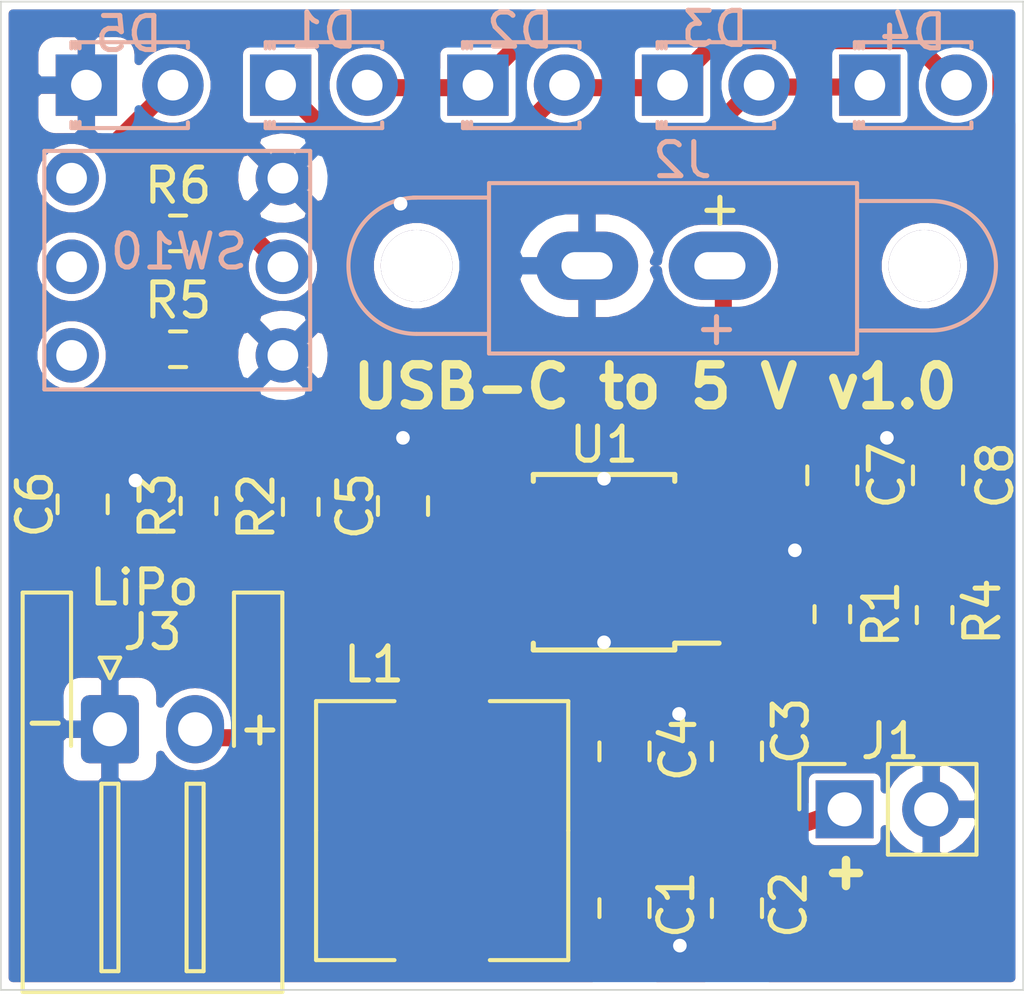
<source format=kicad_pcb>
(kicad_pcb (version 20171130) (host pcbnew 5.1.7-a382d34a8~87~ubuntu18.04.1)

  (general
    (thickness 1.6)
    (drawings 9)
    (tracks 105)
    (zones 0)
    (modules 25)
    (nets 19)
  )

  (page A4)
  (title_block
    (title "MIDI Controller")
    (date 2022-11-03)
    (rev 1.0)
    (company ma-ha)
  )

  (layers
    (0 F.Cu signal)
    (31 B.Cu signal)
    (32 B.Adhes user)
    (33 F.Adhes user)
    (34 B.Paste user)
    (35 F.Paste user)
    (36 B.SilkS user)
    (37 F.SilkS user)
    (38 B.Mask user)
    (39 F.Mask user)
    (40 Dwgs.User user)
    (41 Cmts.User user)
    (42 Eco1.User user)
    (43 Eco2.User user)
    (44 Edge.Cuts user)
    (45 Margin user)
    (46 B.CrtYd user)
    (47 F.CrtYd user)
    (48 B.Fab user hide)
    (49 F.Fab user hide)
  )

  (setup
    (last_trace_width 0.5)
    (user_trace_width 0.2)
    (user_trace_width 0.3)
    (user_trace_width 0.4)
    (user_trace_width 0.5)
    (user_trace_width 1)
    (trace_clearance 0.15494)
    (zone_clearance 0.2032)
    (zone_45_only no)
    (trace_min 0.2)
    (via_size 0.8)
    (via_drill 0.4)
    (via_min_size 0.4)
    (via_min_drill 0.3)
    (uvia_size 0.3)
    (uvia_drill 0.1)
    (uvias_allowed no)
    (uvia_min_size 0.2)
    (uvia_min_drill 0.1)
    (edge_width 0.05)
    (segment_width 0.2)
    (pcb_text_width 0.3)
    (pcb_text_size 1.5 1.5)
    (mod_edge_width 0.12)
    (mod_text_size 1 1)
    (mod_text_width 0.15)
    (pad_size 1.6 1.6)
    (pad_drill 0.9)
    (pad_to_mask_clearance 0)
    (aux_axis_origin 40.98 137.99)
    (visible_elements FFFFEF7F)
    (pcbplotparams
      (layerselection 0x010f0_ffffffff)
      (usegerberextensions false)
      (usegerberattributes false)
      (usegerberadvancedattributes false)
      (creategerberjobfile false)
      (excludeedgelayer true)
      (linewidth 0.100000)
      (plotframeref false)
      (viasonmask false)
      (mode 1)
      (useauxorigin true)
      (hpglpennumber 1)
      (hpglpenspeed 20)
      (hpglpendiameter 15.000000)
      (psnegative false)
      (psa4output false)
      (plotreference true)
      (plotvalue true)
      (plotinvisibletext false)
      (padsonsilk false)
      (subtractmaskfromsilk false)
      (outputformat 1)
      (mirror false)
      (drillshape 0)
      (scaleselection 1)
      (outputdirectory "fab"))
  )

  (net 0 "")
  (net 1 GNDS)
  (net 2 "Net-(R43-Pad1)")
  (net 3 "Net-(SW10-Pad6)")
  (net 4 "Net-(SW10-Pad5)")
  (net 5 "Net-(SW10-Pad4)")
  (net 6 "Net-(D3-Pad2)")
  (net 7 "Net-(D5-Pad2)")
  (net 8 "Net-(R1-Pad2)")
  (net 9 "Net-(L1-Pad1)")
  (net 10 "Net-(C1-Pad2)")
  (net 11 "Net-(C5-Pad2)")
  (net 12 "Net-(C6-Pad1)")
  (net 13 "Net-(C7-Pad1)")
  (net 14 "Net-(C8-Pad2)")
  (net 15 "Net-(D1-Pad2)")
  (net 16 "Net-(D1-Pad1)")
  (net 17 "Net-(R5-Pad2)")
  (net 18 "Net-(R6-Pad1)")

  (net_class Default "This is the default net class."
    (clearance 0.15494)
    (trace_width 0.3)
    (via_dia 0.8)
    (via_drill 0.4)
    (uvia_dia 0.3)
    (uvia_drill 0.1)
    (add_net GNDS)
    (add_net "Net-(C1-Pad2)")
    (add_net "Net-(C5-Pad2)")
    (add_net "Net-(C6-Pad1)")
    (add_net "Net-(C7-Pad1)")
    (add_net "Net-(C8-Pad2)")
    (add_net "Net-(D1-Pad1)")
    (add_net "Net-(D1-Pad2)")
    (add_net "Net-(D3-Pad2)")
    (add_net "Net-(D5-Pad2)")
    (add_net "Net-(L1-Pad1)")
    (add_net "Net-(R1-Pad2)")
    (add_net "Net-(R43-Pad1)")
    (add_net "Net-(R5-Pad2)")
    (add_net "Net-(R6-Pad1)")
    (add_net "Net-(SW10-Pad4)")
    (add_net "Net-(SW10-Pad5)")
    (add_net "Net-(SW10-Pad6)")
  )

  (net_class 05 ""
    (clearance 0.1778)
    (trace_width 0.5)
    (via_dia 0.8)
    (via_drill 0.4)
    (uvia_dia 0.3)
    (uvia_drill 0.1)
  )

  (module Package_SO:Diodes_PSOP-8 (layer F.Cu) (tedit 5A02F2D3) (tstamp 675ACA07)
    (at 58.7 125.45 180)
    (descr "8-Lead Plastic PSOP, Exposed Die Pad (see https://www.diodes.com/assets/Datasheets/AP2204.pdf)")
    (tags "SSOP 0.50 exposed pad")
    (path /673DA17D)
    (attr smd)
    (fp_text reference U1 (at 0 3.45) (layer F.SilkS)
      (effects (font (size 1 1) (thickness 0.15)))
    )
    (fp_text value IP5306 (at 0 3.4) (layer F.Fab)
      (effects (font (size 1 1) (thickness 0.15)))
    )
    (fp_line (start -2.075 -2.375) (end -3.375 -2.375) (layer F.SilkS) (width 0.15))
    (fp_line (start -2.075 2.575) (end 2.075 2.575) (layer F.SilkS) (width 0.15))
    (fp_line (start -2.075 -2.575) (end 2.075 -2.575) (layer F.SilkS) (width 0.15))
    (fp_line (start -2.075 2.575) (end -2.075 2.375) (layer F.SilkS) (width 0.15))
    (fp_line (start 2.075 2.575) (end 2.075 2.375) (layer F.SilkS) (width 0.15))
    (fp_line (start 2.075 -2.575) (end 2.075 -2.375) (layer F.SilkS) (width 0.15))
    (fp_line (start -2.075 -2.575) (end -2.075 -2.375) (layer F.SilkS) (width 0.15))
    (fp_line (start -3.7 2.7) (end 3.7 2.7) (layer F.CrtYd) (width 0.05))
    (fp_line (start -3.7 -2.7) (end 3.7 -2.7) (layer F.CrtYd) (width 0.05))
    (fp_line (start 3.7 -2.7) (end 3.7 2.7) (layer F.CrtYd) (width 0.05))
    (fp_line (start -3.7 -2.7) (end -3.7 2.7) (layer F.CrtYd) (width 0.05))
    (fp_line (start -1.95 -1.45) (end -0.95 -2.45) (layer F.Fab) (width 0.15))
    (fp_line (start -1.95 2.45) (end -1.95 -1.45) (layer F.Fab) (width 0.15))
    (fp_line (start 1.95 2.45) (end -1.95 2.45) (layer F.Fab) (width 0.15))
    (fp_line (start 1.95 -2.45) (end 1.95 2.45) (layer F.Fab) (width 0.15))
    (fp_line (start -0.95 -2.45) (end 1.95 -2.45) (layer F.Fab) (width 0.15))
    (fp_text user %R (at 0 0) (layer F.Fab)
      (effects (font (size 1 1) (thickness 0.15)))
    )
    (pad 9 smd rect (at -0.675 -0.9 180) (size 1.35 1.8) (layers F.Cu F.Paste F.Mask)
      (net 1 GNDS) (solder_paste_margin_ratio -0.2))
    (pad 9 smd rect (at -0.675 0.9 180) (size 1.35 1.8) (layers F.Cu F.Paste F.Mask)
      (net 1 GNDS) (solder_paste_margin_ratio -0.2))
    (pad 9 smd rect (at 0.675 -0.9 180) (size 1.35 1.8) (layers F.Cu F.Paste F.Mask)
      (net 1 GNDS) (solder_paste_margin_ratio -0.2))
    (pad 9 smd rect (at 0.675 0.9 180) (size 1.35 1.8) (layers F.Cu F.Paste F.Mask)
      (net 1 GNDS) (solder_paste_margin_ratio -0.2))
    (pad 8 smd rect (at 2.7 -1.905 180) (size 1.5 0.65) (layers F.Cu F.Paste F.Mask)
      (net 10 "Net-(C1-Pad2)"))
    (pad 7 smd rect (at 2.7 -0.635 180) (size 1.5 0.65) (layers F.Cu F.Paste F.Mask)
      (net 9 "Net-(L1-Pad1)"))
    (pad 6 smd rect (at 2.7 0.635 180) (size 1.5 0.65) (layers F.Cu F.Paste F.Mask)
      (net 11 "Net-(C5-Pad2)"))
    (pad 5 smd rect (at 2.7 1.905 180) (size 1.5 0.65) (layers F.Cu F.Paste F.Mask)
      (net 17 "Net-(R5-Pad2)"))
    (pad 4 smd rect (at -2.7 1.905 180) (size 1.5 0.65) (layers F.Cu F.Paste F.Mask)
      (net 16 "Net-(D1-Pad1)"))
    (pad 3 smd rect (at -2.7 0.635 180) (size 1.5 0.65) (layers F.Cu F.Paste F.Mask)
      (net 6 "Net-(D3-Pad2)"))
    (pad 2 smd rect (at -2.7 -0.635 180) (size 1.5 0.65) (layers F.Cu F.Paste F.Mask)
      (net 15 "Net-(D1-Pad2)"))
    (pad 1 smd rect (at -2.7 -1.905 180) (size 1.5 0.65) (layers F.Cu F.Paste F.Mask)
      (net 13 "Net-(C7-Pad1)"))
    (model ${KISYS3DMOD}/Package_SO.3dshapes/Diodes_PSOP-8.wrl
      (at (xyz 0 0 0))
      (scale (xyz 1 1 1))
      (rotate (xyz 0 0 0))
    )
  )

  (module Inductor_SMD:L_Wuerth_HCM-7070 (layer F.Cu) (tedit 5990349D) (tstamp 675AD821)
    (at 53.95 133.325 270)
    (descr "Inductor, Wuerth Elektronik, Wuerth_HCM-7070, 7.4mmx7.2mm")
    (tags "inductor Wuerth hcm smd")
    (path /673DA1C9)
    (attr smd)
    (fp_text reference L1 (at -4.875 2 180) (layer F.SilkS)
      (effects (font (size 1 1) (thickness 0.15)))
    )
    (fp_text value 1uH (at 0 5.1 90) (layer F.Fab)
      (effects (font (size 1 1) (thickness 0.15)))
    )
    (fp_line (start -3.8 3.7) (end 0 3.7) (layer F.SilkS) (width 0.12))
    (fp_line (start -3.8 1.4) (end -3.8 3.7) (layer F.SilkS) (width 0.12))
    (fp_line (start 3.8 3.7) (end 0 3.7) (layer F.SilkS) (width 0.12))
    (fp_line (start 3.8 1.4) (end 3.8 3.7) (layer F.SilkS) (width 0.12))
    (fp_line (start 3.8 -3.7) (end 0 -3.7) (layer F.SilkS) (width 0.12))
    (fp_line (start 3.8 -1.4) (end 3.8 -3.7) (layer F.SilkS) (width 0.12))
    (fp_line (start -3.8 -3.7) (end 0 -3.7) (layer F.SilkS) (width 0.12))
    (fp_line (start -3.8 -1.4) (end -3.8 -3.7) (layer F.SilkS) (width 0.12))
    (fp_line (start 3.7 -3.6) (end -3.7 -3.6) (layer F.Fab) (width 0.1))
    (fp_line (start 3.7 3.6) (end 3.7 -3.6) (layer F.Fab) (width 0.1))
    (fp_line (start -3.7 3.6) (end 3.7 3.6) (layer F.Fab) (width 0.1))
    (fp_line (start -3.7 -3.6) (end -3.7 3.6) (layer F.Fab) (width 0.1))
    (fp_line (start 4.1 -3.95) (end -4.1 -3.95) (layer F.CrtYd) (width 0.05))
    (fp_line (start 4.1 3.95) (end 4.1 -3.95) (layer F.CrtYd) (width 0.05))
    (fp_line (start -4.1 3.95) (end 4.1 3.95) (layer F.CrtYd) (width 0.05))
    (fp_line (start -4.1 -3.95) (end -4.1 3.95) (layer F.CrtYd) (width 0.05))
    (fp_text user %R (at 0 0 90) (layer F.Fab)
      (effects (font (size 1 1) (thickness 0.15)))
    )
    (pad 2 smd rect (at 2.525 0 270) (size 2.55 2.2) (layers F.Cu F.Paste F.Mask)
      (net 12 "Net-(C6-Pad1)"))
    (pad 1 smd rect (at -2.525 0 270) (size 2.55 2.2) (layers F.Cu F.Paste F.Mask)
      (net 9 "Net-(L1-Pad1)"))
    (model ${KISYS3DMOD}/Inductor_SMD.3dshapes/L_Wuerth_HCM-7070.wrl
      (at (xyz 0 0 0))
      (scale (xyz 1 1 1))
      (rotate (xyz 0 0 0))
    )
  )

  (module Resistor_SMD:R_0603_1608Metric (layer F.Cu) (tedit 5F68FEEE) (tstamp 675AC9E6)
    (at 46.2 119.2)
    (descr "Resistor SMD 0603 (1608 Metric), square (rectangular) end terminal, IPC_7351 nominal, (Body size source: IPC-SM-782 page 72, https://www.pcb-3d.com/wordpress/wp-content/uploads/ipc-sm-782a_amendment_1_and_2.pdf), generated with kicad-footprint-generator")
    (tags resistor)
    (path /673DA1F0)
    (attr smd)
    (fp_text reference R5 (at 0 -1.43) (layer F.SilkS)
      (effects (font (size 1 1) (thickness 0.15)))
    )
    (fp_text value 20 (at 0 1.43) (layer F.Fab)
      (effects (font (size 1 1) (thickness 0.15)))
    )
    (fp_line (start 1.48 0.73) (end -1.48 0.73) (layer F.CrtYd) (width 0.05))
    (fp_line (start 1.48 -0.73) (end 1.48 0.73) (layer F.CrtYd) (width 0.05))
    (fp_line (start -1.48 -0.73) (end 1.48 -0.73) (layer F.CrtYd) (width 0.05))
    (fp_line (start -1.48 0.73) (end -1.48 -0.73) (layer F.CrtYd) (width 0.05))
    (fp_line (start -0.237258 0.5225) (end 0.237258 0.5225) (layer F.SilkS) (width 0.12))
    (fp_line (start -0.237258 -0.5225) (end 0.237258 -0.5225) (layer F.SilkS) (width 0.12))
    (fp_line (start 0.8 0.4125) (end -0.8 0.4125) (layer F.Fab) (width 0.1))
    (fp_line (start 0.8 -0.4125) (end 0.8 0.4125) (layer F.Fab) (width 0.1))
    (fp_line (start -0.8 -0.4125) (end 0.8 -0.4125) (layer F.Fab) (width 0.1))
    (fp_line (start -0.8 0.4125) (end -0.8 -0.4125) (layer F.Fab) (width 0.1))
    (fp_text user %R (at 0 0) (layer F.Fab)
      (effects (font (size 0.4 0.4) (thickness 0.06)))
    )
    (pad 2 smd roundrect (at 0.825 0) (size 0.8 0.95) (layers F.Cu F.Paste F.Mask) (roundrect_rratio 0.25)
      (net 17 "Net-(R5-Pad2)"))
    (pad 1 smd roundrect (at -0.825 0) (size 0.8 0.95) (layers F.Cu F.Paste F.Mask) (roundrect_rratio 0.25)
      (net 7 "Net-(D5-Pad2)"))
    (model ${KISYS3DMOD}/Resistor_SMD.3dshapes/R_0603_1608Metric.wrl
      (at (xyz 0 0 0))
      (scale (xyz 1 1 1))
      (rotate (xyz 0 0 0))
    )
  )

  (module Resistor_SMD:R_0603_1608Metric (layer F.Cu) (tedit 5F68FEEE) (tstamp 675AC9D5)
    (at 68.4 127 90)
    (descr "Resistor SMD 0603 (1608 Metric), square (rectangular) end terminal, IPC_7351 nominal, (Body size source: IPC-SM-782 page 72, https://www.pcb-3d.com/wordpress/wp-content/uploads/ipc-sm-782a_amendment_1_and_2.pdf), generated with kicad-footprint-generator")
    (tags resistor)
    (path /673DA184)
    (attr smd)
    (fp_text reference R4 (at 0.1 1.4 90) (layer F.SilkS)
      (effects (font (size 1 1) (thickness 0.15)))
    )
    (fp_text value 1 (at 0 1.43 90) (layer F.Fab)
      (effects (font (size 1 1) (thickness 0.15)))
    )
    (fp_line (start 1.48 0.73) (end -1.48 0.73) (layer F.CrtYd) (width 0.05))
    (fp_line (start 1.48 -0.73) (end 1.48 0.73) (layer F.CrtYd) (width 0.05))
    (fp_line (start -1.48 -0.73) (end 1.48 -0.73) (layer F.CrtYd) (width 0.05))
    (fp_line (start -1.48 0.73) (end -1.48 -0.73) (layer F.CrtYd) (width 0.05))
    (fp_line (start -0.237258 0.5225) (end 0.237258 0.5225) (layer F.SilkS) (width 0.12))
    (fp_line (start -0.237258 -0.5225) (end 0.237258 -0.5225) (layer F.SilkS) (width 0.12))
    (fp_line (start 0.8 0.4125) (end -0.8 0.4125) (layer F.Fab) (width 0.1))
    (fp_line (start 0.8 -0.4125) (end 0.8 0.4125) (layer F.Fab) (width 0.1))
    (fp_line (start -0.8 -0.4125) (end 0.8 -0.4125) (layer F.Fab) (width 0.1))
    (fp_line (start -0.8 0.4125) (end -0.8 -0.4125) (layer F.Fab) (width 0.1))
    (fp_text user %R (at 0 0 90) (layer F.Fab)
      (effects (font (size 0.4 0.4) (thickness 0.06)))
    )
    (pad 2 smd roundrect (at 0.825 0 90) (size 0.8 0.95) (layers F.Cu F.Paste F.Mask) (roundrect_rratio 0.25)
      (net 14 "Net-(C8-Pad2)"))
    (pad 1 smd roundrect (at -0.825 0 90) (size 0.8 0.95) (layers F.Cu F.Paste F.Mask) (roundrect_rratio 0.25)
      (net 8 "Net-(R1-Pad2)"))
    (model ${KISYS3DMOD}/Resistor_SMD.3dshapes/R_0603_1608Metric.wrl
      (at (xyz 0 0 0))
      (scale (xyz 1 1 1))
      (rotate (xyz 0 0 0))
    )
  )

  (module Resistor_SMD:R_0603_1608Metric (layer F.Cu) (tedit 5F68FEEE) (tstamp 675AC9C4)
    (at 46.8 123.8 90)
    (descr "Resistor SMD 0603 (1608 Metric), square (rectangular) end terminal, IPC_7351 nominal, (Body size source: IPC-SM-782 page 72, https://www.pcb-3d.com/wordpress/wp-content/uploads/ipc-sm-782a_amendment_1_and_2.pdf), generated with kicad-footprint-generator")
    (tags resistor)
    (path /673DA1D0)
    (attr smd)
    (fp_text reference R3 (at 0 -1.2 90) (layer F.SilkS)
      (effects (font (size 1 1) (thickness 0.15)))
    )
    (fp_text value 1 (at 0 1.43 90) (layer F.Fab)
      (effects (font (size 1 1) (thickness 0.15)))
    )
    (fp_line (start 1.48 0.73) (end -1.48 0.73) (layer F.CrtYd) (width 0.05))
    (fp_line (start 1.48 -0.73) (end 1.48 0.73) (layer F.CrtYd) (width 0.05))
    (fp_line (start -1.48 -0.73) (end 1.48 -0.73) (layer F.CrtYd) (width 0.05))
    (fp_line (start -1.48 0.73) (end -1.48 -0.73) (layer F.CrtYd) (width 0.05))
    (fp_line (start -0.237258 0.5225) (end 0.237258 0.5225) (layer F.SilkS) (width 0.12))
    (fp_line (start -0.237258 -0.5225) (end 0.237258 -0.5225) (layer F.SilkS) (width 0.12))
    (fp_line (start 0.8 0.4125) (end -0.8 0.4125) (layer F.Fab) (width 0.1))
    (fp_line (start 0.8 -0.4125) (end 0.8 0.4125) (layer F.Fab) (width 0.1))
    (fp_line (start -0.8 -0.4125) (end 0.8 -0.4125) (layer F.Fab) (width 0.1))
    (fp_line (start -0.8 0.4125) (end -0.8 -0.4125) (layer F.Fab) (width 0.1))
    (fp_text user %R (at 0 0 90) (layer F.Fab)
      (effects (font (size 0.4 0.4) (thickness 0.06)))
    )
    (pad 2 smd roundrect (at 0.825 0 90) (size 0.8 0.95) (layers F.Cu F.Paste F.Mask) (roundrect_rratio 0.25)
      (net 11 "Net-(C5-Pad2)"))
    (pad 1 smd roundrect (at -0.825 0 90) (size 0.8 0.95) (layers F.Cu F.Paste F.Mask) (roundrect_rratio 0.25)
      (net 12 "Net-(C6-Pad1)"))
    (model ${KISYS3DMOD}/Resistor_SMD.3dshapes/R_0603_1608Metric.wrl
      (at (xyz 0 0 0))
      (scale (xyz 1 1 1))
      (rotate (xyz 0 0 0))
    )
  )

  (module Resistor_SMD:R_0603_1608Metric (layer F.Cu) (tedit 5F68FEEE) (tstamp 675AC9B3)
    (at 49.8 123.825 90)
    (descr "Resistor SMD 0603 (1608 Metric), square (rectangular) end terminal, IPC_7351 nominal, (Body size source: IPC-SM-782 page 72, https://www.pcb-3d.com/wordpress/wp-content/uploads/ipc-sm-782a_amendment_1_and_2.pdf), generated with kicad-footprint-generator")
    (tags resistor)
    (path /673DA24F)
    (attr smd)
    (fp_text reference R2 (at 0 -1.3 90) (layer F.SilkS)
      (effects (font (size 1 1) (thickness 0.15)))
    )
    (fp_text value 1 (at 0 1.43 90) (layer F.Fab)
      (effects (font (size 1 1) (thickness 0.15)))
    )
    (fp_line (start 1.48 0.73) (end -1.48 0.73) (layer F.CrtYd) (width 0.05))
    (fp_line (start 1.48 -0.73) (end 1.48 0.73) (layer F.CrtYd) (width 0.05))
    (fp_line (start -1.48 -0.73) (end 1.48 -0.73) (layer F.CrtYd) (width 0.05))
    (fp_line (start -1.48 0.73) (end -1.48 -0.73) (layer F.CrtYd) (width 0.05))
    (fp_line (start -0.237258 0.5225) (end 0.237258 0.5225) (layer F.SilkS) (width 0.12))
    (fp_line (start -0.237258 -0.5225) (end 0.237258 -0.5225) (layer F.SilkS) (width 0.12))
    (fp_line (start 0.8 0.4125) (end -0.8 0.4125) (layer F.Fab) (width 0.1))
    (fp_line (start 0.8 -0.4125) (end 0.8 0.4125) (layer F.Fab) (width 0.1))
    (fp_line (start -0.8 -0.4125) (end 0.8 -0.4125) (layer F.Fab) (width 0.1))
    (fp_line (start -0.8 0.4125) (end -0.8 -0.4125) (layer F.Fab) (width 0.1))
    (fp_text user %R (at 0 0 90) (layer F.Fab)
      (effects (font (size 0.4 0.4) (thickness 0.06)))
    )
    (pad 2 smd roundrect (at 0.825 0 90) (size 0.8 0.95) (layers F.Cu F.Paste F.Mask) (roundrect_rratio 0.25)
      (net 11 "Net-(C5-Pad2)"))
    (pad 1 smd roundrect (at -0.825 0 90) (size 0.8 0.95) (layers F.Cu F.Paste F.Mask) (roundrect_rratio 0.25)
      (net 12 "Net-(C6-Pad1)"))
    (model ${KISYS3DMOD}/Resistor_SMD.3dshapes/R_0603_1608Metric.wrl
      (at (xyz 0 0 0))
      (scale (xyz 1 1 1))
      (rotate (xyz 0 0 0))
    )
  )

  (module Resistor_SMD:R_0603_1608Metric (layer F.Cu) (tedit 5F68FEEE) (tstamp 675AC9A2)
    (at 65.4 126.975 270)
    (descr "Resistor SMD 0603 (1608 Metric), square (rectangular) end terminal, IPC_7351 nominal, (Body size source: IPC-SM-782 page 72, https://www.pcb-3d.com/wordpress/wp-content/uploads/ipc-sm-782a_amendment_1_and_2.pdf), generated with kicad-footprint-generator")
    (tags resistor)
    (path /673DA244)
    (attr smd)
    (fp_text reference R1 (at 0 -1.43 90) (layer F.SilkS)
      (effects (font (size 1 1) (thickness 0.15)))
    )
    (fp_text value 1 (at 0 1.43 90) (layer F.Fab)
      (effects (font (size 1 1) (thickness 0.15)))
    )
    (fp_line (start 1.48 0.73) (end -1.48 0.73) (layer F.CrtYd) (width 0.05))
    (fp_line (start 1.48 -0.73) (end 1.48 0.73) (layer F.CrtYd) (width 0.05))
    (fp_line (start -1.48 -0.73) (end 1.48 -0.73) (layer F.CrtYd) (width 0.05))
    (fp_line (start -1.48 0.73) (end -1.48 -0.73) (layer F.CrtYd) (width 0.05))
    (fp_line (start -0.237258 0.5225) (end 0.237258 0.5225) (layer F.SilkS) (width 0.12))
    (fp_line (start -0.237258 -0.5225) (end 0.237258 -0.5225) (layer F.SilkS) (width 0.12))
    (fp_line (start 0.8 0.4125) (end -0.8 0.4125) (layer F.Fab) (width 0.1))
    (fp_line (start 0.8 -0.4125) (end 0.8 0.4125) (layer F.Fab) (width 0.1))
    (fp_line (start -0.8 -0.4125) (end 0.8 -0.4125) (layer F.Fab) (width 0.1))
    (fp_line (start -0.8 0.4125) (end -0.8 -0.4125) (layer F.Fab) (width 0.1))
    (fp_text user %R (at 0 0 90) (layer F.Fab)
      (effects (font (size 0.4 0.4) (thickness 0.06)))
    )
    (pad 2 smd roundrect (at 0.825 0 270) (size 0.8 0.95) (layers F.Cu F.Paste F.Mask) (roundrect_rratio 0.25)
      (net 8 "Net-(R1-Pad2)"))
    (pad 1 smd roundrect (at -0.825 0 270) (size 0.8 0.95) (layers F.Cu F.Paste F.Mask) (roundrect_rratio 0.25)
      (net 13 "Net-(C7-Pad1)"))
    (model ${KISYS3DMOD}/Resistor_SMD.3dshapes/R_0603_1608Metric.wrl
      (at (xyz 0 0 0))
      (scale (xyz 1 1 1))
      (rotate (xyz 0 0 0))
    )
  )

  (module Resistor_SMD:R_0603_1608Metric (layer F.Cu) (tedit 5F68FEEE) (tstamp 675AC991)
    (at 46.2 115.8 180)
    (descr "Resistor SMD 0603 (1608 Metric), square (rectangular) end terminal, IPC_7351 nominal, (Body size source: IPC-SM-782 page 72, https://www.pcb-3d.com/wordpress/wp-content/uploads/ipc-sm-782a_amendment_1_and_2.pdf), generated with kicad-footprint-generator")
    (tags resistor)
    (path /673DA201)
    (attr smd)
    (fp_text reference R6 (at 0 1.4) (layer F.SilkS)
      (effects (font (size 1 1) (thickness 0.15)))
    )
    (fp_text value 10k (at 0 1.43) (layer F.Fab)
      (effects (font (size 1 1) (thickness 0.15)))
    )
    (fp_line (start 1.48 0.73) (end -1.48 0.73) (layer F.CrtYd) (width 0.05))
    (fp_line (start 1.48 -0.73) (end 1.48 0.73) (layer F.CrtYd) (width 0.05))
    (fp_line (start -1.48 -0.73) (end 1.48 -0.73) (layer F.CrtYd) (width 0.05))
    (fp_line (start -1.48 0.73) (end -1.48 -0.73) (layer F.CrtYd) (width 0.05))
    (fp_line (start -0.237258 0.5225) (end 0.237258 0.5225) (layer F.SilkS) (width 0.12))
    (fp_line (start -0.237258 -0.5225) (end 0.237258 -0.5225) (layer F.SilkS) (width 0.12))
    (fp_line (start 0.8 0.4125) (end -0.8 0.4125) (layer F.Fab) (width 0.1))
    (fp_line (start 0.8 -0.4125) (end 0.8 0.4125) (layer F.Fab) (width 0.1))
    (fp_line (start -0.8 -0.4125) (end 0.8 -0.4125) (layer F.Fab) (width 0.1))
    (fp_line (start -0.8 0.4125) (end -0.8 -0.4125) (layer F.Fab) (width 0.1))
    (fp_text user %R (at 0 0) (layer F.Fab)
      (effects (font (size 0.4 0.4) (thickness 0.06)))
    )
    (pad 2 smd roundrect (at 0.825 0 180) (size 0.8 0.95) (layers F.Cu F.Paste F.Mask) (roundrect_rratio 0.25)
      (net 17 "Net-(R5-Pad2)"))
    (pad 1 smd roundrect (at -0.825 0 180) (size 0.8 0.95) (layers F.Cu F.Paste F.Mask) (roundrect_rratio 0.25)
      (net 18 "Net-(R6-Pad1)"))
    (model ${KISYS3DMOD}/Resistor_SMD.3dshapes/R_0603_1608Metric.wrl
      (at (xyz 0 0 0))
      (scale (xyz 1 1 1))
      (rotate (xyz 0 0 0))
    )
  )

  (module Connector_JST:JST_XH_S2B-XH-A-1_1x02_P2.50mm_Horizontal (layer F.Cu) (tedit 5C281476) (tstamp 675AC93B)
    (at 44.2 130.35)
    (descr "JST XH series connector, S2B-XH-A-1 (http://www.jst-mfg.com/product/pdf/eng/eXH.pdf), generated with kicad-footprint-generator")
    (tags "connector JST XH horizontal")
    (path /673DA1C2)
    (fp_text reference J3 (at 1.25 -2.85) (layer F.SilkS)
      (effects (font (size 1 1) (thickness 0.15)))
    )
    (fp_text value LiPo (at 1.25 8.8) (layer F.Fab)
      (effects (font (size 1 1) (thickness 0.15)))
    )
    (fp_line (start 0 -0.4) (end 0.625 0.6) (layer F.Fab) (width 0.1))
    (fp_line (start -0.625 0.6) (end 0 -0.4) (layer F.Fab) (width 0.1))
    (fp_line (start 0.3 -2.1) (end 0 -1.5) (layer F.SilkS) (width 0.12))
    (fp_line (start -0.3 -2.1) (end 0.3 -2.1) (layer F.SilkS) (width 0.12))
    (fp_line (start 0 -1.5) (end -0.3 -2.1) (layer F.SilkS) (width 0.12))
    (fp_line (start 2.75 1.6) (end 2.25 1.6) (layer F.SilkS) (width 0.12))
    (fp_line (start 2.75 7.1) (end 2.75 1.6) (layer F.SilkS) (width 0.12))
    (fp_line (start 2.25 7.1) (end 2.75 7.1) (layer F.SilkS) (width 0.12))
    (fp_line (start 2.25 1.6) (end 2.25 7.1) (layer F.SilkS) (width 0.12))
    (fp_line (start 0.25 1.6) (end -0.25 1.6) (layer F.SilkS) (width 0.12))
    (fp_line (start 0.25 7.1) (end 0.25 1.6) (layer F.SilkS) (width 0.12))
    (fp_line (start -0.25 7.1) (end 0.25 7.1) (layer F.SilkS) (width 0.12))
    (fp_line (start -0.25 1.6) (end -0.25 7.1) (layer F.SilkS) (width 0.12))
    (fp_line (start 3.75 0.6) (end 1.25 0.6) (layer F.Fab) (width 0.1))
    (fp_line (start 3.75 -3.9) (end 3.75 0.6) (layer F.Fab) (width 0.1))
    (fp_line (start 4.95 -3.9) (end 3.75 -3.9) (layer F.Fab) (width 0.1))
    (fp_line (start 4.95 7.6) (end 4.95 -3.9) (layer F.Fab) (width 0.1))
    (fp_line (start 1.25 7.6) (end 4.95 7.6) (layer F.Fab) (width 0.1))
    (fp_line (start -1.25 0.6) (end 1.25 0.6) (layer F.Fab) (width 0.1))
    (fp_line (start -1.25 -3.9) (end -1.25 0.6) (layer F.Fab) (width 0.1))
    (fp_line (start -2.45 -3.9) (end -1.25 -3.9) (layer F.Fab) (width 0.1))
    (fp_line (start -2.45 7.6) (end -2.45 -3.9) (layer F.Fab) (width 0.1))
    (fp_line (start 1.25 7.6) (end -2.45 7.6) (layer F.Fab) (width 0.1))
    (fp_line (start 3.64 -4.01) (end 3.64 0.49) (layer F.SilkS) (width 0.12))
    (fp_line (start 5.06 -4.01) (end 3.64 -4.01) (layer F.SilkS) (width 0.12))
    (fp_line (start 5.06 7.71) (end 5.06 -4.01) (layer F.SilkS) (width 0.12))
    (fp_line (start 1.25 7.71) (end 5.06 7.71) (layer F.SilkS) (width 0.12))
    (fp_line (start -1.14 -4.01) (end -1.14 0.49) (layer F.SilkS) (width 0.12))
    (fp_line (start -2.56 -4.01) (end -1.14 -4.01) (layer F.SilkS) (width 0.12))
    (fp_line (start -2.56 7.71) (end -2.56 -4.01) (layer F.SilkS) (width 0.12))
    (fp_line (start 1.25 7.71) (end -2.56 7.71) (layer F.SilkS) (width 0.12))
    (fp_line (start 5.45 -4.4) (end -2.95 -4.4) (layer F.CrtYd) (width 0.05))
    (fp_line (start 5.45 8.1) (end 5.45 -4.4) (layer F.CrtYd) (width 0.05))
    (fp_line (start -2.95 8.1) (end 5.45 8.1) (layer F.CrtYd) (width 0.05))
    (fp_line (start -2.95 -4.4) (end -2.95 8.1) (layer F.CrtYd) (width 0.05))
    (fp_text user %R (at 1.25 1.85) (layer F.Fab)
      (effects (font (size 1 1) (thickness 0.15)))
    )
    (pad 2 thru_hole oval (at 2.5 0) (size 1.7 2) (drill 1) (layers *.Cu *.Mask)
      (net 12 "Net-(C6-Pad1)"))
    (pad 1 thru_hole roundrect (at 0 0) (size 1.7 2) (drill 1) (layers *.Cu *.Mask) (roundrect_rratio 0.147059)
      (net 1 GNDS))
    (model ${KISYS3DMOD}/Connector_JST.3dshapes/JST_XH_S2B-XH-A-1_1x02_P2.50mm_Horizontal.wrl
      (at (xyz 0 0 0))
      (scale (xyz 1 1 1))
      (rotate (xyz 0 0 0))
    )
  )

  (module AudioChannel:USB_C_Charge (layer B.Cu) (tedit 669C8F6F) (tstamp 675AC911)
    (at 61.9 117.45 180)
    (path /6741524B)
    (fp_text reference J2 (at 0.9 3.8 180) (layer B.SilkS)
      (effects (font (size 1 1) (thickness 0.15)) (justify mirror))
    )
    (fp_text value USB-C (at 1.4 -2.7 180) (layer B.Fab)
      (effects (font (size 1 1) (thickness 0.15)) (justify mirror))
    )
    (fp_line (start -4.3 2.6) (end -6.4 2.6) (layer B.SilkS) (width 0.12))
    (fp_line (start -4.3 -1.2) (end -6.4 -1.2) (layer B.SilkS) (width 0.12))
    (fp_line (start 8.7 -1.3) (end 6.6 -1.3) (layer B.SilkS) (width 0.12))
    (fp_line (start 8.8 2.7) (end 6.6 2.7) (layer B.SilkS) (width 0.12))
    (fp_line (start -4.225 -1.875) (end -4.225 3.125) (layer B.SilkS) (width 0.12))
    (fp_line (start 6.575 -1.875) (end -4.225 -1.875) (layer B.SilkS) (width 0.12))
    (fp_line (start 6.575 3.125) (end 6.575 -1.875) (layer B.SilkS) (width 0.12))
    (fp_line (start -4.225 3.125) (end 6.575 3.125) (layer B.SilkS) (width 0.12))
    (fp_text user + (at -0.2 2.4) (layer F.SilkS)
      (effects (font (size 1 1) (thickness 0.15)))
    )
    (fp_text user + (at -0.1 -1.1) (layer B.SilkS)
      (effects (font (size 1 1) (thickness 0.15)) (justify mirror))
    )
    (fp_arc (start 8.7 0.7) (end 8.7 -1.3) (angle 180) (layer B.SilkS) (width 0.12))
    (fp_arc (start -6.4 0.7) (end -6.4 2.6) (angle 180) (layer B.SilkS) (width 0.12))
    (pad 1 thru_hole oval (at -0.2 0.7 180) (size 3 2) (drill oval 1.5 0.8) (layers *.Cu *.Mask)
      (net 13 "Net-(C7-Pad1)"))
    (pad 2 thru_hole oval (at 3.7 0.7 180) (size 3 2) (drill oval 1.5 0.8) (layers *.Cu *.Mask)
      (net 1 GNDS))
    (pad "" thru_hole circle (at -6.2 0.7 180) (size 2.1 2.1) (drill 2.1) (layers *.Cu *.Mask))
    (pad "" thru_hole circle (at 8.7 0.7 180) (size 2.1 2.1) (drill 2.1) (layers *.Cu *.Mask))
  )

  (module Connector_PinSocket_2.54mm:PinSocket_1x02_P2.54mm_Vertical (layer F.Cu) (tedit 5A19A420) (tstamp 675AC8FD)
    (at 65.76 132.7 90)
    (descr "Through hole straight socket strip, 1x02, 2.54mm pitch, single row (from Kicad 4.0.7), script generated")
    (tags "Through hole socket strip THT 1x02 2.54mm single row")
    (path /6742B745)
    (fp_text reference J1 (at 2 1.34 180) (layer F.SilkS)
      (effects (font (size 1 1) (thickness 0.15)))
    )
    (fp_text value 5V (at 0 5.31 90) (layer F.Fab)
      (effects (font (size 1 1) (thickness 0.15)))
    )
    (fp_line (start -1.8 4.3) (end -1.8 -1.8) (layer F.CrtYd) (width 0.05))
    (fp_line (start 1.75 4.3) (end -1.8 4.3) (layer F.CrtYd) (width 0.05))
    (fp_line (start 1.75 -1.8) (end 1.75 4.3) (layer F.CrtYd) (width 0.05))
    (fp_line (start -1.8 -1.8) (end 1.75 -1.8) (layer F.CrtYd) (width 0.05))
    (fp_line (start 0 -1.33) (end 1.33 -1.33) (layer F.SilkS) (width 0.12))
    (fp_line (start 1.33 -1.33) (end 1.33 0) (layer F.SilkS) (width 0.12))
    (fp_line (start 1.33 1.27) (end 1.33 3.87) (layer F.SilkS) (width 0.12))
    (fp_line (start -1.33 3.87) (end 1.33 3.87) (layer F.SilkS) (width 0.12))
    (fp_line (start -1.33 1.27) (end -1.33 3.87) (layer F.SilkS) (width 0.12))
    (fp_line (start -1.33 1.27) (end 1.33 1.27) (layer F.SilkS) (width 0.12))
    (fp_line (start -1.27 3.81) (end -1.27 -1.27) (layer F.Fab) (width 0.1))
    (fp_line (start 1.27 3.81) (end -1.27 3.81) (layer F.Fab) (width 0.1))
    (fp_line (start 1.27 -0.635) (end 1.27 3.81) (layer F.Fab) (width 0.1))
    (fp_line (start 0.635 -1.27) (end 1.27 -0.635) (layer F.Fab) (width 0.1))
    (fp_line (start -1.27 -1.27) (end 0.635 -1.27) (layer F.Fab) (width 0.1))
    (fp_text user %R (at 0 1.27) (layer F.Fab)
      (effects (font (size 1 1) (thickness 0.15)))
    )
    (pad 2 thru_hole oval (at 0 2.54 90) (size 1.7 1.7) (drill 1) (layers *.Cu *.Mask)
      (net 1 GNDS))
    (pad 1 thru_hole rect (at 0 0 90) (size 1.7 1.7) (drill 1) (layers *.Cu *.Mask)
      (net 10 "Net-(C1-Pad2)"))
    (model ${KISYS3DMOD}/Connector_PinSocket_2.54mm.3dshapes/PinSocket_1x02_P2.54mm_Vertical.wrl
      (at (xyz 0 0 0))
      (scale (xyz 1 1 1))
      (rotate (xyz 0 0 0))
    )
  )

  (module LED_THT:LED_D1.8mm_W3.3mm_H2.4mm (layer B.Cu) (tedit 5880A862) (tstamp 675ADF00)
    (at 43.51 111.45)
    (descr "LED, Round,  Rectangular size 3.3x2.4mm^2 diameter 1.8mm, 2 pins")
    (tags "LED Round  Rectangular size 3.3x2.4mm^2 diameter 1.8mm 2 pins")
    (path /674C3231)
    (fp_text reference D5 (at 1.24 -1.5) (layer B.SilkS)
      (effects (font (size 1 1) (thickness 0.15)) (justify mirror))
    )
    (fp_text value Torch (at 1.27 -2.26) (layer B.Fab)
      (effects (font (size 1 1) (thickness 0.15)) (justify mirror))
    )
    (fp_line (start 3.7 1.55) (end -1.15 1.55) (layer B.CrtYd) (width 0.05))
    (fp_line (start 3.7 -1.55) (end 3.7 1.55) (layer B.CrtYd) (width 0.05))
    (fp_line (start -1.15 -1.55) (end 3.7 -1.55) (layer B.CrtYd) (width 0.05))
    (fp_line (start -1.15 1.55) (end -1.15 -1.55) (layer B.CrtYd) (width 0.05))
    (fp_line (start -0.2 -1.08) (end -0.2 -1.26) (layer B.SilkS) (width 0.12))
    (fp_line (start -0.2 1.26) (end -0.2 1.08) (layer B.SilkS) (width 0.12))
    (fp_line (start -0.32 -1.08) (end -0.32 -1.26) (layer B.SilkS) (width 0.12))
    (fp_line (start -0.32 1.26) (end -0.32 1.08) (layer B.SilkS) (width 0.12))
    (fp_line (start 2.98 -1.095) (end 2.98 -1.26) (layer B.SilkS) (width 0.12))
    (fp_line (start 2.98 1.26) (end 2.98 1.095) (layer B.SilkS) (width 0.12))
    (fp_line (start -0.44 -1.08) (end -0.44 -1.26) (layer B.SilkS) (width 0.12))
    (fp_line (start -0.44 1.26) (end -0.44 1.08) (layer B.SilkS) (width 0.12))
    (fp_line (start -0.44 -1.26) (end 2.98 -1.26) (layer B.SilkS) (width 0.12))
    (fp_line (start -0.44 1.26) (end 2.98 1.26) (layer B.SilkS) (width 0.12))
    (fp_line (start 2.92 1.2) (end -0.38 1.2) (layer B.Fab) (width 0.1))
    (fp_line (start 2.92 -1.2) (end 2.92 1.2) (layer B.Fab) (width 0.1))
    (fp_line (start -0.38 -1.2) (end 2.92 -1.2) (layer B.Fab) (width 0.1))
    (fp_line (start -0.38 1.2) (end -0.38 -1.2) (layer B.Fab) (width 0.1))
    (fp_circle (center 1.27 0) (end 2.17 0) (layer B.Fab) (width 0.1))
    (pad 2 thru_hole circle (at 2.54 0) (size 1.8 1.8) (drill 0.9) (layers *.Cu *.Mask)
      (net 7 "Net-(D5-Pad2)"))
    (pad 1 thru_hole rect (at 0 0) (size 1.8 1.8) (drill 0.9) (layers *.Cu *.Mask)
      (net 1 GNDS))
    (model ${KISYS3DMOD}/LED_THT.3dshapes/LED_D1.8mm_W3.3mm_H2.4mm.wrl
      (at (xyz 0 0 0))
      (scale (xyz 1 1 1))
      (rotate (xyz 0 0 0))
    )
  )

  (module LED_THT:LED_D1.8mm_W3.3mm_H2.4mm (layer B.Cu) (tedit 5880A862) (tstamp 675AC8CE)
    (at 66.5 111.45)
    (descr "LED, Round,  Rectangular size 3.3x2.4mm^2 diameter 1.8mm, 2 pins")
    (tags "LED Round  Rectangular size 3.3x2.4mm^2 diameter 1.8mm 2 pins")
    (path /674D9F01)
    (fp_text reference D4 (at 1.27 -1.55) (layer B.SilkS)
      (effects (font (size 1 1) (thickness 0.15)) (justify mirror))
    )
    (fp_text value 100% (at 1.27 -2.26) (layer B.Fab)
      (effects (font (size 1 1) (thickness 0.15)) (justify mirror))
    )
    (fp_line (start 3.7 1.55) (end -1.15 1.55) (layer B.CrtYd) (width 0.05))
    (fp_line (start 3.7 -1.55) (end 3.7 1.55) (layer B.CrtYd) (width 0.05))
    (fp_line (start -1.15 -1.55) (end 3.7 -1.55) (layer B.CrtYd) (width 0.05))
    (fp_line (start -1.15 1.55) (end -1.15 -1.55) (layer B.CrtYd) (width 0.05))
    (fp_line (start -0.2 -1.08) (end -0.2 -1.26) (layer B.SilkS) (width 0.12))
    (fp_line (start -0.2 1.26) (end -0.2 1.08) (layer B.SilkS) (width 0.12))
    (fp_line (start -0.32 -1.08) (end -0.32 -1.26) (layer B.SilkS) (width 0.12))
    (fp_line (start -0.32 1.26) (end -0.32 1.08) (layer B.SilkS) (width 0.12))
    (fp_line (start 2.98 -1.095) (end 2.98 -1.26) (layer B.SilkS) (width 0.12))
    (fp_line (start 2.98 1.26) (end 2.98 1.095) (layer B.SilkS) (width 0.12))
    (fp_line (start -0.44 -1.08) (end -0.44 -1.26) (layer B.SilkS) (width 0.12))
    (fp_line (start -0.44 1.26) (end -0.44 1.08) (layer B.SilkS) (width 0.12))
    (fp_line (start -0.44 -1.26) (end 2.98 -1.26) (layer B.SilkS) (width 0.12))
    (fp_line (start -0.44 1.26) (end 2.98 1.26) (layer B.SilkS) (width 0.12))
    (fp_line (start 2.92 1.2) (end -0.38 1.2) (layer B.Fab) (width 0.1))
    (fp_line (start 2.92 -1.2) (end 2.92 1.2) (layer B.Fab) (width 0.1))
    (fp_line (start -0.38 -1.2) (end 2.92 -1.2) (layer B.Fab) (width 0.1))
    (fp_line (start -0.38 1.2) (end -0.38 -1.2) (layer B.Fab) (width 0.1))
    (fp_circle (center 1.27 0) (end 2.17 0) (layer B.Fab) (width 0.1))
    (pad 2 thru_hole circle (at 2.54 0) (size 1.8 1.8) (drill 0.9) (layers *.Cu *.Mask)
      (net 16 "Net-(D1-Pad1)"))
    (pad 1 thru_hole rect (at 0 0) (size 1.8 1.8) (drill 0.9) (layers *.Cu *.Mask)
      (net 6 "Net-(D3-Pad2)"))
    (model ${KISYS3DMOD}/LED_THT.3dshapes/LED_D1.8mm_W3.3mm_H2.4mm.wrl
      (at (xyz 0 0 0))
      (scale (xyz 1 1 1))
      (rotate (xyz 0 0 0))
    )
  )

  (module LED_THT:LED_D1.8mm_W3.3mm_H2.4mm (layer B.Cu) (tedit 5880A862) (tstamp 675AC8B5)
    (at 60.71 111.45)
    (descr "LED, Round,  Rectangular size 3.3x2.4mm^2 diameter 1.8mm, 2 pins")
    (tags "LED Round  Rectangular size 3.3x2.4mm^2 diameter 1.8mm 2 pins")
    (path /674D9EF5)
    (fp_text reference D3 (at 1.24 -1.65) (layer B.SilkS)
      (effects (font (size 1 1) (thickness 0.15)) (justify mirror))
    )
    (fp_text value 75% (at 1.27 -2.26) (layer B.Fab)
      (effects (font (size 1 1) (thickness 0.15)) (justify mirror))
    )
    (fp_line (start 3.7 1.55) (end -1.15 1.55) (layer B.CrtYd) (width 0.05))
    (fp_line (start 3.7 -1.55) (end 3.7 1.55) (layer B.CrtYd) (width 0.05))
    (fp_line (start -1.15 -1.55) (end 3.7 -1.55) (layer B.CrtYd) (width 0.05))
    (fp_line (start -1.15 1.55) (end -1.15 -1.55) (layer B.CrtYd) (width 0.05))
    (fp_line (start -0.2 -1.08) (end -0.2 -1.26) (layer B.SilkS) (width 0.12))
    (fp_line (start -0.2 1.26) (end -0.2 1.08) (layer B.SilkS) (width 0.12))
    (fp_line (start -0.32 -1.08) (end -0.32 -1.26) (layer B.SilkS) (width 0.12))
    (fp_line (start -0.32 1.26) (end -0.32 1.08) (layer B.SilkS) (width 0.12))
    (fp_line (start 2.98 -1.095) (end 2.98 -1.26) (layer B.SilkS) (width 0.12))
    (fp_line (start 2.98 1.26) (end 2.98 1.095) (layer B.SilkS) (width 0.12))
    (fp_line (start -0.44 -1.08) (end -0.44 -1.26) (layer B.SilkS) (width 0.12))
    (fp_line (start -0.44 1.26) (end -0.44 1.08) (layer B.SilkS) (width 0.12))
    (fp_line (start -0.44 -1.26) (end 2.98 -1.26) (layer B.SilkS) (width 0.12))
    (fp_line (start -0.44 1.26) (end 2.98 1.26) (layer B.SilkS) (width 0.12))
    (fp_line (start 2.92 1.2) (end -0.38 1.2) (layer B.Fab) (width 0.1))
    (fp_line (start 2.92 -1.2) (end 2.92 1.2) (layer B.Fab) (width 0.1))
    (fp_line (start -0.38 -1.2) (end 2.92 -1.2) (layer B.Fab) (width 0.1))
    (fp_line (start -0.38 1.2) (end -0.38 -1.2) (layer B.Fab) (width 0.1))
    (fp_circle (center 1.27 0) (end 2.17 0) (layer B.Fab) (width 0.1))
    (pad 2 thru_hole circle (at 2.54 0) (size 1.8 1.8) (drill 0.9) (layers *.Cu *.Mask)
      (net 6 "Net-(D3-Pad2)"))
    (pad 1 thru_hole rect (at 0 0) (size 1.8 1.8) (drill 0.9) (layers *.Cu *.Mask)
      (net 16 "Net-(D1-Pad1)"))
    (model ${KISYS3DMOD}/LED_THT.3dshapes/LED_D1.8mm_W3.3mm_H2.4mm.wrl
      (at (xyz 0 0 0))
      (scale (xyz 1 1 1))
      (rotate (xyz 0 0 0))
    )
  )

  (module LED_THT:LED_D1.8mm_W3.3mm_H2.4mm (layer B.Cu) (tedit 5880A862) (tstamp 675AC89C)
    (at 55 111.45)
    (descr "LED, Round,  Rectangular size 3.3x2.4mm^2 diameter 1.8mm, 2 pins")
    (tags "LED Round  Rectangular size 3.3x2.4mm^2 diameter 1.8mm 2 pins")
    (path /674D9EFB)
    (fp_text reference D2 (at 1.24 -1.6) (layer B.SilkS)
      (effects (font (size 1 1) (thickness 0.15)) (justify mirror))
    )
    (fp_text value 50% (at 1.27 -2.26) (layer B.Fab)
      (effects (font (size 1 1) (thickness 0.15)) (justify mirror))
    )
    (fp_line (start 3.7 1.55) (end -1.15 1.55) (layer B.CrtYd) (width 0.05))
    (fp_line (start 3.7 -1.55) (end 3.7 1.55) (layer B.CrtYd) (width 0.05))
    (fp_line (start -1.15 -1.55) (end 3.7 -1.55) (layer B.CrtYd) (width 0.05))
    (fp_line (start -1.15 1.55) (end -1.15 -1.55) (layer B.CrtYd) (width 0.05))
    (fp_line (start -0.2 -1.08) (end -0.2 -1.26) (layer B.SilkS) (width 0.12))
    (fp_line (start -0.2 1.26) (end -0.2 1.08) (layer B.SilkS) (width 0.12))
    (fp_line (start -0.32 -1.08) (end -0.32 -1.26) (layer B.SilkS) (width 0.12))
    (fp_line (start -0.32 1.26) (end -0.32 1.08) (layer B.SilkS) (width 0.12))
    (fp_line (start 2.98 -1.095) (end 2.98 -1.26) (layer B.SilkS) (width 0.12))
    (fp_line (start 2.98 1.26) (end 2.98 1.095) (layer B.SilkS) (width 0.12))
    (fp_line (start -0.44 -1.08) (end -0.44 -1.26) (layer B.SilkS) (width 0.12))
    (fp_line (start -0.44 1.26) (end -0.44 1.08) (layer B.SilkS) (width 0.12))
    (fp_line (start -0.44 -1.26) (end 2.98 -1.26) (layer B.SilkS) (width 0.12))
    (fp_line (start -0.44 1.26) (end 2.98 1.26) (layer B.SilkS) (width 0.12))
    (fp_line (start 2.92 1.2) (end -0.38 1.2) (layer B.Fab) (width 0.1))
    (fp_line (start 2.92 -1.2) (end 2.92 1.2) (layer B.Fab) (width 0.1))
    (fp_line (start -0.38 -1.2) (end 2.92 -1.2) (layer B.Fab) (width 0.1))
    (fp_line (start -0.38 1.2) (end -0.38 -1.2) (layer B.Fab) (width 0.1))
    (fp_circle (center 1.27 0) (end 2.17 0) (layer B.Fab) (width 0.1))
    (pad 2 thru_hole circle (at 2.54 0) (size 1.8 1.8) (drill 0.9) (layers *.Cu *.Mask)
      (net 16 "Net-(D1-Pad1)"))
    (pad 1 thru_hole rect (at 0 0) (size 1.8 1.8) (drill 0.9) (layers *.Cu *.Mask)
      (net 15 "Net-(D1-Pad2)"))
    (model ${KISYS3DMOD}/LED_THT.3dshapes/LED_D1.8mm_W3.3mm_H2.4mm.wrl
      (at (xyz 0 0 0))
      (scale (xyz 1 1 1))
      (rotate (xyz 0 0 0))
    )
  )

  (module LED_THT:LED_D1.8mm_W3.3mm_H2.4mm (layer B.Cu) (tedit 5880A862) (tstamp 675AC883)
    (at 49.21 111.45)
    (descr "LED, Round,  Rectangular size 3.3x2.4mm^2 diameter 1.8mm, 2 pins")
    (tags "LED Round  Rectangular size 3.3x2.4mm^2 diameter 1.8mm 2 pins")
    (path /674D9EEF)
    (fp_text reference D1 (at 1.27 -1.6) (layer B.SilkS)
      (effects (font (size 1 1) (thickness 0.15)) (justify mirror))
    )
    (fp_text value 25% (at 1.27 -2.26) (layer B.Fab)
      (effects (font (size 1 1) (thickness 0.15)) (justify mirror))
    )
    (fp_line (start 3.7 1.55) (end -1.15 1.55) (layer B.CrtYd) (width 0.05))
    (fp_line (start 3.7 -1.55) (end 3.7 1.55) (layer B.CrtYd) (width 0.05))
    (fp_line (start -1.15 -1.55) (end 3.7 -1.55) (layer B.CrtYd) (width 0.05))
    (fp_line (start -1.15 1.55) (end -1.15 -1.55) (layer B.CrtYd) (width 0.05))
    (fp_line (start -0.2 -1.08) (end -0.2 -1.26) (layer B.SilkS) (width 0.12))
    (fp_line (start -0.2 1.26) (end -0.2 1.08) (layer B.SilkS) (width 0.12))
    (fp_line (start -0.32 -1.08) (end -0.32 -1.26) (layer B.SilkS) (width 0.12))
    (fp_line (start -0.32 1.26) (end -0.32 1.08) (layer B.SilkS) (width 0.12))
    (fp_line (start 2.98 -1.095) (end 2.98 -1.26) (layer B.SilkS) (width 0.12))
    (fp_line (start 2.98 1.26) (end 2.98 1.095) (layer B.SilkS) (width 0.12))
    (fp_line (start -0.44 -1.08) (end -0.44 -1.26) (layer B.SilkS) (width 0.12))
    (fp_line (start -0.44 1.26) (end -0.44 1.08) (layer B.SilkS) (width 0.12))
    (fp_line (start -0.44 -1.26) (end 2.98 -1.26) (layer B.SilkS) (width 0.12))
    (fp_line (start -0.44 1.26) (end 2.98 1.26) (layer B.SilkS) (width 0.12))
    (fp_line (start 2.92 1.2) (end -0.38 1.2) (layer B.Fab) (width 0.1))
    (fp_line (start 2.92 -1.2) (end 2.92 1.2) (layer B.Fab) (width 0.1))
    (fp_line (start -0.38 -1.2) (end 2.92 -1.2) (layer B.Fab) (width 0.1))
    (fp_line (start -0.38 1.2) (end -0.38 -1.2) (layer B.Fab) (width 0.1))
    (fp_circle (center 1.27 0) (end 2.17 0) (layer B.Fab) (width 0.1))
    (pad 2 thru_hole circle (at 2.54 0) (size 1.8 1.8) (drill 0.9) (layers *.Cu *.Mask)
      (net 15 "Net-(D1-Pad2)"))
    (pad 1 thru_hole rect (at 0 0) (size 1.8 1.8) (drill 0.9) (layers *.Cu *.Mask)
      (net 16 "Net-(D1-Pad1)"))
    (model ${KISYS3DMOD}/LED_THT.3dshapes/LED_D1.8mm_W3.3mm_H2.4mm.wrl
      (at (xyz 0 0 0))
      (scale (xyz 1 1 1))
      (rotate (xyz 0 0 0))
    )
  )

  (module Capacitor_SMD:C_0805_2012Metric (layer F.Cu) (tedit 5F68FEEE) (tstamp 675AC86A)
    (at 68.5 122.9 270)
    (descr "Capacitor SMD 0805 (2012 Metric), square (rectangular) end terminal, IPC_7351 nominal, (Body size source: IPC-SM-782 page 76, https://www.pcb-3d.com/wordpress/wp-content/uploads/ipc-sm-782a_amendment_1_and_2.pdf, https://docs.google.com/spreadsheets/d/1BsfQQcO9C6DZCsRaXUlFlo91Tg2WpOkGARC1WS5S8t0/edit?usp=sharing), generated with kicad-footprint-generator")
    (tags capacitor)
    (path /673DA18B)
    (attr smd)
    (fp_text reference C8 (at 0 -1.68 90) (layer F.SilkS)
      (effects (font (size 1 1) (thickness 0.15)))
    )
    (fp_text value 10u (at 0 1.68 90) (layer F.Fab)
      (effects (font (size 1 1) (thickness 0.15)))
    )
    (fp_line (start 1.7 0.98) (end -1.7 0.98) (layer F.CrtYd) (width 0.05))
    (fp_line (start 1.7 -0.98) (end 1.7 0.98) (layer F.CrtYd) (width 0.05))
    (fp_line (start -1.7 -0.98) (end 1.7 -0.98) (layer F.CrtYd) (width 0.05))
    (fp_line (start -1.7 0.98) (end -1.7 -0.98) (layer F.CrtYd) (width 0.05))
    (fp_line (start -0.261252 0.735) (end 0.261252 0.735) (layer F.SilkS) (width 0.12))
    (fp_line (start -0.261252 -0.735) (end 0.261252 -0.735) (layer F.SilkS) (width 0.12))
    (fp_line (start 1 0.625) (end -1 0.625) (layer F.Fab) (width 0.1))
    (fp_line (start 1 -0.625) (end 1 0.625) (layer F.Fab) (width 0.1))
    (fp_line (start -1 -0.625) (end 1 -0.625) (layer F.Fab) (width 0.1))
    (fp_line (start -1 0.625) (end -1 -0.625) (layer F.Fab) (width 0.1))
    (fp_text user %R (at 0 0 90) (layer F.Fab)
      (effects (font (size 0.5 0.5) (thickness 0.08)))
    )
    (pad 2 smd roundrect (at 0.95 0 270) (size 1 1.45) (layers F.Cu F.Paste F.Mask) (roundrect_rratio 0.25)
      (net 14 "Net-(C8-Pad2)"))
    (pad 1 smd roundrect (at -0.95 0 270) (size 1 1.45) (layers F.Cu F.Paste F.Mask) (roundrect_rratio 0.25)
      (net 1 GNDS))
    (model ${KISYS3DMOD}/Capacitor_SMD.3dshapes/C_0805_2012Metric.wrl
      (at (xyz 0 0 0))
      (scale (xyz 1 1 1))
      (rotate (xyz 0 0 0))
    )
  )

  (module Capacitor_SMD:C_0805_2012Metric (layer F.Cu) (tedit 5F68FEEE) (tstamp 675AC859)
    (at 65.4 122.9 90)
    (descr "Capacitor SMD 0805 (2012 Metric), square (rectangular) end terminal, IPC_7351 nominal, (Body size source: IPC-SM-782 page 76, https://www.pcb-3d.com/wordpress/wp-content/uploads/ipc-sm-782a_amendment_1_and_2.pdf, https://docs.google.com/spreadsheets/d/1BsfQQcO9C6DZCsRaXUlFlo91Tg2WpOkGARC1WS5S8t0/edit?usp=sharing), generated with kicad-footprint-generator")
    (tags capacitor)
    (path /673DA192)
    (attr smd)
    (fp_text reference C7 (at 0 1.6 90) (layer F.SilkS)
      (effects (font (size 1 1) (thickness 0.15)))
    )
    (fp_text value 10u (at 0 1.68 90) (layer F.Fab)
      (effects (font (size 1 1) (thickness 0.15)))
    )
    (fp_line (start 1.7 0.98) (end -1.7 0.98) (layer F.CrtYd) (width 0.05))
    (fp_line (start 1.7 -0.98) (end 1.7 0.98) (layer F.CrtYd) (width 0.05))
    (fp_line (start -1.7 -0.98) (end 1.7 -0.98) (layer F.CrtYd) (width 0.05))
    (fp_line (start -1.7 0.98) (end -1.7 -0.98) (layer F.CrtYd) (width 0.05))
    (fp_line (start -0.261252 0.735) (end 0.261252 0.735) (layer F.SilkS) (width 0.12))
    (fp_line (start -0.261252 -0.735) (end 0.261252 -0.735) (layer F.SilkS) (width 0.12))
    (fp_line (start 1 0.625) (end -1 0.625) (layer F.Fab) (width 0.1))
    (fp_line (start 1 -0.625) (end 1 0.625) (layer F.Fab) (width 0.1))
    (fp_line (start -1 -0.625) (end 1 -0.625) (layer F.Fab) (width 0.1))
    (fp_line (start -1 0.625) (end -1 -0.625) (layer F.Fab) (width 0.1))
    (fp_text user %R (at 0 0 90) (layer F.Fab)
      (effects (font (size 0.5 0.5) (thickness 0.08)))
    )
    (pad 2 smd roundrect (at 0.95 0 90) (size 1 1.45) (layers F.Cu F.Paste F.Mask) (roundrect_rratio 0.25)
      (net 1 GNDS))
    (pad 1 smd roundrect (at -0.95 0 90) (size 1 1.45) (layers F.Cu F.Paste F.Mask) (roundrect_rratio 0.25)
      (net 13 "Net-(C7-Pad1)"))
    (model ${KISYS3DMOD}/Capacitor_SMD.3dshapes/C_0805_2012Metric.wrl
      (at (xyz 0 0 0))
      (scale (xyz 1 1 1))
      (rotate (xyz 0 0 0))
    )
  )

  (module Capacitor_SMD:C_0805_2012Metric (layer F.Cu) (tedit 5F68FEEE) (tstamp 675AC848)
    (at 43.4 123.75 90)
    (descr "Capacitor SMD 0805 (2012 Metric), square (rectangular) end terminal, IPC_7351 nominal, (Body size source: IPC-SM-782 page 76, https://www.pcb-3d.com/wordpress/wp-content/uploads/ipc-sm-782a_amendment_1_and_2.pdf, https://docs.google.com/spreadsheets/d/1BsfQQcO9C6DZCsRaXUlFlo91Tg2WpOkGARC1WS5S8t0/edit?usp=sharing), generated with kicad-footprint-generator")
    (tags capacitor)
    (path /673DA1E6)
    (attr smd)
    (fp_text reference C6 (at 0 -1.4 90) (layer F.SilkS)
      (effects (font (size 1 1) (thickness 0.15)))
    )
    (fp_text value 22u (at 0 1.68 90) (layer F.Fab)
      (effects (font (size 1 1) (thickness 0.15)))
    )
    (fp_line (start 1.7 0.98) (end -1.7 0.98) (layer F.CrtYd) (width 0.05))
    (fp_line (start 1.7 -0.98) (end 1.7 0.98) (layer F.CrtYd) (width 0.05))
    (fp_line (start -1.7 -0.98) (end 1.7 -0.98) (layer F.CrtYd) (width 0.05))
    (fp_line (start -1.7 0.98) (end -1.7 -0.98) (layer F.CrtYd) (width 0.05))
    (fp_line (start -0.261252 0.735) (end 0.261252 0.735) (layer F.SilkS) (width 0.12))
    (fp_line (start -0.261252 -0.735) (end 0.261252 -0.735) (layer F.SilkS) (width 0.12))
    (fp_line (start 1 0.625) (end -1 0.625) (layer F.Fab) (width 0.1))
    (fp_line (start 1 -0.625) (end 1 0.625) (layer F.Fab) (width 0.1))
    (fp_line (start -1 -0.625) (end 1 -0.625) (layer F.Fab) (width 0.1))
    (fp_line (start -1 0.625) (end -1 -0.625) (layer F.Fab) (width 0.1))
    (fp_text user %R (at 0 0 90) (layer F.Fab)
      (effects (font (size 0.5 0.5) (thickness 0.08)))
    )
    (pad 2 smd roundrect (at 0.95 0 90) (size 1 1.45) (layers F.Cu F.Paste F.Mask) (roundrect_rratio 0.25)
      (net 1 GNDS))
    (pad 1 smd roundrect (at -0.95 0 90) (size 1 1.45) (layers F.Cu F.Paste F.Mask) (roundrect_rratio 0.25)
      (net 12 "Net-(C6-Pad1)"))
    (model ${KISYS3DMOD}/Capacitor_SMD.3dshapes/C_0805_2012Metric.wrl
      (at (xyz 0 0 0))
      (scale (xyz 1 1 1))
      (rotate (xyz 0 0 0))
    )
  )

  (module Capacitor_SMD:C_0805_2012Metric (layer F.Cu) (tedit 5F68FEEE) (tstamp 675AC837)
    (at 52.8 123.8 270)
    (descr "Capacitor SMD 0805 (2012 Metric), square (rectangular) end terminal, IPC_7351 nominal, (Body size source: IPC-SM-782 page 76, https://www.pcb-3d.com/wordpress/wp-content/uploads/ipc-sm-782a_amendment_1_and_2.pdf, https://docs.google.com/spreadsheets/d/1BsfQQcO9C6DZCsRaXUlFlo91Tg2WpOkGARC1WS5S8t0/edit?usp=sharing), generated with kicad-footprint-generator")
    (tags capacitor)
    (path /673DA1D7)
    (attr smd)
    (fp_text reference C5 (at 0 1.4 90) (layer F.SilkS)
      (effects (font (size 1 1) (thickness 0.15)))
    )
    (fp_text value 22u (at 0 1.68 90) (layer F.Fab)
      (effects (font (size 1 1) (thickness 0.15)))
    )
    (fp_line (start 1.7 0.98) (end -1.7 0.98) (layer F.CrtYd) (width 0.05))
    (fp_line (start 1.7 -0.98) (end 1.7 0.98) (layer F.CrtYd) (width 0.05))
    (fp_line (start -1.7 -0.98) (end 1.7 -0.98) (layer F.CrtYd) (width 0.05))
    (fp_line (start -1.7 0.98) (end -1.7 -0.98) (layer F.CrtYd) (width 0.05))
    (fp_line (start -0.261252 0.735) (end 0.261252 0.735) (layer F.SilkS) (width 0.12))
    (fp_line (start -0.261252 -0.735) (end 0.261252 -0.735) (layer F.SilkS) (width 0.12))
    (fp_line (start 1 0.625) (end -1 0.625) (layer F.Fab) (width 0.1))
    (fp_line (start 1 -0.625) (end 1 0.625) (layer F.Fab) (width 0.1))
    (fp_line (start -1 -0.625) (end 1 -0.625) (layer F.Fab) (width 0.1))
    (fp_line (start -1 0.625) (end -1 -0.625) (layer F.Fab) (width 0.1))
    (fp_text user %R (at 0 0 90) (layer F.Fab)
      (effects (font (size 0.5 0.5) (thickness 0.08)))
    )
    (pad 2 smd roundrect (at 0.95 0 270) (size 1 1.45) (layers F.Cu F.Paste F.Mask) (roundrect_rratio 0.25)
      (net 11 "Net-(C5-Pad2)"))
    (pad 1 smd roundrect (at -0.95 0 270) (size 1 1.45) (layers F.Cu F.Paste F.Mask) (roundrect_rratio 0.25)
      (net 1 GNDS))
    (model ${KISYS3DMOD}/Capacitor_SMD.3dshapes/C_0805_2012Metric.wrl
      (at (xyz 0 0 0))
      (scale (xyz 1 1 1))
      (rotate (xyz 0 0 0))
    )
  )

  (module Capacitor_SMD:C_0805_2012Metric (layer F.Cu) (tedit 5F68FEEE) (tstamp 675AC826)
    (at 59.3 131 270)
    (descr "Capacitor SMD 0805 (2012 Metric), square (rectangular) end terminal, IPC_7351 nominal, (Body size source: IPC-SM-782 page 76, https://www.pcb-3d.com/wordpress/wp-content/uploads/ipc-sm-782a_amendment_1_and_2.pdf, https://docs.google.com/spreadsheets/d/1BsfQQcO9C6DZCsRaXUlFlo91Tg2WpOkGARC1WS5S8t0/edit?usp=sharing), generated with kicad-footprint-generator")
    (tags capacitor)
    (path /673DA1BA)
    (attr smd)
    (fp_text reference C4 (at -0.1 -1.58 90) (layer F.SilkS)
      (effects (font (size 1 1) (thickness 0.15)))
    )
    (fp_text value 22u (at 0 1.68 90) (layer F.Fab)
      (effects (font (size 1 1) (thickness 0.15)))
    )
    (fp_line (start 1.7 0.98) (end -1.7 0.98) (layer F.CrtYd) (width 0.05))
    (fp_line (start 1.7 -0.98) (end 1.7 0.98) (layer F.CrtYd) (width 0.05))
    (fp_line (start -1.7 -0.98) (end 1.7 -0.98) (layer F.CrtYd) (width 0.05))
    (fp_line (start -1.7 0.98) (end -1.7 -0.98) (layer F.CrtYd) (width 0.05))
    (fp_line (start -0.261252 0.735) (end 0.261252 0.735) (layer F.SilkS) (width 0.12))
    (fp_line (start -0.261252 -0.735) (end 0.261252 -0.735) (layer F.SilkS) (width 0.12))
    (fp_line (start 1 0.625) (end -1 0.625) (layer F.Fab) (width 0.1))
    (fp_line (start 1 -0.625) (end 1 0.625) (layer F.Fab) (width 0.1))
    (fp_line (start -1 -0.625) (end 1 -0.625) (layer F.Fab) (width 0.1))
    (fp_line (start -1 0.625) (end -1 -0.625) (layer F.Fab) (width 0.1))
    (fp_text user %R (at 0 0 90) (layer F.Fab)
      (effects (font (size 0.5 0.5) (thickness 0.08)))
    )
    (pad 2 smd roundrect (at 0.95 0 270) (size 1 1.45) (layers F.Cu F.Paste F.Mask) (roundrect_rratio 0.25)
      (net 10 "Net-(C1-Pad2)"))
    (pad 1 smd roundrect (at -0.95 0 270) (size 1 1.45) (layers F.Cu F.Paste F.Mask) (roundrect_rratio 0.25)
      (net 1 GNDS))
    (model ${KISYS3DMOD}/Capacitor_SMD.3dshapes/C_0805_2012Metric.wrl
      (at (xyz 0 0 0))
      (scale (xyz 1 1 1))
      (rotate (xyz 0 0 0))
    )
  )

  (module Capacitor_SMD:C_0805_2012Metric (layer F.Cu) (tedit 5F68FEEE) (tstamp 675AC815)
    (at 62.6 131 270)
    (descr "Capacitor SMD 0805 (2012 Metric), square (rectangular) end terminal, IPC_7351 nominal, (Body size source: IPC-SM-782 page 76, https://www.pcb-3d.com/wordpress/wp-content/uploads/ipc-sm-782a_amendment_1_and_2.pdf, https://docs.google.com/spreadsheets/d/1BsfQQcO9C6DZCsRaXUlFlo91Tg2WpOkGARC1WS5S8t0/edit?usp=sharing), generated with kicad-footprint-generator")
    (tags capacitor)
    (path /673DA1B1)
    (attr smd)
    (fp_text reference C3 (at -0.6 -1.58 90) (layer F.SilkS)
      (effects (font (size 1 1) (thickness 0.15)))
    )
    (fp_text value 22u (at 0 1.68 90) (layer F.Fab)
      (effects (font (size 1 1) (thickness 0.15)))
    )
    (fp_line (start 1.7 0.98) (end -1.7 0.98) (layer F.CrtYd) (width 0.05))
    (fp_line (start 1.7 -0.98) (end 1.7 0.98) (layer F.CrtYd) (width 0.05))
    (fp_line (start -1.7 -0.98) (end 1.7 -0.98) (layer F.CrtYd) (width 0.05))
    (fp_line (start -1.7 0.98) (end -1.7 -0.98) (layer F.CrtYd) (width 0.05))
    (fp_line (start -0.261252 0.735) (end 0.261252 0.735) (layer F.SilkS) (width 0.12))
    (fp_line (start -0.261252 -0.735) (end 0.261252 -0.735) (layer F.SilkS) (width 0.12))
    (fp_line (start 1 0.625) (end -1 0.625) (layer F.Fab) (width 0.1))
    (fp_line (start 1 -0.625) (end 1 0.625) (layer F.Fab) (width 0.1))
    (fp_line (start -1 -0.625) (end 1 -0.625) (layer F.Fab) (width 0.1))
    (fp_line (start -1 0.625) (end -1 -0.625) (layer F.Fab) (width 0.1))
    (fp_text user %R (at 0 0 90) (layer F.Fab)
      (effects (font (size 0.5 0.5) (thickness 0.08)))
    )
    (pad 2 smd roundrect (at 0.95 0 270) (size 1 1.45) (layers F.Cu F.Paste F.Mask) (roundrect_rratio 0.25)
      (net 10 "Net-(C1-Pad2)"))
    (pad 1 smd roundrect (at -0.95 0 270) (size 1 1.45) (layers F.Cu F.Paste F.Mask) (roundrect_rratio 0.25)
      (net 1 GNDS))
    (model ${KISYS3DMOD}/Capacitor_SMD.3dshapes/C_0805_2012Metric.wrl
      (at (xyz 0 0 0))
      (scale (xyz 1 1 1))
      (rotate (xyz 0 0 0))
    )
  )

  (module Capacitor_SMD:C_0805_2012Metric (layer F.Cu) (tedit 5F68FEEE) (tstamp 675AC804)
    (at 62.6 135.6 90)
    (descr "Capacitor SMD 0805 (2012 Metric), square (rectangular) end terminal, IPC_7351 nominal, (Body size source: IPC-SM-782 page 76, https://www.pcb-3d.com/wordpress/wp-content/uploads/ipc-sm-782a_amendment_1_and_2.pdf, https://docs.google.com/spreadsheets/d/1BsfQQcO9C6DZCsRaXUlFlo91Tg2WpOkGARC1WS5S8t0/edit?usp=sharing), generated with kicad-footprint-generator")
    (tags capacitor)
    (path /673DA1A6)
    (attr smd)
    (fp_text reference C2 (at 0.1 1.52 90) (layer F.SilkS)
      (effects (font (size 1 1) (thickness 0.15)))
    )
    (fp_text value 22u (at 0 1.68 90) (layer F.Fab)
      (effects (font (size 1 1) (thickness 0.15)))
    )
    (fp_line (start 1.7 0.98) (end -1.7 0.98) (layer F.CrtYd) (width 0.05))
    (fp_line (start 1.7 -0.98) (end 1.7 0.98) (layer F.CrtYd) (width 0.05))
    (fp_line (start -1.7 -0.98) (end 1.7 -0.98) (layer F.CrtYd) (width 0.05))
    (fp_line (start -1.7 0.98) (end -1.7 -0.98) (layer F.CrtYd) (width 0.05))
    (fp_line (start -0.261252 0.735) (end 0.261252 0.735) (layer F.SilkS) (width 0.12))
    (fp_line (start -0.261252 -0.735) (end 0.261252 -0.735) (layer F.SilkS) (width 0.12))
    (fp_line (start 1 0.625) (end -1 0.625) (layer F.Fab) (width 0.1))
    (fp_line (start 1 -0.625) (end 1 0.625) (layer F.Fab) (width 0.1))
    (fp_line (start -1 -0.625) (end 1 -0.625) (layer F.Fab) (width 0.1))
    (fp_line (start -1 0.625) (end -1 -0.625) (layer F.Fab) (width 0.1))
    (fp_text user %R (at 0 0 90) (layer F.Fab)
      (effects (font (size 0.5 0.5) (thickness 0.08)))
    )
    (pad 2 smd roundrect (at 0.95 0 90) (size 1 1.45) (layers F.Cu F.Paste F.Mask) (roundrect_rratio 0.25)
      (net 10 "Net-(C1-Pad2)"))
    (pad 1 smd roundrect (at -0.95 0 90) (size 1 1.45) (layers F.Cu F.Paste F.Mask) (roundrect_rratio 0.25)
      (net 1 GNDS))
    (model ${KISYS3DMOD}/Capacitor_SMD.3dshapes/C_0805_2012Metric.wrl
      (at (xyz 0 0 0))
      (scale (xyz 1 1 1))
      (rotate (xyz 0 0 0))
    )
  )

  (module Capacitor_SMD:C_0805_2012Metric (layer F.Cu) (tedit 5F68FEEE) (tstamp 675AC7F3)
    (at 59.3 135.6 90)
    (descr "Capacitor SMD 0805 (2012 Metric), square (rectangular) end terminal, IPC_7351 nominal, (Body size source: IPC-SM-782 page 76, https://www.pcb-3d.com/wordpress/wp-content/uploads/ipc-sm-782a_amendment_1_and_2.pdf, https://docs.google.com/spreadsheets/d/1BsfQQcO9C6DZCsRaXUlFlo91Tg2WpOkGARC1WS5S8t0/edit?usp=sharing), generated with kicad-footprint-generator")
    (tags capacitor)
    (path /673DA19D)
    (attr smd)
    (fp_text reference C1 (at 0.1 1.52 90) (layer F.SilkS)
      (effects (font (size 1 1) (thickness 0.15)))
    )
    (fp_text value 22u (at 0 1.68 90) (layer F.Fab)
      (effects (font (size 1 1) (thickness 0.15)))
    )
    (fp_line (start 1.7 0.98) (end -1.7 0.98) (layer F.CrtYd) (width 0.05))
    (fp_line (start 1.7 -0.98) (end 1.7 0.98) (layer F.CrtYd) (width 0.05))
    (fp_line (start -1.7 -0.98) (end 1.7 -0.98) (layer F.CrtYd) (width 0.05))
    (fp_line (start -1.7 0.98) (end -1.7 -0.98) (layer F.CrtYd) (width 0.05))
    (fp_line (start -0.261252 0.735) (end 0.261252 0.735) (layer F.SilkS) (width 0.12))
    (fp_line (start -0.261252 -0.735) (end 0.261252 -0.735) (layer F.SilkS) (width 0.12))
    (fp_line (start 1 0.625) (end -1 0.625) (layer F.Fab) (width 0.1))
    (fp_line (start 1 -0.625) (end 1 0.625) (layer F.Fab) (width 0.1))
    (fp_line (start -1 -0.625) (end 1 -0.625) (layer F.Fab) (width 0.1))
    (fp_line (start -1 0.625) (end -1 -0.625) (layer F.Fab) (width 0.1))
    (fp_text user %R (at 0 0 90) (layer F.Fab)
      (effects (font (size 0.5 0.5) (thickness 0.08)))
    )
    (pad 2 smd roundrect (at 0.95 0 90) (size 1 1.45) (layers F.Cu F.Paste F.Mask) (roundrect_rratio 0.25)
      (net 10 "Net-(C1-Pad2)"))
    (pad 1 smd roundrect (at -0.95 0 90) (size 1 1.45) (layers F.Cu F.Paste F.Mask) (roundrect_rratio 0.25)
      (net 1 GNDS))
    (model ${KISYS3DMOD}/Capacitor_SMD.3dshapes/C_0805_2012Metric.wrl
      (at (xyz 0 0 0))
      (scale (xyz 1 1 1))
      (rotate (xyz 0 0 0))
    )
  )

  (module AudioChannel:PushBtn6x6 (layer B.Cu) (tedit 675AC06A) (tstamp 6738F1EC)
    (at 46.176 116.78 180)
    (path /63E509B7/6749898D)
    (fp_text reference SW10 (at -0.052 0.448) (layer B.SilkS)
      (effects (font (size 1 1) (thickness 0.15)) (justify mirror))
    )
    (fp_text value BtnR (at -0.6 5.8) (layer B.Fab)
      (effects (font (size 1 1) (thickness 0.15)) (justify mirror))
    )
    (fp_line (start -3.9 -3.6) (end -3.9 3.4) (layer B.SilkS) (width 0.12))
    (fp_line (start 3.9 -3.6) (end -3.9 -3.6) (layer B.SilkS) (width 0.12))
    (fp_line (start 3.9 3.4) (end 3.9 -3.6) (layer B.SilkS) (width 0.12))
    (fp_line (start -3.9 3.4) (end 3.9 3.4) (layer B.SilkS) (width 0.12))
    (pad 6 thru_hole circle (at 3.1 2.6 180) (size 1.6 1.6) (drill 0.9) (layers *.Cu *.Mask)
      (net 3 "Net-(SW10-Pad6)"))
    (pad 5 thru_hole circle (at 3.1 0 180) (size 1.6 1.6) (drill 0.9) (layers *.Cu *.Mask)
      (net 4 "Net-(SW10-Pad5)"))
    (pad 4 thru_hole circle (at 3.1 -2.6 180) (size 1.6 1.6) (drill 0.9) (layers *.Cu *.Mask)
      (net 5 "Net-(SW10-Pad4)"))
    (pad 3 thru_hole circle (at -3.1 2.6 180) (size 1.6 1.6) (drill 0.9) (layers *.Cu *.Mask)
      (net 1 GNDS))
    (pad 2 thru_hole circle (at -3.1 0 180) (size 1.6 1.6) (drill 0.9) (layers *.Cu *.Mask)
      (net 2 "Net-(R43-Pad1)"))
    (pad 1 thru_hole circle (at -3.1 -2.6 180) (size 1.6 1.6) (drill 0.9) (layers *.Cu *.Mask)
      (net 1 GNDS))
  )

  (gr_text - (at 42.3 130.1) (layer F.SilkS)
    (effects (font (size 1 1) (thickness 0.15)))
  )
  (gr_text + (at 48.6 130.3) (layer F.SilkS)
    (effects (font (size 1 1) (thickness 0.15)))
  )
  (gr_text + (at 65.8 134.5) (layer F.SilkS)
    (effects (font (size 1 1) (thickness 0.25)))
  )
  (gr_text "LiPo\n" (at 45.21 126.19) (layer F.SilkS)
    (effects (font (size 1 1) (thickness 0.15)))
  )
  (gr_text "USB-C to 5 V v1.0" (at 60.2 120.3) (layer F.SilkS)
    (effects (font (size 1.2 1.2) (thickness 0.25)))
  )
  (gr_line (start 71 138) (end 71 109) (layer Edge.Cuts) (width 0.05) (tstamp 67390DEC))
  (gr_line (start 41 138) (end 71 138) (layer Edge.Cuts) (width 0.05))
  (gr_line (start 41 109) (end 41 138) (layer Edge.Cuts) (width 0.05))
  (gr_line (start 71 109) (end 41 109) (layer Edge.Cuts) (width 0.05))

  (segment (start 59.325 134.262) (end 59.306 134.281) (width 0.5) (layer F.Cu) (net 10))
  (segment (start 62.6 132.2) (end 62.625 132.175) (width 0.5) (layer F.Cu) (net 10))
  (segment (start 59.325 133.175) (end 62.575 133.175) (width 0.5) (layer F.Cu) (net 10))
  (segment (start 62.6 133.15) (end 62.6 132.2) (width 0.5) (layer F.Cu) (net 10))
  (segment (start 62.575 133.175) (end 62.6 133.15) (width 0.5) (layer F.Cu) (net 10))
  (segment (start 62.6 134.325) (end 62.6 133.15) (width 0.5) (layer F.Cu) (net 10))
  (segment (start 59.325 133.175) (end 59.325 134.262) (width 0.5) (layer F.Cu) (net 10))
  (segment (start 59.325 132.119) (end 59.325 133.175) (width 0.5) (layer F.Cu) (net 10))
  (segment (start 59.325 133.175) (end 57.325 133.175) (width 0.5) (layer F.Cu) (net 10))
  (segment (start 56.106 131.956) (end 57.325 133.175) (width 0.5) (layer F.Cu) (net 10))
  (segment (start 56.106 127.311) (end 56.106 131.956) (width 0.5) (layer F.Cu) (net 10))
  (segment (start 55.927 124.95) (end 56.106 124.771) (width 0.5) (layer F.Cu) (net 11))
  (segment (start 52.8 124.95) (end 55.927 124.95) (width 0.5) (layer F.Cu) (net 11))
  (segment (start 49.6 132.375) (end 53.65 136.425) (width 0.5) (layer F.Cu) (net 12))
  (segment (start 49.6 131.45) (end 49.6 132.375) (width 0.5) (layer F.Cu) (net 12))
  (segment (start 49.4 130.6) (end 49.6 130.8) (width 0.5) (layer F.Cu) (net 12))
  (segment (start 46.55 130.6) (end 49.4 130.6) (width 0.5) (layer F.Cu) (net 12))
  (segment (start 49.6 124.775) (end 49.6 130.8) (width 0.5) (layer F.Cu) (net 12))
  (segment (start 49.6 130.8) (end 49.6 131.45) (width 0.5) (layer F.Cu) (net 12))
  (segment (start 65.4 123.9) (end 65.4 126.075) (width 0.5) (layer F.Cu) (net 13))
  (segment (start 64.164 127.311) (end 65.4 126.075) (width 0.5) (layer F.Cu) (net 13))
  (segment (start 61.506 127.311) (end 64.164 127.311) (width 0.5) (layer F.Cu) (net 13))
  (segment (start 63.97084 122.47084) (end 65.4 123.9) (width 0.5) (layer F.Cu) (net 13))
  (segment (start 62.2 118.65832) (end 63.97084 120.42916) (width 0.5) (layer F.Cu) (net 13))
  (segment (start 62.2 116.8) (end 62.2 118.65832) (width 0.5) (layer F.Cu) (net 13))
  (segment (start 63.97084 120.42916) (end 63.97084 122.47084) (width 0.5) (layer F.Cu) (net 13))
  (segment (start 68.4 123.9) (end 68.4 126.075) (width 0.5) (layer F.Cu) (net 14))
  (segment (start 65.4 127.725) (end 68.4 127.725) (width 0.5) (layer F.Cu) (net 8))
  (via (at 60.925 136.7) (size 0.8) (drill 0.4) (layers F.Cu B.Cu) (net 1))
  (via (at 60.9 129.9) (size 0.8) (drill 0.4) (layers F.Cu B.Cu) (net 1))
  (via (at 58.7 127.8) (size 0.8) (drill 0.4) (layers F.Cu B.Cu) (net 1))
  (via (at 58.7 123) (size 0.8) (drill 0.4) (layers F.Cu B.Cu) (net 1))
  (via (at 44.95 123.05) (size 0.8) (drill 0.4) (layers F.Cu B.Cu) (net 1))
  (via (at 52.8 121.8) (size 0.8) (drill 0.4) (layers F.Cu B.Cu) (net 1))
  (via (at 52.73 114.93) (size 0.8) (drill 0.4) (layers F.Cu B.Cu) (net 1))
  (via (at 67 121.8) (size 0.8) (drill 0.4) (layers F.Cu B.Cu) (net 1))
  (via (at 64.3 125.1) (size 0.8) (drill 0.4) (layers F.Cu B.Cu) (net 1))
  (segment (start 46.949 115.892) (end 48.388 115.892) (width 0.5) (layer F.Cu) (net 2))
  (segment (start 48.388 115.892) (end 49.276 116.78) (width 0.5) (layer F.Cu) (net 2))
  (segment (start 61.506 126.041) (end 61.506 126.069) (width 0.5) (layer F.Cu) (net 15))
  (segment (start 51.815 111.525) (end 54.975 111.525) (width 0.5) (layer F.Cu) (net 15))
  (segment (start 62.756 126.041) (end 61.506 126.041) (width 0.5) (layer F.Cu) (net 15))
  (segment (start 63.315891 122.580758) (end 63.315891 125.481109) (width 0.5) (layer F.Cu) (net 15))
  (segment (start 60.525234 119.7901) (end 63.315891 122.580758) (width 0.5) (layer F.Cu) (net 15))
  (segment (start 56.5151 119.7901) (end 60.525234 119.7901) (width 0.5) (layer F.Cu) (net 15))
  (segment (start 55.52995 118.80495) (end 56.5151 119.7901) (width 0.5) (layer F.Cu) (net 15))
  (segment (start 55.52995 116.371288) (end 55.52995 118.80495) (width 0.5) (layer F.Cu) (net 15))
  (segment (start 58.301238 113.6) (end 55.52995 116.371288) (width 0.5) (layer F.Cu) (net 15))
  (segment (start 63.315891 125.481109) (end 62.756 126.041) (width 0.5) (layer F.Cu) (net 15))
  (segment (start 70.344941 112.076373) (end 68.821314 113.6) (width 0.5) (layer F.Cu) (net 15))
  (segment (start 70.344941 110.823627) (end 70.344941 112.076373) (width 0.5) (layer F.Cu) (net 15))
  (segment (start 69.011423 109.490109) (end 70.344941 110.823627) (width 0.5) (layer F.Cu) (net 15))
  (segment (start 56.959891 109.490109) (end 69.011423 109.490109) (width 0.5) (layer F.Cu) (net 15))
  (segment (start 68.821314 113.6) (end 68.2 113.6) (width 0.5) (layer F.Cu) (net 15))
  (segment (start 55 111.45) (end 56.959891 109.490109) (width 0.5) (layer F.Cu) (net 15))
  (segment (start 68.2 113.6) (end 58.301238 113.6) (width 0.5) (layer F.Cu) (net 15))
  (segment (start 68.571314 113.6) (end 68.2 113.6) (width 0.5) (layer F.Cu) (net 15))
  (segment (start 60.564 111.525) (end 57.515 111.525) (width 0.5) (layer F.Cu) (net 16))
  (segment (start 56.210059 112.829941) (end 57.515 111.525) (width 0.5) (layer F.Cu) (net 16))
  (segment (start 49.275 111.525) (end 50.579941 112.829941) (width 0.5) (layer F.Cu) (net 16))
  (segment (start 51.129941 112.829941) (end 56.210059 112.829941) (width 0.5) (layer F.Cu) (net 16))
  (segment (start 50.579941 112.829941) (end 51.129941 112.829941) (width 0.5) (layer F.Cu) (net 16))
  (segment (start 51.129941 112.829941) (end 51.129941 118.079941) (width 0.5) (layer F.Cu) (net 16))
  (segment (start 61.506 122.881) (end 61.506 123.501) (width 0.5) (layer F.Cu) (net 16))
  (segment (start 51.129941 118.079941) (end 52.65 119.6) (width 0.5) (layer F.Cu) (net 16))
  (segment (start 55.972522 121.1) (end 59.725 121.1) (width 0.5) (layer F.Cu) (net 16))
  (segment (start 52.65 119.6) (end 54.472522 119.6) (width 0.5) (layer F.Cu) (net 16))
  (segment (start 54.472522 119.6) (end 55.972522 121.1) (width 0.5) (layer F.Cu) (net 16))
  (segment (start 59.725 121.1) (end 61.506 122.881) (width 0.5) (layer F.Cu) (net 16))
  (segment (start 67.735059 110.145059) (end 69.04 111.45) (width 0.5) (layer F.Cu) (net 16))
  (segment (start 62.014941 110.145059) (end 67.735059 110.145059) (width 0.5) (layer F.Cu) (net 16))
  (segment (start 60.71 111.45) (end 62.014941 110.145059) (width 0.5) (layer F.Cu) (net 16))
  (segment (start 63.104 111.506) (end 66.152 111.506) (width 0.5) (layer F.Cu) (net 6))
  (segment (start 62.039894 124.771) (end 61.506 124.771) (width 0.5) (layer F.Cu) (net 6))
  (segment (start 62.660941 124.149953) (end 62.039894 124.771) (width 0.5) (layer F.Cu) (net 6))
  (segment (start 56.243811 120.44505) (end 60.253944 120.44505) (width 0.5) (layer F.Cu) (net 6))
  (segment (start 54.875 119.076239) (end 56.243811 120.44505) (width 0.5) (layer F.Cu) (net 6))
  (segment (start 54.875 116.1) (end 54.875 119.076239) (width 0.5) (layer F.Cu) (net 6))
  (segment (start 60.253944 120.44505) (end 62.660941 122.852047) (width 0.5) (layer F.Cu) (net 6))
  (segment (start 58.145059 112.829941) (end 54.875 116.1) (width 0.5) (layer F.Cu) (net 6))
  (segment (start 62.660941 122.852047) (end 62.660941 124.149953) (width 0.5) (layer F.Cu) (net 6))
  (segment (start 61.799059 112.829941) (end 58.145059 112.829941) (width 0.5) (layer F.Cu) (net 6))
  (segment (start 63.104 111.525) (end 61.799059 112.829941) (width 0.5) (layer F.Cu) (net 6))
  (segment (start 44.49405 118.13505) (end 45.299 118.94) (width 0.5) (layer F.Cu) (net 7))
  (segment (start 44.49405 113.00595) (end 44.49405 118.13505) (width 0.5) (layer F.Cu) (net 7))
  (segment (start 46 111.5) (end 44.49405 113.00595) (width 0.5) (layer F.Cu) (net 7))
  (segment (start 46.949 118.94) (end 46.949 119.574) (width 0.5) (layer F.Cu) (net 17))
  (segment (start 54.40005 121.79505) (end 56.106 123.501) (width 0.5) (layer F.Cu) (net 17))
  (segment (start 45.299 117.29) (end 46.949 118.94) (width 0.5) (layer F.Cu) (net 17))
  (segment (start 45.299 115.892) (end 45.299 117.29) (width 0.5) (layer F.Cu) (net 17))
  (segment (start 53.58 120.975) (end 54.40005 121.79505) (width 0.5) (layer F.Cu) (net 17))
  (segment (start 48.35 120.975) (end 53.58 120.975) (width 0.5) (layer F.Cu) (net 17))
  (segment (start 46.949 119.574) (end 48.35 120.975) (width 0.5) (layer F.Cu) (net 17))
  (segment (start 55.572106 126.041) (end 56.106 126.041) (width 0.5) (layer F.Cu) (net 9))
  (segment (start 53.65 127.963106) (end 55.572106 126.041) (width 0.5) (layer F.Cu) (net 9))
  (segment (start 53.65 131.375) (end 53.65 127.963106) (width 0.5) (layer F.Cu) (net 9))
  (segment (start 64.5 133.15) (end 65.76 132.7) (width 0.5) (layer F.Cu) (net 10))
  (segment (start 62.6 133.15) (end 64.5 133.15) (width 0.5) (layer F.Cu) (net 10))
  (segment (start 49.775 122.975) (end 49.8 123) (width 0.5) (layer F.Cu) (net 11))
  (segment (start 46.8 122.975) (end 49.775 122.975) (width 0.5) (layer F.Cu) (net 11))
  (segment (start 49.8 123) (end 50.5 123) (width 0.5) (layer F.Cu) (net 11))
  (segment (start 52.25 124.75) (end 52.8 124.75) (width 0.5) (layer F.Cu) (net 11))
  (segment (start 50.5 123) (end 52.25 124.75) (width 0.5) (layer F.Cu) (net 11))
  (segment (start 49.75 124.7) (end 49.8 124.65) (width 0.5) (layer F.Cu) (net 12))
  (segment (start 43.4 124.7) (end 49.75 124.7) (width 0.5) (layer F.Cu) (net 12))

  (zone (net 1) (net_name GNDS) (layer B.Cu) (tstamp 675AC8BD) (hatch edge 0.508)
    (connect_pads (clearance 0.2032))
    (min_thickness 0.254)
    (fill yes (arc_segments 32) (thermal_gap 0.508) (thermal_bridge_width 0.508))
    (polygon
      (pts
        (xy 71 138) (xy 41 138) (xy 41 109) (xy 71 109)
      )
    )
    (filled_polygon
      (pts
        (xy 70.6448 137.6448) (xy 41.3552 137.6448) (xy 41.3552 131.35) (xy 42.711928 131.35) (xy 42.724188 131.474482)
        (xy 42.760498 131.59418) (xy 42.819463 131.704494) (xy 42.898815 131.801185) (xy 42.995506 131.880537) (xy 43.10582 131.939502)
        (xy 43.225518 131.975812) (xy 43.35 131.988072) (xy 43.91425 131.985) (xy 44.073 131.82625) (xy 44.073 130.477)
        (xy 42.87375 130.477) (xy 42.715 130.63575) (xy 42.711928 131.35) (xy 41.3552 131.35) (xy 41.3552 129.35)
        (xy 42.711928 129.35) (xy 42.715 130.06425) (xy 42.87375 130.223) (xy 44.073 130.223) (xy 44.073 128.87375)
        (xy 44.327 128.87375) (xy 44.327 130.223) (xy 44.347 130.223) (xy 44.347 130.477) (xy 44.327 130.477)
        (xy 44.327 131.82625) (xy 44.48575 131.985) (xy 45.05 131.988072) (xy 45.174482 131.975812) (xy 45.29418 131.939502)
        (xy 45.404494 131.880537) (xy 45.441703 131.85) (xy 64.578203 131.85) (xy 64.578203 133.55) (xy 64.584578 133.61473)
        (xy 64.60346 133.676973) (xy 64.634121 133.734337) (xy 64.675384 133.784616) (xy 64.725663 133.825879) (xy 64.783027 133.85654)
        (xy 64.84527 133.875422) (xy 64.91 133.881797) (xy 66.61 133.881797) (xy 66.67473 133.875422) (xy 66.736973 133.85654)
        (xy 66.794337 133.825879) (xy 66.844616 133.784616) (xy 66.885879 133.734337) (xy 66.91654 133.676973) (xy 66.935422 133.61473)
        (xy 66.941797 133.55) (xy 66.941797 133.291656) (xy 66.955843 133.331252) (xy 67.104822 133.581355) (xy 67.299731 133.797588)
        (xy 67.53308 133.971641) (xy 67.795901 134.096825) (xy 67.94311 134.141476) (xy 68.173 134.020155) (xy 68.173 132.827)
        (xy 68.427 132.827) (xy 68.427 134.020155) (xy 68.65689 134.141476) (xy 68.804099 134.096825) (xy 69.06692 133.971641)
        (xy 69.300269 133.797588) (xy 69.495178 133.581355) (xy 69.644157 133.331252) (xy 69.741481 133.056891) (xy 69.620814 132.827)
        (xy 68.427 132.827) (xy 68.173 132.827) (xy 68.153 132.827) (xy 68.153 132.573) (xy 68.173 132.573)
        (xy 68.173 131.379845) (xy 68.427 131.379845) (xy 68.427 132.573) (xy 69.620814 132.573) (xy 69.741481 132.343109)
        (xy 69.644157 132.068748) (xy 69.495178 131.818645) (xy 69.300269 131.602412) (xy 69.06692 131.428359) (xy 68.804099 131.303175)
        (xy 68.65689 131.258524) (xy 68.427 131.379845) (xy 68.173 131.379845) (xy 67.94311 131.258524) (xy 67.795901 131.303175)
        (xy 67.53308 131.428359) (xy 67.299731 131.602412) (xy 67.104822 131.818645) (xy 66.955843 132.068748) (xy 66.941797 132.108344)
        (xy 66.941797 131.85) (xy 66.935422 131.78527) (xy 66.91654 131.723027) (xy 66.885879 131.665663) (xy 66.844616 131.615384)
        (xy 66.794337 131.574121) (xy 66.736973 131.54346) (xy 66.67473 131.524578) (xy 66.61 131.518203) (xy 64.91 131.518203)
        (xy 64.84527 131.524578) (xy 64.783027 131.54346) (xy 64.725663 131.574121) (xy 64.675384 131.615384) (xy 64.634121 131.665663)
        (xy 64.60346 131.723027) (xy 64.584578 131.78527) (xy 64.578203 131.85) (xy 45.441703 131.85) (xy 45.501185 131.801185)
        (xy 45.580537 131.704494) (xy 45.639502 131.59418) (xy 45.675812 131.474482) (xy 45.688072 131.35) (xy 45.687033 131.108493)
        (xy 45.713953 131.158856) (xy 45.861436 131.338565) (xy 46.041145 131.486048) (xy 46.246173 131.595638) (xy 46.468641 131.663123)
        (xy 46.7 131.68591) (xy 46.93136 131.663123) (xy 47.153828 131.595638) (xy 47.358856 131.486048) (xy 47.538565 131.338565)
        (xy 47.686048 131.158855) (xy 47.795638 130.953827) (xy 47.863123 130.731359) (xy 47.8802 130.557974) (xy 47.8802 130.142025)
        (xy 47.863123 129.96864) (xy 47.795638 129.746172) (xy 47.686048 129.541144) (xy 47.538565 129.361435) (xy 47.358855 129.213952)
        (xy 47.153827 129.104362) (xy 46.931359 129.036877) (xy 46.7 129.01409) (xy 46.46864 129.036877) (xy 46.246172 129.104362)
        (xy 46.041144 129.213952) (xy 45.861435 129.361435) (xy 45.713952 129.541145) (xy 45.687033 129.591506) (xy 45.688072 129.35)
        (xy 45.675812 129.225518) (xy 45.639502 129.10582) (xy 45.580537 128.995506) (xy 45.501185 128.898815) (xy 45.404494 128.819463)
        (xy 45.29418 128.760498) (xy 45.174482 128.724188) (xy 45.05 128.711928) (xy 44.48575 128.715) (xy 44.327 128.87375)
        (xy 44.073 128.87375) (xy 43.91425 128.715) (xy 43.35 128.711928) (xy 43.225518 128.724188) (xy 43.10582 128.760498)
        (xy 42.995506 128.819463) (xy 42.898815 128.898815) (xy 42.819463 128.995506) (xy 42.760498 129.10582) (xy 42.724188 129.225518)
        (xy 42.711928 129.35) (xy 41.3552 129.35) (xy 41.3552 119.268685) (xy 41.9458 119.268685) (xy 41.9458 119.491315)
        (xy 41.989233 119.709667) (xy 42.074429 119.915351) (xy 42.198116 120.100461) (xy 42.355539 120.257884) (xy 42.540649 120.381571)
        (xy 42.746333 120.466767) (xy 42.964685 120.5102) (xy 43.187315 120.5102) (xy 43.405667 120.466767) (xy 43.611351 120.381571)
        (xy 43.624624 120.372702) (xy 48.462903 120.372702) (xy 48.534486 120.616671) (xy 48.789996 120.737571) (xy 49.064184 120.8063)
        (xy 49.346512 120.820217) (xy 49.62613 120.778787) (xy 49.892292 120.683603) (xy 50.017514 120.616671) (xy 50.089097 120.372702)
        (xy 49.276 119.559605) (xy 48.462903 120.372702) (xy 43.624624 120.372702) (xy 43.796461 120.257884) (xy 43.953884 120.100461)
        (xy 44.077571 119.915351) (xy 44.162767 119.709667) (xy 44.2062 119.491315) (xy 44.2062 119.450512) (xy 47.835783 119.450512)
        (xy 47.877213 119.73013) (xy 47.972397 119.996292) (xy 48.039329 120.121514) (xy 48.283298 120.193097) (xy 49.096395 119.38)
        (xy 49.455605 119.38) (xy 50.268702 120.193097) (xy 50.512671 120.121514) (xy 50.633571 119.866004) (xy 50.7023 119.591816)
        (xy 50.716217 119.309488) (xy 50.674787 119.02987) (xy 50.579603 118.763708) (xy 50.512671 118.638486) (xy 50.268702 118.566903)
        (xy 49.455605 119.38) (xy 49.096395 119.38) (xy 48.283298 118.566903) (xy 48.039329 118.638486) (xy 47.918429 118.893996)
        (xy 47.8497 119.168184) (xy 47.835783 119.450512) (xy 44.2062 119.450512) (xy 44.2062 119.268685) (xy 44.162767 119.050333)
        (xy 44.077571 118.844649) (xy 43.953884 118.659539) (xy 43.796461 118.502116) (xy 43.624625 118.387298) (xy 48.462903 118.387298)
        (xy 49.276 119.200395) (xy 50.089097 118.387298) (xy 50.017514 118.143329) (xy 49.762004 118.022429) (xy 49.487816 117.9537)
        (xy 49.205488 117.939783) (xy 48.92587 117.981213) (xy 48.659708 118.076397) (xy 48.534486 118.143329) (xy 48.462903 118.387298)
        (xy 43.624625 118.387298) (xy 43.611351 118.378429) (xy 43.405667 118.293233) (xy 43.187315 118.2498) (xy 42.964685 118.2498)
        (xy 42.746333 118.293233) (xy 42.540649 118.378429) (xy 42.355539 118.502116) (xy 42.198116 118.659539) (xy 42.074429 118.844649)
        (xy 41.989233 119.050333) (xy 41.9458 119.268685) (xy 41.3552 119.268685) (xy 41.3552 116.668685) (xy 41.9458 116.668685)
        (xy 41.9458 116.891315) (xy 41.989233 117.109667) (xy 42.074429 117.315351) (xy 42.198116 117.500461) (xy 42.355539 117.657884)
        (xy 42.540649 117.781571) (xy 42.746333 117.866767) (xy 42.964685 117.9102) (xy 43.187315 117.9102) (xy 43.405667 117.866767)
        (xy 43.611351 117.781571) (xy 43.796461 117.657884) (xy 43.953884 117.500461) (xy 44.077571 117.315351) (xy 44.162767 117.109667)
        (xy 44.2062 116.891315) (xy 44.2062 116.668685) (xy 48.1458 116.668685) (xy 48.1458 116.891315) (xy 48.189233 117.109667)
        (xy 48.274429 117.315351) (xy 48.398116 117.500461) (xy 48.555539 117.657884) (xy 48.740649 117.781571) (xy 48.946333 117.866767)
        (xy 49.164685 117.9102) (xy 49.387315 117.9102) (xy 49.605667 117.866767) (xy 49.811351 117.781571) (xy 49.996461 117.657884)
        (xy 50.153884 117.500461) (xy 50.277571 117.315351) (xy 50.362767 117.109667) (xy 50.4062 116.891315) (xy 50.4062 116.668685)
        (xy 50.395335 116.614062) (xy 51.8198 116.614062) (xy 51.8198 116.885938) (xy 51.872841 117.152589) (xy 51.976883 117.40377)
        (xy 52.127929 117.629826) (xy 52.320174 117.822071) (xy 52.54623 117.973117) (xy 52.797411 118.077159) (xy 53.064062 118.1302)
        (xy 53.335938 118.1302) (xy 53.602589 118.077159) (xy 53.85377 117.973117) (xy 54.079826 117.822071) (xy 54.272071 117.629826)
        (xy 54.423117 117.40377) (xy 54.527159 117.152589) (xy 54.531565 117.130434) (xy 56.109876 117.130434) (xy 56.140856 117.258355)
        (xy 56.26999 117.552761) (xy 56.454078 117.816317) (xy 56.686046 118.038895) (xy 56.95698 118.211942) (xy 57.256468 118.328807)
        (xy 57.573 118.385) (xy 58.073 118.385) (xy 58.073 116.877) (xy 56.229223 116.877) (xy 56.109876 117.130434)
        (xy 54.531565 117.130434) (xy 54.5802 116.885938) (xy 54.5802 116.614062) (xy 54.531566 116.369566) (xy 56.109876 116.369566)
        (xy 56.229223 116.623) (xy 58.073 116.623) (xy 58.073 115.115) (xy 58.327 115.115) (xy 58.327 116.623)
        (xy 58.347 116.623) (xy 58.347 116.877) (xy 58.327 116.877) (xy 58.327 118.385) (xy 58.827 118.385)
        (xy 59.143532 118.328807) (xy 59.44302 118.211942) (xy 59.713954 118.038895) (xy 59.945922 117.816317) (xy 60.13001 117.552761)
        (xy 60.259144 117.258355) (xy 60.290124 117.130434) (xy 60.170778 116.877002) (xy 60.275873 116.877002) (xy 60.289047 117.010765)
        (xy 60.365109 117.261508) (xy 60.488628 117.492595) (xy 60.654856 117.695144) (xy 60.857405 117.861372) (xy 61.088492 117.984891)
        (xy 61.339235 118.060953) (xy 61.534654 118.0802) (xy 62.665346 118.0802) (xy 62.860765 118.060953) (xy 63.111508 117.984891)
        (xy 63.342595 117.861372) (xy 63.545144 117.695144) (xy 63.711372 117.492595) (xy 63.834891 117.261508) (xy 63.910953 117.010765)
        (xy 63.936636 116.75) (xy 63.923248 116.614062) (xy 66.7198 116.614062) (xy 66.7198 116.885938) (xy 66.772841 117.152589)
        (xy 66.876883 117.40377) (xy 67.027929 117.629826) (xy 67.220174 117.822071) (xy 67.44623 117.973117) (xy 67.697411 118.077159)
        (xy 67.964062 118.1302) (xy 68.235938 118.1302) (xy 68.502589 118.077159) (xy 68.75377 117.973117) (xy 68.979826 117.822071)
        (xy 69.172071 117.629826) (xy 69.323117 117.40377) (xy 69.427159 117.152589) (xy 69.4802 116.885938) (xy 69.4802 116.614062)
        (xy 69.427159 116.347411) (xy 69.323117 116.09623) (xy 69.172071 115.870174) (xy 68.979826 115.677929) (xy 68.75377 115.526883)
        (xy 68.502589 115.422841) (xy 68.235938 115.3698) (xy 67.964062 115.3698) (xy 67.697411 115.422841) (xy 67.44623 115.526883)
        (xy 67.220174 115.677929) (xy 67.027929 115.870174) (xy 66.876883 116.09623) (xy 66.772841 116.347411) (xy 66.7198 116.614062)
        (xy 63.923248 116.614062) (xy 63.910953 116.489235) (xy 63.834891 116.238492) (xy 63.711372 116.007405) (xy 63.545144 115.804856)
        (xy 63.342595 115.638628) (xy 63.111508 115.515109) (xy 62.860765 115.439047) (xy 62.665346 115.4198) (xy 61.534654 115.4198)
        (xy 61.339235 115.439047) (xy 61.088492 115.515109) (xy 60.857405 115.638628) (xy 60.654856 115.804856) (xy 60.488628 116.007405)
        (xy 60.365109 116.238492) (xy 60.289047 116.489235) (xy 60.275873 116.622998) (xy 60.170778 116.622998) (xy 60.290124 116.369566)
        (xy 60.259144 116.241645) (xy 60.13001 115.947239) (xy 59.945922 115.683683) (xy 59.713954 115.461105) (xy 59.44302 115.288058)
        (xy 59.143532 115.171193) (xy 58.827 115.115) (xy 58.327 115.115) (xy 58.073 115.115) (xy 57.573 115.115)
        (xy 57.256468 115.171193) (xy 56.95698 115.288058) (xy 56.686046 115.461105) (xy 56.454078 115.683683) (xy 56.26999 115.947239)
        (xy 56.140856 116.241645) (xy 56.109876 116.369566) (xy 54.531566 116.369566) (xy 54.527159 116.347411) (xy 54.423117 116.09623)
        (xy 54.272071 115.870174) (xy 54.079826 115.677929) (xy 53.85377 115.526883) (xy 53.602589 115.422841) (xy 53.335938 115.3698)
        (xy 53.064062 115.3698) (xy 52.797411 115.422841) (xy 52.54623 115.526883) (xy 52.320174 115.677929) (xy 52.127929 115.870174)
        (xy 51.976883 116.09623) (xy 51.872841 116.347411) (xy 51.8198 116.614062) (xy 50.395335 116.614062) (xy 50.362767 116.450333)
        (xy 50.277571 116.244649) (xy 50.153884 116.059539) (xy 49.996461 115.902116) (xy 49.811351 115.778429) (xy 49.605667 115.693233)
        (xy 49.387315 115.6498) (xy 49.164685 115.6498) (xy 48.946333 115.693233) (xy 48.740649 115.778429) (xy 48.555539 115.902116)
        (xy 48.398116 116.059539) (xy 48.274429 116.244649) (xy 48.189233 116.450333) (xy 48.1458 116.668685) (xy 44.2062 116.668685)
        (xy 44.162767 116.450333) (xy 44.077571 116.244649) (xy 43.953884 116.059539) (xy 43.796461 115.902116) (xy 43.611351 115.778429)
        (xy 43.405667 115.693233) (xy 43.187315 115.6498) (xy 42.964685 115.6498) (xy 42.746333 115.693233) (xy 42.540649 115.778429)
        (xy 42.355539 115.902116) (xy 42.198116 116.059539) (xy 42.074429 116.244649) (xy 41.989233 116.450333) (xy 41.9458 116.668685)
        (xy 41.3552 116.668685) (xy 41.3552 114.068685) (xy 41.9458 114.068685) (xy 41.9458 114.291315) (xy 41.989233 114.509667)
        (xy 42.074429 114.715351) (xy 42.198116 114.900461) (xy 42.355539 115.057884) (xy 42.540649 115.181571) (xy 42.746333 115.266767)
        (xy 42.964685 115.3102) (xy 43.187315 115.3102) (xy 43.405667 115.266767) (xy 43.611351 115.181571) (xy 43.624624 115.172702)
        (xy 48.462903 115.172702) (xy 48.534486 115.416671) (xy 48.789996 115.537571) (xy 49.064184 115.6063) (xy 49.346512 115.620217)
        (xy 49.62613 115.578787) (xy 49.892292 115.483603) (xy 50.017514 115.416671) (xy 50.089097 115.172702) (xy 49.276 114.359605)
        (xy 48.462903 115.172702) (xy 43.624624 115.172702) (xy 43.796461 115.057884) (xy 43.953884 114.900461) (xy 44.077571 114.715351)
        (xy 44.162767 114.509667) (xy 44.2062 114.291315) (xy 44.2062 114.250512) (xy 47.835783 114.250512) (xy 47.877213 114.53013)
        (xy 47.972397 114.796292) (xy 48.039329 114.921514) (xy 48.283298 114.993097) (xy 49.096395 114.18) (xy 49.455605 114.18)
        (xy 50.268702 114.993097) (xy 50.512671 114.921514) (xy 50.633571 114.666004) (xy 50.7023 114.391816) (xy 50.716217 114.109488)
        (xy 50.674787 113.82987) (xy 50.579603 113.563708) (xy 50.512671 113.438486) (xy 50.268702 113.366903) (xy 49.455605 114.18)
        (xy 49.096395 114.18) (xy 48.283298 113.366903) (xy 48.039329 113.438486) (xy 47.918429 113.693996) (xy 47.8497 113.968184)
        (xy 47.835783 114.250512) (xy 44.2062 114.250512) (xy 44.2062 114.068685) (xy 44.162767 113.850333) (xy 44.077571 113.644649)
        (xy 43.953884 113.459539) (xy 43.796461 113.302116) (xy 43.624625 113.187298) (xy 48.462903 113.187298) (xy 49.276 114.000395)
        (xy 50.089097 113.187298) (xy 50.017514 112.943329) (xy 49.762004 112.822429) (xy 49.487816 112.7537) (xy 49.205488 112.739783)
        (xy 48.92587 112.781213) (xy 48.659708 112.876397) (xy 48.534486 112.943329) (xy 48.462903 113.187298) (xy 43.624625 113.187298)
        (xy 43.611351 113.178429) (xy 43.405667 113.093233) (xy 43.187315 113.0498) (xy 42.964685 113.0498) (xy 42.746333 113.093233)
        (xy 42.540649 113.178429) (xy 42.355539 113.302116) (xy 42.198116 113.459539) (xy 42.074429 113.644649) (xy 41.989233 113.850333)
        (xy 41.9458 114.068685) (xy 41.3552 114.068685) (xy 41.3552 112.35) (xy 41.971928 112.35) (xy 41.984188 112.474482)
        (xy 42.020498 112.59418) (xy 42.079463 112.704494) (xy 42.158815 112.801185) (xy 42.255506 112.880537) (xy 42.36582 112.939502)
        (xy 42.485518 112.975812) (xy 42.61 112.988072) (xy 43.22425 112.985) (xy 43.383 112.82625) (xy 43.383 111.577)
        (xy 42.13375 111.577) (xy 41.975 111.73575) (xy 41.971928 112.35) (xy 41.3552 112.35) (xy 41.3552 110.55)
        (xy 41.971928 110.55) (xy 41.975 111.16425) (xy 42.13375 111.323) (xy 43.383 111.323) (xy 43.383 110.07375)
        (xy 43.637 110.07375) (xy 43.637 111.323) (xy 43.657 111.323) (xy 43.657 111.577) (xy 43.637 111.577)
        (xy 43.637 112.82625) (xy 43.79575 112.985) (xy 44.41 112.988072) (xy 44.534482 112.975812) (xy 44.65418 112.939502)
        (xy 44.764494 112.880537) (xy 44.861185 112.801185) (xy 44.940537 112.704494) (xy 44.999502 112.59418) (xy 45.035812 112.474482)
        (xy 45.048072 112.35) (xy 45.047139 112.163413) (xy 45.094442 112.234207) (xy 45.265793 112.405558) (xy 45.467282 112.540189)
        (xy 45.691164 112.632924) (xy 45.928836 112.6802) (xy 46.171164 112.6802) (xy 46.408836 112.632924) (xy 46.632718 112.540189)
        (xy 46.834207 112.405558) (xy 47.005558 112.234207) (xy 47.140189 112.032718) (xy 47.232924 111.808836) (xy 47.2802 111.571164)
        (xy 47.2802 111.328836) (xy 47.232924 111.091164) (xy 47.140189 110.867282) (xy 47.005558 110.665793) (xy 46.889765 110.55)
        (xy 47.978203 110.55) (xy 47.978203 112.35) (xy 47.984578 112.41473) (xy 48.00346 112.476973) (xy 48.034121 112.534337)
        (xy 48.075384 112.584616) (xy 48.125663 112.625879) (xy 48.183027 112.65654) (xy 48.24527 112.675422) (xy 48.31 112.681797)
        (xy 50.11 112.681797) (xy 50.17473 112.675422) (xy 50.236973 112.65654) (xy 50.294337 112.625879) (xy 50.344616 112.584616)
        (xy 50.385879 112.534337) (xy 50.41654 112.476973) (xy 50.435422 112.41473) (xy 50.441797 112.35) (xy 50.441797 111.328836)
        (xy 50.5198 111.328836) (xy 50.5198 111.571164) (xy 50.567076 111.808836) (xy 50.659811 112.032718) (xy 50.794442 112.234207)
        (xy 50.965793 112.405558) (xy 51.167282 112.540189) (xy 51.391164 112.632924) (xy 51.628836 112.6802) (xy 51.871164 112.6802)
        (xy 52.108836 112.632924) (xy 52.332718 112.540189) (xy 52.534207 112.405558) (xy 52.705558 112.234207) (xy 52.840189 112.032718)
        (xy 52.932924 111.808836) (xy 52.9802 111.571164) (xy 52.9802 111.328836) (xy 52.932924 111.091164) (xy 52.840189 110.867282)
        (xy 52.705558 110.665793) (xy 52.589765 110.55) (xy 53.768203 110.55) (xy 53.768203 112.35) (xy 53.774578 112.41473)
        (xy 53.79346 112.476973) (xy 53.824121 112.534337) (xy 53.865384 112.584616) (xy 53.915663 112.625879) (xy 53.973027 112.65654)
        (xy 54.03527 112.675422) (xy 54.1 112.681797) (xy 55.9 112.681797) (xy 55.96473 112.675422) (xy 56.026973 112.65654)
        (xy 56.084337 112.625879) (xy 56.134616 112.584616) (xy 56.175879 112.534337) (xy 56.20654 112.476973) (xy 56.225422 112.41473)
        (xy 56.231797 112.35) (xy 56.231797 111.328836) (xy 56.3098 111.328836) (xy 56.3098 111.571164) (xy 56.357076 111.808836)
        (xy 56.449811 112.032718) (xy 56.584442 112.234207) (xy 56.755793 112.405558) (xy 56.957282 112.540189) (xy 57.181164 112.632924)
        (xy 57.418836 112.6802) (xy 57.661164 112.6802) (xy 57.898836 112.632924) (xy 58.122718 112.540189) (xy 58.324207 112.405558)
        (xy 58.495558 112.234207) (xy 58.630189 112.032718) (xy 58.722924 111.808836) (xy 58.7702 111.571164) (xy 58.7702 111.328836)
        (xy 58.722924 111.091164) (xy 58.630189 110.867282) (xy 58.495558 110.665793) (xy 58.379765 110.55) (xy 59.478203 110.55)
        (xy 59.478203 112.35) (xy 59.484578 112.41473) (xy 59.50346 112.476973) (xy 59.534121 112.534337) (xy 59.575384 112.584616)
        (xy 59.625663 112.625879) (xy 59.683027 112.65654) (xy 59.74527 112.675422) (xy 59.81 112.681797) (xy 61.61 112.681797)
        (xy 61.67473 112.675422) (xy 61.736973 112.65654) (xy 61.794337 112.625879) (xy 61.844616 112.584616) (xy 61.885879 112.534337)
        (xy 61.91654 112.476973) (xy 61.935422 112.41473) (xy 61.941797 112.35) (xy 61.941797 111.328836) (xy 62.0198 111.328836)
        (xy 62.0198 111.571164) (xy 62.067076 111.808836) (xy 62.159811 112.032718) (xy 62.294442 112.234207) (xy 62.465793 112.405558)
        (xy 62.667282 112.540189) (xy 62.891164 112.632924) (xy 63.128836 112.6802) (xy 63.371164 112.6802) (xy 63.608836 112.632924)
        (xy 63.832718 112.540189) (xy 64.034207 112.405558) (xy 64.205558 112.234207) (xy 64.340189 112.032718) (xy 64.432924 111.808836)
        (xy 64.4802 111.571164) (xy 64.4802 111.328836) (xy 64.432924 111.091164) (xy 64.340189 110.867282) (xy 64.205558 110.665793)
        (xy 64.089765 110.55) (xy 65.268203 110.55) (xy 65.268203 112.35) (xy 65.274578 112.41473) (xy 65.29346 112.476973)
        (xy 65.324121 112.534337) (xy 65.365384 112.584616) (xy 65.415663 112.625879) (xy 65.473027 112.65654) (xy 65.53527 112.675422)
        (xy 65.6 112.681797) (xy 67.4 112.681797) (xy 67.46473 112.675422) (xy 67.526973 112.65654) (xy 67.584337 112.625879)
        (xy 67.634616 112.584616) (xy 67.675879 112.534337) (xy 67.70654 112.476973) (xy 67.725422 112.41473) (xy 67.731797 112.35)
        (xy 67.731797 111.328836) (xy 67.8098 111.328836) (xy 67.8098 111.571164) (xy 67.857076 111.808836) (xy 67.949811 112.032718)
        (xy 68.084442 112.234207) (xy 68.255793 112.405558) (xy 68.457282 112.540189) (xy 68.681164 112.632924) (xy 68.918836 112.6802)
        (xy 69.161164 112.6802) (xy 69.398836 112.632924) (xy 69.622718 112.540189) (xy 69.824207 112.405558) (xy 69.995558 112.234207)
        (xy 70.130189 112.032718) (xy 70.222924 111.808836) (xy 70.2702 111.571164) (xy 70.2702 111.328836) (xy 70.222924 111.091164)
        (xy 70.130189 110.867282) (xy 69.995558 110.665793) (xy 69.824207 110.494442) (xy 69.622718 110.359811) (xy 69.398836 110.267076)
        (xy 69.161164 110.2198) (xy 68.918836 110.2198) (xy 68.681164 110.267076) (xy 68.457282 110.359811) (xy 68.255793 110.494442)
        (xy 68.084442 110.665793) (xy 67.949811 110.867282) (xy 67.857076 111.091164) (xy 67.8098 111.328836) (xy 67.731797 111.328836)
        (xy 67.731797 110.55) (xy 67.725422 110.48527) (xy 67.70654 110.423027) (xy 67.675879 110.365663) (xy 67.634616 110.315384)
        (xy 67.584337 110.274121) (xy 67.526973 110.24346) (xy 67.46473 110.224578) (xy 67.4 110.218203) (xy 65.6 110.218203)
        (xy 65.53527 110.224578) (xy 65.473027 110.24346) (xy 65.415663 110.274121) (xy 65.365384 110.315384) (xy 65.324121 110.365663)
        (xy 65.29346 110.423027) (xy 65.274578 110.48527) (xy 65.268203 110.55) (xy 64.089765 110.55) (xy 64.034207 110.494442)
        (xy 63.832718 110.359811) (xy 63.608836 110.267076) (xy 63.371164 110.2198) (xy 63.128836 110.2198) (xy 62.891164 110.267076)
        (xy 62.667282 110.359811) (xy 62.465793 110.494442) (xy 62.294442 110.665793) (xy 62.159811 110.867282) (xy 62.067076 111.091164)
        (xy 62.0198 111.328836) (xy 61.941797 111.328836) (xy 61.941797 110.55) (xy 61.935422 110.48527) (xy 61.91654 110.423027)
        (xy 61.885879 110.365663) (xy 61.844616 110.315384) (xy 61.794337 110.274121) (xy 61.736973 110.24346) (xy 61.67473 110.224578)
        (xy 61.61 110.218203) (xy 59.81 110.218203) (xy 59.74527 110.224578) (xy 59.683027 110.24346) (xy 59.625663 110.274121)
        (xy 59.575384 110.315384) (xy 59.534121 110.365663) (xy 59.50346 110.423027) (xy 59.484578 110.48527) (xy 59.478203 110.55)
        (xy 58.379765 110.55) (xy 58.324207 110.494442) (xy 58.122718 110.359811) (xy 57.898836 110.267076) (xy 57.661164 110.2198)
        (xy 57.418836 110.2198) (xy 57.181164 110.267076) (xy 56.957282 110.359811) (xy 56.755793 110.494442) (xy 56.584442 110.665793)
        (xy 56.449811 110.867282) (xy 56.357076 111.091164) (xy 56.3098 111.328836) (xy 56.231797 111.328836) (xy 56.231797 110.55)
        (xy 56.225422 110.48527) (xy 56.20654 110.423027) (xy 56.175879 110.365663) (xy 56.134616 110.315384) (xy 56.084337 110.274121)
        (xy 56.026973 110.24346) (xy 55.96473 110.224578) (xy 55.9 110.218203) (xy 54.1 110.218203) (xy 54.03527 110.224578)
        (xy 53.973027 110.24346) (xy 53.915663 110.274121) (xy 53.865384 110.315384) (xy 53.824121 110.365663) (xy 53.79346 110.423027)
        (xy 53.774578 110.48527) (xy 53.768203 110.55) (xy 52.589765 110.55) (xy 52.534207 110.494442) (xy 52.332718 110.359811)
        (xy 52.108836 110.267076) (xy 51.871164 110.2198) (xy 51.628836 110.2198) (xy 51.391164 110.267076) (xy 51.167282 110.359811)
        (xy 50.965793 110.494442) (xy 50.794442 110.665793) (xy 50.659811 110.867282) (xy 50.567076 111.091164) (xy 50.5198 111.328836)
        (xy 50.441797 111.328836) (xy 50.441797 110.55) (xy 50.435422 110.48527) (xy 50.41654 110.423027) (xy 50.385879 110.365663)
        (xy 50.344616 110.315384) (xy 50.294337 110.274121) (xy 50.236973 110.24346) (xy 50.17473 110.224578) (xy 50.11 110.218203)
        (xy 48.31 110.218203) (xy 48.24527 110.224578) (xy 48.183027 110.24346) (xy 48.125663 110.274121) (xy 48.075384 110.315384)
        (xy 48.034121 110.365663) (xy 48.00346 110.423027) (xy 47.984578 110.48527) (xy 47.978203 110.55) (xy 46.889765 110.55)
        (xy 46.834207 110.494442) (xy 46.632718 110.359811) (xy 46.408836 110.267076) (xy 46.171164 110.2198) (xy 45.928836 110.2198)
        (xy 45.691164 110.267076) (xy 45.467282 110.359811) (xy 45.265793 110.494442) (xy 45.094442 110.665793) (xy 45.047139 110.736587)
        (xy 45.048072 110.55) (xy 45.035812 110.425518) (xy 44.999502 110.30582) (xy 44.940537 110.195506) (xy 44.861185 110.098815)
        (xy 44.764494 110.019463) (xy 44.65418 109.960498) (xy 44.534482 109.924188) (xy 44.41 109.911928) (xy 43.79575 109.915)
        (xy 43.637 110.07375) (xy 43.383 110.07375) (xy 43.22425 109.915) (xy 42.61 109.911928) (xy 42.485518 109.924188)
        (xy 42.36582 109.960498) (xy 42.255506 110.019463) (xy 42.158815 110.098815) (xy 42.079463 110.195506) (xy 42.020498 110.30582)
        (xy 41.984188 110.425518) (xy 41.971928 110.55) (xy 41.3552 110.55) (xy 41.3552 109.3552) (xy 70.644801 109.3552)
      )
    )
  )
  (zone (net 1) (net_name GNDS) (layer F.Cu) (tstamp 675AC8BA) (hatch edge 0.508)
    (connect_pads (clearance 0.2032))
    (min_thickness 0.254)
    (fill yes (arc_segments 32) (thermal_gap 0.508) (thermal_bridge_width 0.508))
    (polygon
      (pts
        (xy 71 138) (xy 41 138) (xy 41 109) (xy 71 109)
      )
    )
    (filled_polygon
      (pts
        (xy 55.411271 110.218203) (xy 54.1 110.218203) (xy 54.03527 110.224578) (xy 53.973027 110.24346) (xy 53.915663 110.274121)
        (xy 53.865384 110.315384) (xy 53.824121 110.365663) (xy 53.79346 110.423027) (xy 53.774578 110.48527) (xy 53.768203 110.55)
        (xy 53.768203 110.9448) (xy 52.872298 110.9448) (xy 52.840189 110.867282) (xy 52.705558 110.665793) (xy 52.534207 110.494442)
        (xy 52.332718 110.359811) (xy 52.108836 110.267076) (xy 51.871164 110.2198) (xy 51.628836 110.2198) (xy 51.391164 110.267076)
        (xy 51.167282 110.359811) (xy 50.965793 110.494442) (xy 50.794442 110.665793) (xy 50.659811 110.867282) (xy 50.567076 111.091164)
        (xy 50.5198 111.328836) (xy 50.5198 111.571164) (xy 50.567076 111.808836) (xy 50.659811 112.032718) (xy 50.773718 112.203191)
        (xy 50.441797 111.87127) (xy 50.441797 110.55) (xy 50.435422 110.48527) (xy 50.41654 110.423027) (xy 50.385879 110.365663)
        (xy 50.344616 110.315384) (xy 50.294337 110.274121) (xy 50.236973 110.24346) (xy 50.17473 110.224578) (xy 50.11 110.218203)
        (xy 48.31 110.218203) (xy 48.24527 110.224578) (xy 48.183027 110.24346) (xy 48.125663 110.274121) (xy 48.075384 110.315384)
        (xy 48.034121 110.365663) (xy 48.00346 110.423027) (xy 47.984578 110.48527) (xy 47.978203 110.55) (xy 47.978203 112.35)
        (xy 47.984578 112.41473) (xy 48.00346 112.476973) (xy 48.034121 112.534337) (xy 48.075384 112.584616) (xy 48.125663 112.625879)
        (xy 48.183027 112.65654) (xy 48.24527 112.675422) (xy 48.31 112.681797) (xy 49.61127 112.681797) (xy 49.748523 112.81905)
        (xy 49.487816 112.7537) (xy 49.205488 112.739783) (xy 48.92587 112.781213) (xy 48.659708 112.876397) (xy 48.534486 112.943329)
        (xy 48.462903 113.187298) (xy 49.276 114.000395) (xy 49.290143 113.986253) (xy 49.469748 114.165858) (xy 49.455605 114.18)
        (xy 50.268702 114.993097) (xy 50.512671 114.921514) (xy 50.549741 114.843169) (xy 50.549742 118.05144) (xy 50.546935 118.079941)
        (xy 50.558137 118.19368) (xy 50.591314 118.303048) (xy 50.645189 118.403842) (xy 50.699525 118.470051) (xy 50.699529 118.470055)
        (xy 50.717694 118.492189) (xy 50.739828 118.510354) (xy 52.219587 119.990114) (xy 52.237752 120.012248) (xy 52.259886 120.030413)
        (xy 52.259889 120.030416) (xy 52.289771 120.054939) (xy 52.326099 120.084753) (xy 52.426893 120.138628) (xy 52.536261 120.171805)
        (xy 52.621499 120.1802) (xy 52.621508 120.1802) (xy 52.649999 120.183006) (xy 52.67849 120.1802) (xy 54.232196 120.1802)
        (xy 55.542109 121.490114) (xy 55.560274 121.512248) (xy 55.582408 121.530413) (xy 55.582411 121.530416) (xy 55.612611 121.5552)
        (xy 55.648621 121.584753) (xy 55.749415 121.638628) (xy 55.858783 121.671805) (xy 55.944021 121.6802) (xy 55.94403 121.6802)
        (xy 55.972521 121.683006) (xy 56.001012 121.6802) (xy 59.484674 121.6802) (xy 60.692676 122.888203) (xy 60.65 122.888203)
        (xy 60.58527 122.894578) (xy 60.523027 122.91346) (xy 60.465663 122.944121) (xy 60.415384 122.985384) (xy 60.374121 123.035663)
        (xy 60.346032 123.088214) (xy 60.29418 123.060498) (xy 60.174482 123.024188) (xy 60.05 123.011928) (xy 59.66075 123.015)
        (xy 59.502 123.17375) (xy 59.502 124.423) (xy 59.522 124.423) (xy 59.522 124.677) (xy 59.502 124.677)
        (xy 59.502 126.223) (xy 59.522 126.223) (xy 59.522 126.477) (xy 59.502 126.477) (xy 59.502 127.72625)
        (xy 59.66075 127.885) (xy 60.05 127.888072) (xy 60.174482 127.875812) (xy 60.29418 127.839502) (xy 60.346032 127.811786)
        (xy 60.374121 127.864337) (xy 60.415384 127.914616) (xy 60.465663 127.955879) (xy 60.523027 127.98654) (xy 60.58527 128.005422)
        (xy 60.65 128.011797) (xy 62.15 128.011797) (xy 62.21473 128.005422) (xy 62.276973 127.98654) (xy 62.334337 127.955879)
        (xy 62.384616 127.914616) (xy 62.403833 127.8912) (xy 64.135509 127.8912) (xy 64.164 127.894006) (xy 64.192491 127.8912)
        (xy 64.192501 127.8912) (xy 64.277739 127.882805) (xy 64.387107 127.849628) (xy 64.487901 127.795753) (xy 64.576248 127.723248)
        (xy 64.593203 127.702588) (xy 64.593203 128) (xy 64.603421 128.103748) (xy 64.633684 128.20351) (xy 64.682827 128.295451)
        (xy 64.748963 128.376037) (xy 64.829549 128.442173) (xy 64.92149 128.491316) (xy 65.021252 128.521579) (xy 65.125 128.531797)
        (xy 65.675 128.531797) (xy 65.778748 128.521579) (xy 65.87851 128.491316) (xy 65.970451 128.442173) (xy 66.051037 128.376037)
        (xy 66.109172 128.3052) (xy 67.674675 128.3052) (xy 67.682827 128.320451) (xy 67.748963 128.401037) (xy 67.829549 128.467173)
        (xy 67.92149 128.516316) (xy 68.021252 128.546579) (xy 68.125 128.556797) (xy 68.675 128.556797) (xy 68.778748 128.546579)
        (xy 68.87851 128.516316) (xy 68.970451 128.467173) (xy 69.051037 128.401037) (xy 69.117173 128.320451) (xy 69.166316 128.22851)
        (xy 69.196579 128.128748) (xy 69.206797 128.025) (xy 69.206797 127.625) (xy 69.196579 127.521252) (xy 69.166316 127.42149)
        (xy 69.117173 127.329549) (xy 69.051037 127.248963) (xy 68.970451 127.182827) (xy 68.87851 127.133684) (xy 68.778748 127.103421)
        (xy 68.675 127.093203) (xy 68.125 127.093203) (xy 68.021252 127.103421) (xy 67.92149 127.133684) (xy 67.900693 127.1448)
        (xy 65.946079 127.1448) (xy 65.87851 127.108684) (xy 65.778748 127.078421) (xy 65.675 127.068203) (xy 65.227324 127.068203)
        (xy 65.41373 126.881797) (xy 65.675 126.881797) (xy 65.778748 126.871579) (xy 65.87851 126.841316) (xy 65.970451 126.792173)
        (xy 66.051037 126.726037) (xy 66.117173 126.645451) (xy 66.166316 126.55351) (xy 66.196579 126.453748) (xy 66.206797 126.35)
        (xy 66.206797 125.95) (xy 66.196579 125.846252) (xy 66.166316 125.74649) (xy 66.117173 125.654549) (xy 66.051037 125.573963)
        (xy 65.9802 125.515828) (xy 65.9802 124.671436) (xy 65.988503 124.670618) (xy 66.097644 124.63751) (xy 66.198229 124.583747)
        (xy 66.286393 124.511393) (xy 66.358747 124.423229) (xy 66.41251 124.322644) (xy 66.445618 124.213503) (xy 66.456797 124.1)
        (xy 66.456797 123.6) (xy 66.445618 123.486497) (xy 66.41251 123.377356) (xy 66.358747 123.276771) (xy 66.286393 123.188607)
        (xy 66.198229 123.116253) (xy 66.142315 123.086367) (xy 66.249482 123.075812) (xy 66.36918 123.039502) (xy 66.479494 122.980537)
        (xy 66.576185 122.901185) (xy 66.655537 122.804494) (xy 66.714502 122.69418) (xy 66.750812 122.574482) (xy 66.763072 122.45)
        (xy 67.136928 122.45) (xy 67.149188 122.574482) (xy 67.185498 122.69418) (xy 67.244463 122.804494) (xy 67.323815 122.901185)
        (xy 67.420506 122.980537) (xy 67.53082 123.039502) (xy 67.650518 123.075812) (xy 67.757685 123.086367) (xy 67.701771 123.116253)
        (xy 67.613607 123.188607) (xy 67.541253 123.276771) (xy 67.48749 123.377356) (xy 67.454382 123.486497) (xy 67.443203 123.6)
        (xy 67.443203 124.1) (xy 67.454382 124.213503) (xy 67.48749 124.322644) (xy 67.541253 124.423229) (xy 67.613607 124.511393)
        (xy 67.701771 124.583747) (xy 67.802356 124.63751) (xy 67.8198 124.642802) (xy 67.819801 125.540827) (xy 67.748963 125.598963)
        (xy 67.682827 125.679549) (xy 67.633684 125.77149) (xy 67.603421 125.871252) (xy 67.593203 125.975) (xy 67.593203 126.375)
        (xy 67.603421 126.478748) (xy 67.633684 126.57851) (xy 67.682827 126.670451) (xy 67.748963 126.751037) (xy 67.829549 126.817173)
        (xy 67.92149 126.866316) (xy 68.021252 126.896579) (xy 68.125 126.906797) (xy 68.675 126.906797) (xy 68.778748 126.896579)
        (xy 68.87851 126.866316) (xy 68.970451 126.817173) (xy 69.051037 126.751037) (xy 69.117173 126.670451) (xy 69.166316 126.57851)
        (xy 69.196579 126.478748) (xy 69.206797 126.375) (xy 69.206797 125.975) (xy 69.196579 125.871252) (xy 69.166316 125.77149)
        (xy 69.117173 125.679549) (xy 69.051037 125.598963) (xy 68.9802 125.540828) (xy 68.9802 124.681285) (xy 69.088503 124.670618)
        (xy 69.197644 124.63751) (xy 69.298229 124.583747) (xy 69.386393 124.511393) (xy 69.458747 124.423229) (xy 69.51251 124.322644)
        (xy 69.545618 124.213503) (xy 69.556797 124.1) (xy 69.556797 123.6) (xy 69.545618 123.486497) (xy 69.51251 123.377356)
        (xy 69.458747 123.276771) (xy 69.386393 123.188607) (xy 69.298229 123.116253) (xy 69.242315 123.086367) (xy 69.349482 123.075812)
        (xy 69.46918 123.039502) (xy 69.579494 122.980537) (xy 69.676185 122.901185) (xy 69.755537 122.804494) (xy 69.814502 122.69418)
        (xy 69.850812 122.574482) (xy 69.863072 122.45) (xy 69.86 122.23575) (xy 69.70125 122.077) (xy 68.627 122.077)
        (xy 68.627 122.097) (xy 68.373 122.097) (xy 68.373 122.077) (xy 67.29875 122.077) (xy 67.14 122.23575)
        (xy 67.136928 122.45) (xy 66.763072 122.45) (xy 66.76 122.23575) (xy 66.60125 122.077) (xy 65.527 122.077)
        (xy 65.527 122.097) (xy 65.273 122.097) (xy 65.273 122.077) (xy 65.253 122.077) (xy 65.253 121.823)
        (xy 65.273 121.823) (xy 65.273 120.97375) (xy 65.527 120.97375) (xy 65.527 121.823) (xy 66.60125 121.823)
        (xy 66.76 121.66425) (xy 66.763072 121.45) (xy 67.136928 121.45) (xy 67.14 121.66425) (xy 67.29875 121.823)
        (xy 68.373 121.823) (xy 68.373 120.97375) (xy 68.627 120.97375) (xy 68.627 121.823) (xy 69.70125 121.823)
        (xy 69.86 121.66425) (xy 69.863072 121.45) (xy 69.850812 121.325518) (xy 69.814502 121.20582) (xy 69.755537 121.095506)
        (xy 69.676185 120.998815) (xy 69.579494 120.919463) (xy 69.46918 120.860498) (xy 69.349482 120.824188) (xy 69.225 120.811928)
        (xy 68.78575 120.815) (xy 68.627 120.97375) (xy 68.373 120.97375) (xy 68.21425 120.815) (xy 67.775 120.811928)
        (xy 67.650518 120.824188) (xy 67.53082 120.860498) (xy 67.420506 120.919463) (xy 67.323815 120.998815) (xy 67.244463 121.095506)
        (xy 67.185498 121.20582) (xy 67.149188 121.325518) (xy 67.136928 121.45) (xy 66.763072 121.45) (xy 66.750812 121.325518)
        (xy 66.714502 121.20582) (xy 66.655537 121.095506) (xy 66.576185 120.998815) (xy 66.479494 120.919463) (xy 66.36918 120.860498)
        (xy 66.249482 120.824188) (xy 66.125 120.811928) (xy 65.68575 120.815) (xy 65.527 120.97375) (xy 65.273 120.97375)
        (xy 65.11425 120.815) (xy 64.675 120.811928) (xy 64.55104 120.824137) (xy 64.55104 120.457651) (xy 64.553846 120.42916)
        (xy 64.55104 120.400669) (xy 64.55104 120.400659) (xy 64.542645 120.315421) (xy 64.509468 120.206053) (xy 64.455593 120.105259)
        (xy 64.438763 120.084752) (xy 64.401256 120.039049) (xy 64.401253 120.039046) (xy 64.383088 120.016912) (xy 64.360955 119.998748)
        (xy 62.7802 118.417994) (xy 62.7802 118.068888) (xy 62.860765 118.060953) (xy 63.111508 117.984891) (xy 63.342595 117.861372)
        (xy 63.545144 117.695144) (xy 63.711372 117.492595) (xy 63.834891 117.261508) (xy 63.910953 117.010765) (xy 63.936636 116.75)
        (xy 63.923248 116.614062) (xy 66.7198 116.614062) (xy 66.7198 116.885938) (xy 66.772841 117.152589) (xy 66.876883 117.40377)
        (xy 67.027929 117.629826) (xy 67.220174 117.822071) (xy 67.44623 117.973117) (xy 67.697411 118.077159) (xy 67.964062 118.1302)
        (xy 68.235938 118.1302) (xy 68.502589 118.077159) (xy 68.75377 117.973117) (xy 68.979826 117.822071) (xy 69.172071 117.629826)
        (xy 69.323117 117.40377) (xy 69.427159 117.152589) (xy 69.4802 116.885938) (xy 69.4802 116.614062) (xy 69.427159 116.347411)
        (xy 69.323117 116.09623) (xy 69.172071 115.870174) (xy 68.979826 115.677929) (xy 68.75377 115.526883) (xy 68.502589 115.422841)
        (xy 68.235938 115.3698) (xy 67.964062 115.3698) (xy 67.697411 115.422841) (xy 67.44623 115.526883) (xy 67.220174 115.677929)
        (xy 67.027929 115.870174) (xy 66.876883 116.09623) (xy 66.772841 116.347411) (xy 66.7198 116.614062) (xy 63.923248 116.614062)
        (xy 63.910953 116.489235) (xy 63.834891 116.238492) (xy 63.711372 116.007405) (xy 63.545144 115.804856) (xy 63.342595 115.638628)
        (xy 63.111508 115.515109) (xy 62.860765 115.439047) (xy 62.665346 115.4198) (xy 61.534654 115.4198) (xy 61.339235 115.439047)
        (xy 61.088492 115.515109) (xy 60.857405 115.638628) (xy 60.654856 115.804856) (xy 60.488628 116.007405) (xy 60.365109 116.238492)
        (xy 60.289047 116.489235) (xy 60.275873 116.622998) (xy 60.170778 116.622998) (xy 60.290124 116.369566) (xy 60.259144 116.241645)
        (xy 60.13001 115.947239) (xy 59.945922 115.683683) (xy 59.713954 115.461105) (xy 59.44302 115.288058) (xy 59.143532 115.171193)
        (xy 58.827 115.115) (xy 58.327 115.115) (xy 58.327 116.623) (xy 58.347 116.623) (xy 58.347 116.877)
        (xy 58.327 116.877) (xy 58.327 118.385) (xy 58.827 118.385) (xy 59.143532 118.328807) (xy 59.44302 118.211942)
        (xy 59.713954 118.038895) (xy 59.945922 117.816317) (xy 60.13001 117.552761) (xy 60.259144 117.258355) (xy 60.290124 117.130434)
        (xy 60.170778 116.877002) (xy 60.275873 116.877002) (xy 60.289047 117.010765) (xy 60.365109 117.261508) (xy 60.488628 117.492595)
        (xy 60.654856 117.695144) (xy 60.857405 117.861372) (xy 61.088492 117.984891) (xy 61.339235 118.060953) (xy 61.534654 118.0802)
        (xy 61.619801 118.0802) (xy 61.619801 118.62982) (xy 61.616994 118.65832) (xy 61.628196 118.772059) (xy 61.661373 118.881427)
        (xy 61.715248 118.982221) (xy 61.769584 119.04843) (xy 61.769588 119.048434) (xy 61.787753 119.070568) (xy 61.809887 119.088733)
        (xy 63.39064 120.669487) (xy 63.390641 121.834982) (xy 60.955649 119.399989) (xy 60.937482 119.377852) (xy 60.849135 119.305347)
        (xy 60.748341 119.251472) (xy 60.638973 119.218295) (xy 60.553735 119.2099) (xy 60.553725 119.2099) (xy 60.525234 119.207094)
        (xy 60.496743 119.2099) (xy 56.755427 119.2099) (xy 56.11015 118.564624) (xy 56.11015 117.131565) (xy 56.140856 117.258355)
        (xy 56.26999 117.552761) (xy 56.454078 117.816317) (xy 56.686046 118.038895) (xy 56.95698 118.211942) (xy 57.256468 118.328807)
        (xy 57.573 118.385) (xy 58.073 118.385) (xy 58.073 116.877) (xy 58.053 116.877) (xy 58.053 116.623)
        (xy 58.073 116.623) (xy 58.073 115.115) (xy 57.606765 115.115) (xy 58.541565 114.1802) (xy 68.792823 114.1802)
        (xy 68.821314 114.183006) (xy 68.849805 114.1802) (xy 68.849815 114.1802) (xy 68.935053 114.171805) (xy 69.044421 114.138628)
        (xy 69.145215 114.084753) (xy 69.233562 114.012248) (xy 69.251732 113.990108) (xy 70.644801 112.59704) (xy 70.6448 137.6448)
        (xy 63.551715 137.6448) (xy 63.56918 137.639502) (xy 63.679494 137.580537) (xy 63.776185 137.501185) (xy 63.855537 137.404494)
        (xy 63.914502 137.29418) (xy 63.950812 137.174482) (xy 63.963072 137.05) (xy 63.96 136.83575) (xy 63.80125 136.677)
        (xy 62.727 136.677) (xy 62.727 136.697) (xy 62.473 136.697) (xy 62.473 136.677) (xy 61.39875 136.677)
        (xy 61.24 136.83575) (xy 61.236928 137.05) (xy 61.249188 137.174482) (xy 61.285498 137.29418) (xy 61.344463 137.404494)
        (xy 61.423815 137.501185) (xy 61.520506 137.580537) (xy 61.63082 137.639502) (xy 61.648285 137.6448) (xy 60.251715 137.6448)
        (xy 60.26918 137.639502) (xy 60.379494 137.580537) (xy 60.476185 137.501185) (xy 60.555537 137.404494) (xy 60.614502 137.29418)
        (xy 60.650812 137.174482) (xy 60.663072 137.05) (xy 60.66 136.83575) (xy 60.50125 136.677) (xy 59.427 136.677)
        (xy 59.427 136.697) (xy 59.173 136.697) (xy 59.173 136.677) (xy 58.09875 136.677) (xy 57.94 136.83575)
        (xy 57.936928 137.05) (xy 57.949188 137.174482) (xy 57.985498 137.29418) (xy 58.044463 137.404494) (xy 58.123815 137.501185)
        (xy 58.220506 137.580537) (xy 58.33082 137.639502) (xy 58.348285 137.6448) (xy 41.3552 137.6448) (xy 41.3552 131.35)
        (xy 42.711928 131.35) (xy 42.724188 131.474482) (xy 42.760498 131.59418) (xy 42.819463 131.704494) (xy 42.898815 131.801185)
        (xy 42.995506 131.880537) (xy 43.10582 131.939502) (xy 43.225518 131.975812) (xy 43.35 131.988072) (xy 43.91425 131.985)
        (xy 44.073 131.82625) (xy 44.073 130.477) (xy 42.87375 130.477) (xy 42.715 130.63575) (xy 42.711928 131.35)
        (xy 41.3552 131.35) (xy 41.3552 129.35) (xy 42.711928 129.35) (xy 42.715 130.06425) (xy 42.87375 130.223)
        (xy 44.073 130.223) (xy 44.073 128.87375) (xy 43.91425 128.715) (xy 43.35 128.711928) (xy 43.225518 128.724188)
        (xy 43.10582 128.760498) (xy 42.995506 128.819463) (xy 42.898815 128.898815) (xy 42.819463 128.995506) (xy 42.760498 129.10582)
        (xy 42.724188 129.225518) (xy 42.711928 129.35) (xy 41.3552 129.35) (xy 41.3552 123.3) (xy 42.036928 123.3)
        (xy 42.049188 123.424482) (xy 42.085498 123.54418) (xy 42.144463 123.654494) (xy 42.223815 123.751185) (xy 42.320506 123.830537)
        (xy 42.43082 123.889502) (xy 42.550518 123.925812) (xy 42.657685 123.936367) (xy 42.601771 123.966253) (xy 42.513607 124.038607)
        (xy 42.441253 124.126771) (xy 42.38749 124.227356) (xy 42.354382 124.336497) (xy 42.343203 124.45) (xy 42.343203 124.95)
        (xy 42.354382 125.063503) (xy 42.38749 125.172644) (xy 42.441253 125.273229) (xy 42.513607 125.361393) (xy 42.601771 125.433747)
        (xy 42.702356 125.48751) (xy 42.811497 125.520618) (xy 42.925 125.531797) (xy 43.875 125.531797) (xy 43.988503 125.520618)
        (xy 44.097644 125.48751) (xy 44.198229 125.433747) (xy 44.286393 125.361393) (xy 44.353026 125.2802) (xy 46.253921 125.2802)
        (xy 46.32149 125.316316) (xy 46.421252 125.346579) (xy 46.525 125.356797) (xy 47.075 125.356797) (xy 47.178748 125.346579)
        (xy 47.27851 125.316316) (xy 47.346079 125.2802) (xy 49.0198 125.2802) (xy 49.019801 130.0198) (xy 47.868162 130.0198)
        (xy 47.863123 129.96864) (xy 47.795638 129.746172) (xy 47.686048 129.541144) (xy 47.538565 129.361435) (xy 47.358855 129.213952)
        (xy 47.153827 129.104362) (xy 46.931359 129.036877) (xy 46.7 129.01409) (xy 46.46864 129.036877) (xy 46.246172 129.104362)
        (xy 46.041144 129.213952) (xy 45.861435 129.361435) (xy 45.713952 129.541145) (xy 45.687033 129.591506) (xy 45.688072 129.35)
        (xy 45.675812 129.225518) (xy 45.639502 129.10582) (xy 45.580537 128.995506) (xy 45.501185 128.898815) (xy 45.404494 128.819463)
        (xy 45.29418 128.760498) (xy 45.174482 128.724188) (xy 45.05 128.711928) (xy 44.48575 128.715) (xy 44.327 128.87375)
        (xy 44.327 130.223) (xy 44.347 130.223) (xy 44.347 130.477) (xy 44.327 130.477) (xy 44.327 131.82625)
        (xy 44.48575 131.985) (xy 45.05 131.988072) (xy 45.174482 131.975812) (xy 45.29418 131.939502) (xy 45.404494 131.880537)
        (xy 45.501185 131.801185) (xy 45.580537 131.704494) (xy 45.639502 131.59418) (xy 45.675812 131.474482) (xy 45.688072 131.35)
        (xy 45.687033 131.108493) (xy 45.713953 131.158856) (xy 45.861436 131.338565) (xy 46.041145 131.486048) (xy 46.246173 131.595638)
        (xy 46.468641 131.663123) (xy 46.7 131.68591) (xy 46.93136 131.663123) (xy 47.153828 131.595638) (xy 47.358856 131.486048)
        (xy 47.538565 131.338565) (xy 47.668531 131.1802) (xy 49.0198 131.1802) (xy 49.0198 131.4215) (xy 49.019801 132.3465)
        (xy 49.016994 132.375) (xy 49.028196 132.488739) (xy 49.061373 132.598107) (xy 49.115248 132.698901) (xy 49.169584 132.76511)
        (xy 49.169588 132.765114) (xy 49.187753 132.787248) (xy 49.209887 132.805413) (xy 52.518203 136.11373) (xy 52.518203 137.125)
        (xy 52.524578 137.18973) (xy 52.54346 137.251973) (xy 52.574121 137.309337) (xy 52.615384 137.359616) (xy 52.665663 137.400879)
        (xy 52.723027 137.43154) (xy 52.78527 137.450422) (xy 52.85 137.456797) (xy 55.05 137.456797) (xy 55.11473 137.450422)
        (xy 55.176973 137.43154) (xy 55.234337 137.400879) (xy 55.284616 137.359616) (xy 55.325879 137.309337) (xy 55.35654 137.251973)
        (xy 55.375422 137.18973) (xy 55.381797 137.125) (xy 55.381797 134.575) (xy 55.375422 134.51027) (xy 55.35654 134.448027)
        (xy 55.325879 134.390663) (xy 55.284616 134.340384) (xy 55.234337 134.299121) (xy 55.176973 134.26846) (xy 55.11473 134.249578)
        (xy 55.05 134.243203) (xy 52.85 134.243203) (xy 52.78527 134.249578) (xy 52.723027 134.26846) (xy 52.665663 134.299121)
        (xy 52.615384 134.340384) (xy 52.574121 134.390663) (xy 52.54346 134.448027) (xy 52.531844 134.486318) (xy 50.1802 132.134674)
        (xy 50.1802 130.828491) (xy 50.183006 130.8) (xy 50.1802 130.771509) (xy 50.1802 125.371139) (xy 50.27851 125.341316)
        (xy 50.370451 125.292173) (xy 50.451037 125.226037) (xy 50.517173 125.145451) (xy 50.566316 125.05351) (xy 50.596579 124.953748)
        (xy 50.606797 124.85) (xy 50.606797 124.45) (xy 50.596579 124.346252) (xy 50.566316 124.24649) (xy 50.517173 124.154549)
        (xy 50.451037 124.073963) (xy 50.370451 124.007827) (xy 50.27851 123.958684) (xy 50.178748 123.928421) (xy 50.075 123.918203)
        (xy 49.525 123.918203) (xy 49.421252 123.928421) (xy 49.32149 123.958684) (xy 49.229549 124.007827) (xy 49.148963 124.073963)
        (xy 49.111345 124.1198) (xy 47.509172 124.1198) (xy 47.451037 124.048963) (xy 47.370451 123.982827) (xy 47.27851 123.933684)
        (xy 47.178748 123.903421) (xy 47.075 123.893203) (xy 46.525 123.893203) (xy 46.421252 123.903421) (xy 46.32149 123.933684)
        (xy 46.229549 123.982827) (xy 46.148963 124.048963) (xy 46.090828 124.1198) (xy 44.353026 124.1198) (xy 44.286393 124.038607)
        (xy 44.198229 123.966253) (xy 44.142315 123.936367) (xy 44.249482 123.925812) (xy 44.36918 123.889502) (xy 44.479494 123.830537)
        (xy 44.576185 123.751185) (xy 44.655537 123.654494) (xy 44.714502 123.54418) (xy 44.750812 123.424482) (xy 44.763072 123.3)
        (xy 44.76 123.08575) (xy 44.60125 122.927) (xy 43.527 122.927) (xy 43.527 122.947) (xy 43.273 122.947)
        (xy 43.273 122.927) (xy 42.19875 122.927) (xy 42.04 123.08575) (xy 42.036928 123.3) (xy 41.3552 123.3)
        (xy 41.3552 122.3) (xy 42.036928 122.3) (xy 42.04 122.51425) (xy 42.19875 122.673) (xy 43.273 122.673)
        (xy 43.273 121.82375) (xy 43.527 121.82375) (xy 43.527 122.673) (xy 44.60125 122.673) (xy 44.76 122.51425)
        (xy 44.763072 122.3) (xy 44.750812 122.175518) (xy 44.714502 122.05582) (xy 44.655537 121.945506) (xy 44.576185 121.848815)
        (xy 44.479494 121.769463) (xy 44.36918 121.710498) (xy 44.249482 121.674188) (xy 44.125 121.661928) (xy 43.68575 121.665)
        (xy 43.527 121.82375) (xy 43.273 121.82375) (xy 43.11425 121.665) (xy 42.675 121.661928) (xy 42.550518 121.674188)
        (xy 42.43082 121.710498) (xy 42.320506 121.769463) (xy 42.223815 121.848815) (xy 42.144463 121.945506) (xy 42.085498 122.05582)
        (xy 42.049188 122.175518) (xy 42.036928 122.3) (xy 41.3552 122.3) (xy 41.3552 119.268685) (xy 41.9458 119.268685)
        (xy 41.9458 119.491315) (xy 41.989233 119.709667) (xy 42.074429 119.915351) (xy 42.198116 120.100461) (xy 42.355539 120.257884)
        (xy 42.540649 120.381571) (xy 42.746333 120.466767) (xy 42.964685 120.5102) (xy 43.187315 120.5102) (xy 43.405667 120.466767)
        (xy 43.611351 120.381571) (xy 43.796461 120.257884) (xy 43.953884 120.100461) (xy 44.077571 119.915351) (xy 44.162767 119.709667)
        (xy 44.2062 119.491315) (xy 44.2062 119.268685) (xy 44.162767 119.050333) (xy 44.077571 118.844649) (xy 43.953884 118.659539)
        (xy 43.796461 118.502116) (xy 43.611351 118.378429) (xy 43.405667 118.293233) (xy 43.187315 118.2498) (xy 42.964685 118.2498)
        (xy 42.746333 118.293233) (xy 42.540649 118.378429) (xy 42.355539 118.502116) (xy 42.198116 118.659539) (xy 42.074429 118.844649)
        (xy 41.989233 119.050333) (xy 41.9458 119.268685) (xy 41.3552 119.268685) (xy 41.3552 114.068685) (xy 41.9458 114.068685)
        (xy 41.9458 114.291315) (xy 41.989233 114.509667) (xy 42.074429 114.715351) (xy 42.198116 114.900461) (xy 42.355539 115.057884)
        (xy 42.540649 115.181571) (xy 42.746333 115.266767) (xy 42.964685 115.3102) (xy 43.187315 115.3102) (xy 43.405667 115.266767)
        (xy 43.611351 115.181571) (xy 43.796461 115.057884) (xy 43.91385 114.940495) (xy 43.913851 116.019506) (xy 43.796461 115.902116)
        (xy 43.611351 115.778429) (xy 43.405667 115.693233) (xy 43.187315 115.6498) (xy 42.964685 115.6498) (xy 42.746333 115.693233)
        (xy 42.540649 115.778429) (xy 42.355539 115.902116) (xy 42.198116 116.059539) (xy 42.074429 116.244649) (xy 41.989233 116.450333)
        (xy 41.9458 116.668685) (xy 41.9458 116.891315) (xy 41.989233 117.109667) (xy 42.074429 117.315351) (xy 42.198116 117.500461)
        (xy 42.355539 117.657884) (xy 42.540649 117.781571) (xy 42.746333 117.866767) (xy 42.964685 117.9102) (xy 43.187315 117.9102)
        (xy 43.405667 117.866767) (xy 43.611351 117.781571) (xy 43.796461 117.657884) (xy 43.913851 117.540494) (xy 43.913851 118.106549)
        (xy 43.911044 118.13505) (xy 43.922246 118.248789) (xy 43.955423 118.358157) (xy 44.009298 118.458951) (xy 44.063634 118.52516)
        (xy 44.063638 118.525164) (xy 44.081803 118.547298) (xy 44.103937 118.565463) (xy 44.643203 119.10473) (xy 44.643203 119.475)
        (xy 44.653421 119.578748) (xy 44.683684 119.67851) (xy 44.732827 119.770451) (xy 44.798963 119.851037) (xy 44.879549 119.917173)
        (xy 44.97149 119.966316) (xy 45.071252 119.996579) (xy 45.175 120.006797) (xy 45.575 120.006797) (xy 45.678748 119.996579)
        (xy 45.77851 119.966316) (xy 45.870451 119.917173) (xy 45.951037 119.851037) (xy 46.017173 119.770451) (xy 46.066316 119.67851)
        (xy 46.096579 119.578748) (xy 46.106797 119.475) (xy 46.106797 118.925) (xy 46.106068 118.917594) (xy 46.293203 119.10473)
        (xy 46.293203 119.475) (xy 46.303421 119.578748) (xy 46.333684 119.67851) (xy 46.382827 119.770451) (xy 46.42096 119.816916)
        (xy 46.442576 119.857355) (xy 46.464248 119.897901) (xy 46.518584 119.96411) (xy 46.518588 119.964114) (xy 46.536753 119.986248)
        (xy 46.558887 120.004413) (xy 47.919587 121.365114) (xy 47.937752 121.387248) (xy 47.959886 121.405413) (xy 47.959889 121.405416)
        (xy 48.00889 121.44563) (xy 48.026099 121.459753) (xy 48.126893 121.513628) (xy 48.236261 121.546805) (xy 48.321499 121.5552)
        (xy 48.321508 121.5552) (xy 48.349999 121.558006) (xy 48.37849 121.5552) (xy 53.339674 121.5552) (xy 53.496601 121.712127)
        (xy 53.08575 121.715) (xy 52.927 121.87375) (xy 52.927 122.723) (xy 54.00125 122.723) (xy 54.16 122.56425)
        (xy 54.162668 122.378194) (xy 54.928108 123.143634) (xy 54.924578 123.15527) (xy 54.918203 123.22) (xy 54.918203 123.87)
        (xy 54.924578 123.93473) (xy 54.94346 123.996973) (xy 54.974121 124.054337) (xy 55.015384 124.104616) (xy 55.065663 124.145879)
        (xy 55.123027 124.17654) (xy 55.134433 124.18) (xy 55.123027 124.18346) (xy 55.065663 124.214121) (xy 55.015384 124.255384)
        (xy 54.974121 124.305663) (xy 54.94346 124.363027) (xy 54.941405 124.3698) (xy 53.840553 124.3698) (xy 53.81251 124.277356)
        (xy 53.758747 124.176771) (xy 53.686393 124.088607) (xy 53.598229 124.016253) (xy 53.542315 123.986367) (xy 53.649482 123.975812)
        (xy 53.76918 123.939502) (xy 53.879494 123.880537) (xy 53.976185 123.801185) (xy 54.055537 123.704494) (xy 54.114502 123.59418)
        (xy 54.150812 123.474482) (xy 54.163072 123.35) (xy 54.16 123.13575) (xy 54.00125 122.977) (xy 52.927 122.977)
        (xy 52.927 122.997) (xy 52.673 122.997) (xy 52.673 122.977) (xy 51.59875 122.977) (xy 51.448138 123.127612)
        (xy 50.930416 122.60989) (xy 50.912248 122.587752) (xy 50.823901 122.515247) (xy 50.723107 122.461372) (xy 50.613739 122.428195)
        (xy 50.528501 122.4198) (xy 50.528491 122.4198) (xy 50.5 122.416994) (xy 50.471509 122.4198) (xy 50.445964 122.4198)
        (xy 50.370451 122.357827) (xy 50.355808 122.35) (xy 51.436928 122.35) (xy 51.44 122.56425) (xy 51.59875 122.723)
        (xy 52.673 122.723) (xy 52.673 121.87375) (xy 52.51425 121.715) (xy 52.075 121.711928) (xy 51.950518 121.724188)
        (xy 51.83082 121.760498) (xy 51.720506 121.819463) (xy 51.623815 121.898815) (xy 51.544463 121.995506) (xy 51.485498 122.10582)
        (xy 51.449188 122.225518) (xy 51.436928 122.35) (xy 50.355808 122.35) (xy 50.27851 122.308684) (xy 50.178748 122.278421)
        (xy 50.075 122.268203) (xy 49.525 122.268203) (xy 49.421252 122.278421) (xy 49.32149 122.308684) (xy 49.229549 122.357827)
        (xy 49.184498 122.3948) (xy 47.445964 122.3948) (xy 47.370451 122.332827) (xy 47.27851 122.283684) (xy 47.178748 122.253421)
        (xy 47.075 122.243203) (xy 46.525 122.243203) (xy 46.421252 122.253421) (xy 46.32149 122.283684) (xy 46.229549 122.332827)
        (xy 46.148963 122.398963) (xy 46.082827 122.479549) (xy 46.033684 122.57149) (xy 46.003421 122.671252) (xy 45.993203 122.775)
        (xy 45.993203 123.175) (xy 46.003421 123.278748) (xy 46.033684 123.37851) (xy 46.082827 123.470451) (xy 46.148963 123.551037)
        (xy 46.229549 123.617173) (xy 46.32149 123.666316) (xy 46.421252 123.696579) (xy 46.525 123.706797) (xy 47.075 123.706797)
        (xy 47.178748 123.696579) (xy 47.27851 123.666316) (xy 47.370451 123.617173) (xy 47.445964 123.5552) (xy 49.131862 123.5552)
        (xy 49.148963 123.576037) (xy 49.229549 123.642173) (xy 49.32149 123.691316) (xy 49.421252 123.721579) (xy 49.525 123.731797)
        (xy 50.075 123.731797) (xy 50.178748 123.721579) (xy 50.27851 123.691316) (xy 50.338647 123.659173) (xy 51.750165 125.070691)
        (xy 51.754382 125.113503) (xy 51.78749 125.222644) (xy 51.841253 125.323229) (xy 51.913607 125.411393) (xy 52.001771 125.483747)
        (xy 52.102356 125.53751) (xy 52.211497 125.570618) (xy 52.325 125.581797) (xy 53.275 125.581797) (xy 53.388503 125.570618)
        (xy 53.497644 125.53751) (xy 53.51132 125.5302) (xy 55.011432 125.5302) (xy 54.974121 125.575663) (xy 54.94346 125.633027)
        (xy 54.924578 125.69527) (xy 54.918203 125.76) (xy 54.918203 125.874376) (xy 53.259887 127.532693) (xy 53.237753 127.550858)
        (xy 53.219588 127.572992) (xy 53.219584 127.572996) (xy 53.165248 127.639205) (xy 53.111373 127.739999) (xy 53.078196 127.849367)
        (xy 53.066994 127.963106) (xy 53.069801 127.991607) (xy 53.069801 129.193203) (xy 52.85 129.193203) (xy 52.78527 129.199578)
        (xy 52.723027 129.21846) (xy 52.665663 129.249121) (xy 52.615384 129.290384) (xy 52.574121 129.340663) (xy 52.54346 129.398027)
        (xy 52.524578 129.46027) (xy 52.518203 129.525) (xy 52.518203 132.075) (xy 52.524578 132.13973) (xy 52.54346 132.201973)
        (xy 52.574121 132.259337) (xy 52.615384 132.309616) (xy 52.665663 132.350879) (xy 52.723027 132.38154) (xy 52.78527 132.400422)
        (xy 52.85 132.406797) (xy 55.05 132.406797) (xy 55.11473 132.400422) (xy 55.176973 132.38154) (xy 55.234337 132.350879)
        (xy 55.284616 132.309616) (xy 55.325879 132.259337) (xy 55.35654 132.201973) (xy 55.375422 132.13973) (xy 55.381797 132.075)
        (xy 55.381797 129.525) (xy 55.375422 129.46027) (xy 55.35654 129.398027) (xy 55.325879 129.340663) (xy 55.284616 129.290384)
        (xy 55.234337 129.249121) (xy 55.176973 129.21846) (xy 55.11473 129.199578) (xy 55.05 129.193203) (xy 54.2302 129.193203)
        (xy 54.2302 128.203432) (xy 54.918203 127.515429) (xy 54.918203 127.68) (xy 54.924578 127.74473) (xy 54.94346 127.806973)
        (xy 54.974121 127.864337) (xy 55.015384 127.914616) (xy 55.065663 127.955879) (xy 55.123027 127.98654) (xy 55.18527 128.005422)
        (xy 55.25 128.011797) (xy 55.5258 128.011797) (xy 55.525801 131.927499) (xy 55.522994 131.956) (xy 55.534196 132.069739)
        (xy 55.567373 132.179107) (xy 55.621248 132.279901) (xy 55.675584 132.34611) (xy 55.675588 132.346114) (xy 55.693753 132.368248)
        (xy 55.715887 132.386413) (xy 56.894587 133.565114) (xy 56.912752 133.587248) (xy 56.934886 133.605413) (xy 56.934889 133.605416)
        (xy 56.98389 133.64563) (xy 57.001099 133.659753) (xy 57.101893 133.713628) (xy 57.211261 133.746805) (xy 57.296499 133.7552)
        (xy 57.296508 133.7552) (xy 57.324999 133.758006) (xy 57.35349 133.7552) (xy 58.744801 133.7552) (xy 58.744801 133.826102)
        (xy 58.711497 133.829382) (xy 58.602356 133.86249) (xy 58.501771 133.916253) (xy 58.413607 133.988607) (xy 58.341253 134.076771)
        (xy 58.28749 134.177356) (xy 58.254382 134.286497) (xy 58.243203 134.4) (xy 58.243203 134.9) (xy 58.254382 135.013503)
        (xy 58.28749 135.122644) (xy 58.341253 135.223229) (xy 58.413607 135.311393) (xy 58.501771 135.383747) (xy 58.557685 135.413633)
        (xy 58.450518 135.424188) (xy 58.33082 135.460498) (xy 58.220506 135.519463) (xy 58.123815 135.598815) (xy 58.044463 135.695506)
        (xy 57.985498 135.80582) (xy 57.949188 135.925518) (xy 57.936928 136.05) (xy 57.94 136.26425) (xy 58.09875 136.423)
        (xy 59.173 136.423) (xy 59.173 136.403) (xy 59.427 136.403) (xy 59.427 136.423) (xy 60.50125 136.423)
        (xy 60.66 136.26425) (xy 60.663072 136.05) (xy 60.650812 135.925518) (xy 60.614502 135.80582) (xy 60.555537 135.695506)
        (xy 60.476185 135.598815) (xy 60.379494 135.519463) (xy 60.26918 135.460498) (xy 60.149482 135.424188) (xy 60.042315 135.413633)
        (xy 60.098229 135.383747) (xy 60.186393 135.311393) (xy 60.258747 135.223229) (xy 60.31251 135.122644) (xy 60.345618 135.013503)
        (xy 60.356797 134.9) (xy 60.356797 134.4) (xy 60.345618 134.286497) (xy 60.31251 134.177356) (xy 60.258747 134.076771)
        (xy 60.186393 133.988607) (xy 60.098229 133.916253) (xy 59.997644 133.86249) (xy 59.9052 133.834447) (xy 59.9052 133.7552)
        (xy 62.0198 133.7552) (xy 62.0198 133.828564) (xy 62.011497 133.829382) (xy 61.902356 133.86249) (xy 61.801771 133.916253)
        (xy 61.713607 133.988607) (xy 61.641253 134.076771) (xy 61.58749 134.177356) (xy 61.554382 134.286497) (xy 61.543203 134.4)
        (xy 61.543203 134.9) (xy 61.554382 135.013503) (xy 61.58749 135.122644) (xy 61.641253 135.223229) (xy 61.713607 135.311393)
        (xy 61.801771 135.383747) (xy 61.857685 135.413633) (xy 61.750518 135.424188) (xy 61.63082 135.460498) (xy 61.520506 135.519463)
        (xy 61.423815 135.598815) (xy 61.344463 135.695506) (xy 61.285498 135.80582) (xy 61.249188 135.925518) (xy 61.236928 136.05)
        (xy 61.24 136.26425) (xy 61.39875 136.423) (xy 62.473 136.423) (xy 62.473 136.403) (xy 62.727 136.403)
        (xy 62.727 136.423) (xy 63.80125 136.423) (xy 63.96 136.26425) (xy 63.963072 136.05) (xy 63.950812 135.925518)
        (xy 63.914502 135.80582) (xy 63.855537 135.695506) (xy 63.776185 135.598815) (xy 63.679494 135.519463) (xy 63.56918 135.460498)
        (xy 63.449482 135.424188) (xy 63.342315 135.413633) (xy 63.398229 135.383747) (xy 63.486393 135.311393) (xy 63.558747 135.223229)
        (xy 63.61251 135.122644) (xy 63.645618 135.013503) (xy 63.656797 134.9) (xy 63.656797 134.4) (xy 63.645618 134.286497)
        (xy 63.61251 134.177356) (xy 63.558747 134.076771) (xy 63.486393 133.988607) (xy 63.398229 133.916253) (xy 63.297644 133.86249)
        (xy 63.188503 133.829382) (xy 63.1802 133.828564) (xy 63.1802 133.7302) (xy 64.457038 133.7302) (xy 64.471051 133.732287)
        (xy 64.514055 133.7302) (xy 64.528501 133.7302) (xy 64.542534 133.728818) (xy 64.585206 133.726747) (xy 64.599288 133.723228)
        (xy 64.613739 133.721805) (xy 64.625514 133.718233) (xy 64.634121 133.734337) (xy 64.675384 133.784616) (xy 64.725663 133.825879)
        (xy 64.783027 133.85654) (xy 64.84527 133.875422) (xy 64.91 133.881797) (xy 66.61 133.881797) (xy 66.67473 133.875422)
        (xy 66.736973 133.85654) (xy 66.794337 133.825879) (xy 66.844616 133.784616) (xy 66.885879 133.734337) (xy 66.91654 133.676973)
        (xy 66.935422 133.61473) (xy 66.941797 133.55) (xy 66.941797 133.291656) (xy 66.955843 133.331252) (xy 67.104822 133.581355)
        (xy 67.299731 133.797588) (xy 67.53308 133.971641) (xy 67.795901 134.096825) (xy 67.94311 134.141476) (xy 68.173 134.020155)
        (xy 68.173 132.827) (xy 68.427 132.827) (xy 68.427 134.020155) (xy 68.65689 134.141476) (xy 68.804099 134.096825)
        (xy 69.06692 133.971641) (xy 69.300269 133.797588) (xy 69.495178 133.581355) (xy 69.644157 133.331252) (xy 69.741481 133.056891)
        (xy 69.620814 132.827) (xy 68.427 132.827) (xy 68.173 132.827) (xy 68.153 132.827) (xy 68.153 132.573)
        (xy 68.173 132.573) (xy 68.173 131.379845) (xy 68.427 131.379845) (xy 68.427 132.573) (xy 69.620814 132.573)
        (xy 69.741481 132.343109) (xy 69.644157 132.068748) (xy 69.495178 131.818645) (xy 69.300269 131.602412) (xy 69.06692 131.428359)
        (xy 68.804099 131.303175) (xy 68.65689 131.258524) (xy 68.427 131.379845) (xy 68.173 131.379845) (xy 67.94311 131.258524)
        (xy 67.795901 131.303175) (xy 67.53308 131.428359) (xy 67.299731 131.602412) (xy 67.104822 131.818645) (xy 66.955843 132.068748)
        (xy 66.941797 132.108344) (xy 66.941797 131.85) (xy 66.935422 131.78527) (xy 66.91654 131.723027) (xy 66.885879 131.665663)
        (xy 66.844616 131.615384) (xy 66.794337 131.574121) (xy 66.736973 131.54346) (xy 66.67473 131.524578) (xy 66.61 131.518203)
        (xy 64.91 131.518203) (xy 64.84527 131.524578) (xy 64.783027 131.54346) (xy 64.725663 131.574121) (xy 64.675384 131.615384)
        (xy 64.634121 131.665663) (xy 64.60346 131.723027) (xy 64.584578 131.78527) (xy 64.578203 131.85) (xy 64.578203 132.505979)
        (xy 64.399504 132.5698) (xy 63.520527 132.5698) (xy 63.558747 132.523229) (xy 63.61251 132.422644) (xy 63.645618 132.313503)
        (xy 63.656797 132.2) (xy 63.656797 131.7) (xy 63.645618 131.586497) (xy 63.61251 131.477356) (xy 63.558747 131.376771)
        (xy 63.486393 131.288607) (xy 63.398229 131.216253) (xy 63.342315 131.186367) (xy 63.449482 131.175812) (xy 63.56918 131.139502)
        (xy 63.679494 131.080537) (xy 63.776185 131.001185) (xy 63.855537 130.904494) (xy 63.914502 130.79418) (xy 63.950812 130.674482)
        (xy 63.963072 130.55) (xy 63.96 130.33575) (xy 63.80125 130.177) (xy 62.727 130.177) (xy 62.727 130.197)
        (xy 62.473 130.197) (xy 62.473 130.177) (xy 61.39875 130.177) (xy 61.24 130.33575) (xy 61.236928 130.55)
        (xy 61.249188 130.674482) (xy 61.285498 130.79418) (xy 61.344463 130.904494) (xy 61.423815 131.001185) (xy 61.520506 131.080537)
        (xy 61.63082 131.139502) (xy 61.750518 131.175812) (xy 61.857685 131.186367) (xy 61.801771 131.216253) (xy 61.713607 131.288607)
        (xy 61.641253 131.376771) (xy 61.58749 131.477356) (xy 61.554382 131.586497) (xy 61.543203 131.7) (xy 61.543203 132.2)
        (xy 61.554382 132.313503) (xy 61.58749 132.422644) (xy 61.641253 132.523229) (xy 61.69999 132.5948) (xy 60.20001 132.5948)
        (xy 60.258747 132.523229) (xy 60.31251 132.422644) (xy 60.345618 132.313503) (xy 60.356797 132.2) (xy 60.356797 131.7)
        (xy 60.345618 131.586497) (xy 60.31251 131.477356) (xy 60.258747 131.376771) (xy 60.186393 131.288607) (xy 60.098229 131.216253)
        (xy 60.042315 131.186367) (xy 60.149482 131.175812) (xy 60.26918 131.139502) (xy 60.379494 131.080537) (xy 60.476185 131.001185)
        (xy 60.555537 130.904494) (xy 60.614502 130.79418) (xy 60.650812 130.674482) (xy 60.663072 130.55) (xy 60.66 130.33575)
        (xy 60.50125 130.177) (xy 59.427 130.177) (xy 59.427 130.197) (xy 59.173 130.197) (xy 59.173 130.177)
        (xy 58.09875 130.177) (xy 57.94 130.33575) (xy 57.936928 130.55) (xy 57.949188 130.674482) (xy 57.985498 130.79418)
        (xy 58.044463 130.904494) (xy 58.123815 131.001185) (xy 58.220506 131.080537) (xy 58.33082 131.139502) (xy 58.450518 131.175812)
        (xy 58.557685 131.186367) (xy 58.501771 131.216253) (xy 58.413607 131.288607) (xy 58.341253 131.376771) (xy 58.28749 131.477356)
        (xy 58.254382 131.586497) (xy 58.243203 131.7) (xy 58.243203 132.2) (xy 58.254382 132.313503) (xy 58.28749 132.422644)
        (xy 58.341253 132.523229) (xy 58.39999 132.5948) (xy 57.565327 132.5948) (xy 56.6862 131.715674) (xy 56.6862 129.55)
        (xy 57.936928 129.55) (xy 57.94 129.76425) (xy 58.09875 129.923) (xy 59.173 129.923) (xy 59.173 129.07375)
        (xy 59.427 129.07375) (xy 59.427 129.923) (xy 60.50125 129.923) (xy 60.66 129.76425) (xy 60.663072 129.55)
        (xy 61.236928 129.55) (xy 61.24 129.76425) (xy 61.39875 129.923) (xy 62.473 129.923) (xy 62.473 129.07375)
        (xy 62.727 129.07375) (xy 62.727 129.923) (xy 63.80125 129.923) (xy 63.96 129.76425) (xy 63.963072 129.55)
        (xy 63.950812 129.425518) (xy 63.914502 129.30582) (xy 63.855537 129.195506) (xy 63.776185 129.098815) (xy 63.679494 129.019463)
        (xy 63.56918 128.960498) (xy 63.449482 128.924188) (xy 63.325 128.911928) (xy 62.88575 128.915) (xy 62.727 129.07375)
        (xy 62.473 129.07375) (xy 62.31425 128.915) (xy 61.875 128.911928) (xy 61.750518 128.924188) (xy 61.63082 128.960498)
        (xy 61.520506 129.019463) (xy 61.423815 129.098815) (xy 61.344463 129.195506) (xy 61.285498 129.30582) (xy 61.249188 129.425518)
        (xy 61.236928 129.55) (xy 60.663072 129.55) (xy 60.650812 129.425518) (xy 60.614502 129.30582) (xy 60.555537 129.195506)
        (xy 60.476185 129.098815) (xy 60.379494 129.019463) (xy 60.26918 128.960498) (xy 60.149482 128.924188) (xy 60.025 128.911928)
        (xy 59.58575 128.915) (xy 59.427 129.07375) (xy 59.173 129.07375) (xy 59.01425 128.915) (xy 58.575 128.911928)
        (xy 58.450518 128.924188) (xy 58.33082 128.960498) (xy 58.220506 129.019463) (xy 58.123815 129.098815) (xy 58.044463 129.195506)
        (xy 57.985498 129.30582) (xy 57.949188 129.425518) (xy 57.936928 129.55) (xy 56.6862 129.55) (xy 56.6862 128.011797)
        (xy 56.75 128.011797) (xy 56.81473 128.005422) (xy 56.876973 127.98654) (xy 56.934337 127.955879) (xy 56.984616 127.914616)
        (xy 57.025879 127.864337) (xy 57.053968 127.811786) (xy 57.10582 127.839502) (xy 57.225518 127.875812) (xy 57.35 127.888072)
        (xy 57.73925 127.885) (xy 57.898 127.72625) (xy 57.898 127.25) (xy 58.061928 127.25) (xy 58.074188 127.374482)
        (xy 58.110498 127.49418) (xy 58.152 127.571824) (xy 58.152 127.72625) (xy 58.31075 127.885) (xy 58.7 127.888072)
        (xy 59.08925 127.885) (xy 59.248 127.72625) (xy 59.248 127.571824) (xy 59.289502 127.49418) (xy 59.325812 127.374482)
        (xy 59.338072 127.25) (xy 59.335 126.63575) (xy 59.248 126.54875) (xy 59.248 126.477) (xy 58.152 126.477)
        (xy 58.152 126.54875) (xy 58.065 126.63575) (xy 58.061928 127.25) (xy 57.898 127.25) (xy 57.898 126.477)
        (xy 57.878 126.477) (xy 57.878 126.223) (xy 57.898 126.223) (xy 57.898 125.45) (xy 58.061928 125.45)
        (xy 58.065 126.06425) (xy 58.152 126.15125) (xy 58.152 126.223) (xy 59.248 126.223) (xy 59.248 126.15125)
        (xy 59.335 126.06425) (xy 59.338072 125.45) (xy 59.335 124.83575) (xy 59.248 124.74875) (xy 59.248 124.677)
        (xy 58.152 124.677) (xy 58.152 124.74875) (xy 58.065 124.83575) (xy 58.061928 125.45) (xy 57.898 125.45)
        (xy 57.898 124.677) (xy 57.878 124.677) (xy 57.878 124.423) (xy 57.898 124.423) (xy 57.898 123.65)
        (xy 58.061928 123.65) (xy 58.065 124.26425) (xy 58.152 124.35125) (xy 58.152 124.423) (xy 59.248 124.423)
        (xy 59.248 124.35125) (xy 59.335 124.26425) (xy 59.338072 123.65) (xy 59.325812 123.525518) (xy 59.289502 123.40582)
        (xy 59.248 123.328176) (xy 59.248 123.17375) (xy 59.08925 123.015) (xy 58.7 123.011928) (xy 58.31075 123.015)
        (xy 58.152 123.17375) (xy 58.152 123.328176) (xy 58.110498 123.40582) (xy 58.074188 123.525518) (xy 58.061928 123.65)
        (xy 57.898 123.65) (xy 57.898 123.17375) (xy 57.73925 123.015) (xy 57.35 123.011928) (xy 57.225518 123.024188)
        (xy 57.10582 123.060498) (xy 57.053968 123.088214) (xy 57.025879 123.035663) (xy 56.984616 122.985384) (xy 56.934337 122.944121)
        (xy 56.876973 122.91346) (xy 56.81473 122.894578) (xy 56.75 122.888203) (xy 56.313729 122.888203) (xy 54.010415 120.584889)
        (xy 53.992248 120.562752) (xy 53.903901 120.490247) (xy 53.803107 120.436372) (xy 53.693739 120.403195) (xy 53.608501 120.3948)
        (xy 53.608491 120.3948) (xy 53.58 120.391994) (xy 53.551509 120.3948) (xy 50.299547 120.3948) (xy 50.384977 120.30937)
        (xy 50.268704 120.193097) (xy 50.512671 120.121514) (xy 50.633571 119.866004) (xy 50.7023 119.591816) (xy 50.716217 119.309488)
        (xy 50.674787 119.02987) (xy 50.579603 118.763708) (xy 50.512671 118.638486) (xy 50.268702 118.566903) (xy 49.455605 119.38)
        (xy 49.469748 119.394143) (xy 49.290143 119.573748) (xy 49.276 119.559605) (xy 49.261858 119.573748) (xy 49.082253 119.394143)
        (xy 49.096395 119.38) (xy 48.283298 118.566903) (xy 48.039329 118.638486) (xy 47.918429 118.893996) (xy 47.8497 119.168184)
        (xy 47.835783 119.450512) (xy 47.868787 119.67326) (xy 47.749062 119.553536) (xy 47.756797 119.475) (xy 47.756797 118.925)
        (xy 47.746579 118.821252) (xy 47.716316 118.72149) (xy 47.667173 118.629549) (xy 47.601037 118.548963) (xy 47.520451 118.482827)
        (xy 47.42851 118.433684) (xy 47.328748 118.403421) (xy 47.225 118.393203) (xy 47.22273 118.393203) (xy 47.216825 118.387298)
        (xy 48.462903 118.387298) (xy 49.276 119.200395) (xy 50.089097 118.387298) (xy 50.017514 118.143329) (xy 49.762004 118.022429)
        (xy 49.487816 117.9537) (xy 49.205488 117.939783) (xy 48.92587 117.981213) (xy 48.659708 118.076397) (xy 48.534486 118.143329)
        (xy 48.462903 118.387298) (xy 47.216825 118.387298) (xy 45.8792 117.049674) (xy 45.8792 116.509993) (xy 45.951037 116.451037)
        (xy 46.017173 116.370451) (xy 46.066316 116.27851) (xy 46.096579 116.178748) (xy 46.106797 116.075) (xy 46.106797 115.525)
        (xy 46.293203 115.525) (xy 46.293203 116.075) (xy 46.303421 116.178748) (xy 46.333684 116.27851) (xy 46.382827 116.370451)
        (xy 46.448963 116.451037) (xy 46.529549 116.517173) (xy 46.62149 116.566316) (xy 46.721252 116.596579) (xy 46.825 116.606797)
        (xy 47.225 116.606797) (xy 47.328748 116.596579) (xy 47.42851 116.566316) (xy 47.520451 116.517173) (xy 47.57525 116.4722)
        (xy 48.147674 116.4722) (xy 48.17871 116.503236) (xy 48.1458 116.668685) (xy 48.1458 116.891315) (xy 48.189233 117.109667)
        (xy 48.274429 117.315351) (xy 48.398116 117.500461) (xy 48.555539 117.657884) (xy 48.740649 117.781571) (xy 48.946333 117.866767)
        (xy 49.164685 117.9102) (xy 49.387315 117.9102) (xy 49.605667 117.866767) (xy 49.811351 117.781571) (xy 49.996461 117.657884)
        (xy 50.153884 117.500461) (xy 50.277571 117.315351) (xy 50.362767 117.109667) (xy 50.4062 116.891315) (xy 50.4062 116.668685)
        (xy 50.362767 116.450333) (xy 50.277571 116.244649) (xy 50.153884 116.059539) (xy 49.996461 115.902116) (xy 49.811351 115.778429)
        (xy 49.605667 115.693233) (xy 49.387315 115.6498) (xy 49.164685 115.6498) (xy 48.999236 115.68271) (xy 48.87554 115.559014)
        (xy 49.064184 115.6063) (xy 49.346512 115.620217) (xy 49.62613 115.578787) (xy 49.892292 115.483603) (xy 50.017514 115.416671)
        (xy 50.089097 115.172702) (xy 49.276 114.359605) (xy 48.462903 115.172702) (xy 48.506613 115.321673) (xy 48.501739 115.320195)
        (xy 48.416501 115.3118) (xy 48.416491 115.3118) (xy 48.388 115.308994) (xy 48.359509 115.3118) (xy 47.711137 115.3118)
        (xy 47.667173 115.229549) (xy 47.601037 115.148963) (xy 47.520451 115.082827) (xy 47.42851 115.033684) (xy 47.328748 115.003421)
        (xy 47.225 114.993203) (xy 46.825 114.993203) (xy 46.721252 115.003421) (xy 46.62149 115.033684) (xy 46.529549 115.082827)
        (xy 46.448963 115.148963) (xy 46.382827 115.229549) (xy 46.333684 115.32149) (xy 46.303421 115.421252) (xy 46.293203 115.525)
        (xy 46.106797 115.525) (xy 46.096579 115.421252) (xy 46.066316 115.32149) (xy 46.017173 115.229549) (xy 45.951037 115.148963)
        (xy 45.870451 115.082827) (xy 45.77851 115.033684) (xy 45.678748 115.003421) (xy 45.575 114.993203) (xy 45.175 114.993203)
        (xy 45.07425 115.003126) (xy 45.07425 114.250512) (xy 47.835783 114.250512) (xy 47.877213 114.53013) (xy 47.972397 114.796292)
        (xy 48.039329 114.921514) (xy 48.283298 114.993097) (xy 49.096395 114.18) (xy 48.283298 113.366903) (xy 48.039329 113.438486)
        (xy 47.918429 113.693996) (xy 47.8497 113.968184) (xy 47.835783 114.250512) (xy 45.07425 114.250512) (xy 45.07425 113.246276)
        (xy 45.688646 112.631881) (xy 45.691164 112.632924) (xy 45.928836 112.6802) (xy 46.171164 112.6802) (xy 46.408836 112.632924)
        (xy 46.632718 112.540189) (xy 46.834207 112.405558) (xy 47.005558 112.234207) (xy 47.140189 112.032718) (xy 47.232924 111.808836)
        (xy 47.2802 111.571164) (xy 47.2802 111.328836) (xy 47.232924 111.091164) (xy 47.140189 110.867282) (xy 47.005558 110.665793)
        (xy 46.834207 110.494442) (xy 46.632718 110.359811) (xy 46.408836 110.267076) (xy 46.171164 110.2198) (xy 45.928836 110.2198)
        (xy 45.691164 110.267076) (xy 45.467282 110.359811) (xy 45.265793 110.494442) (xy 45.094442 110.665793) (xy 45.047139 110.736587)
        (xy 45.048072 110.55) (xy 45.035812 110.425518) (xy 44.999502 110.30582) (xy 44.940537 110.195506) (xy 44.861185 110.098815)
        (xy 44.764494 110.019463) (xy 44.65418 109.960498) (xy 44.534482 109.924188) (xy 44.41 109.911928) (xy 43.79575 109.915)
        (xy 43.637 110.07375) (xy 43.637 111.323) (xy 43.657 111.323) (xy 43.657 111.577) (xy 43.637 111.577)
        (xy 43.637 112.82625) (xy 43.79575 112.985) (xy 43.91305 112.985587) (xy 43.911044 113.00595) (xy 43.91385 113.034441)
        (xy 43.91385 113.419505) (xy 43.796461 113.302116) (xy 43.611351 113.178429) (xy 43.405667 113.093233) (xy 43.187315 113.0498)
        (xy 42.964685 113.0498) (xy 42.746333 113.093233) (xy 42.540649 113.178429) (xy 42.355539 113.302116) (xy 42.198116 113.459539)
        (xy 42.074429 113.644649) (xy 41.989233 113.850333) (xy 41.9458 114.068685) (xy 41.3552 114.068685) (xy 41.3552 112.35)
        (xy 41.971928 112.35) (xy 41.984188 112.474482) (xy 42.020498 112.59418) (xy 42.079463 112.704494) (xy 42.158815 112.801185)
        (xy 42.255506 112.880537) (xy 42.36582 112.939502) (xy 42.485518 112.975812) (xy 42.61 112.988072) (xy 43.22425 112.985)
        (xy 43.383 112.82625) (xy 43.383 111.577) (xy 42.13375 111.577) (xy 41.975 111.73575) (xy 41.971928 112.35)
        (xy 41.3552 112.35) (xy 41.3552 110.55) (xy 41.971928 110.55) (xy 41.975 111.16425) (xy 42.13375 111.323)
        (xy 43.383 111.323) (xy 43.383 110.07375) (xy 43.22425 109.915) (xy 42.61 109.911928) (xy 42.485518 109.924188)
        (xy 42.36582 109.960498) (xy 42.255506 110.019463) (xy 42.158815 110.098815) (xy 42.079463 110.195506) (xy 42.020498 110.30582)
        (xy 41.984188 110.425518) (xy 41.971928 110.55) (xy 41.3552 110.55) (xy 41.3552 109.3552) (xy 56.274273 109.3552)
      )
    )
    (filled_polygon
      (pts
        (xy 64.343203 123.66373) (xy 64.343203 124.1) (xy 64.354382 124.213503) (xy 64.38749 124.322644) (xy 64.441253 124.423229)
        (xy 64.513607 124.511393) (xy 64.601771 124.583747) (xy 64.702356 124.63751) (xy 64.811497 124.670618) (xy 64.8198 124.671436)
        (xy 64.819801 125.515827) (xy 64.748963 125.573963) (xy 64.682827 125.654549) (xy 64.633684 125.74649) (xy 64.603421 125.846252)
        (xy 64.593203 125.95) (xy 64.593203 126.06127) (xy 63.923674 126.7308) (xy 62.290705 126.7308) (xy 62.276973 126.72346)
        (xy 62.265567 126.72) (xy 62.276973 126.71654) (xy 62.334337 126.685879) (xy 62.384616 126.644616) (xy 62.403833 126.6212)
        (xy 62.727509 126.6212) (xy 62.756 126.624006) (xy 62.784491 126.6212) (xy 62.784501 126.6212) (xy 62.869739 126.612805)
        (xy 62.979107 126.579628) (xy 63.079901 126.525753) (xy 63.168248 126.453248) (xy 63.186417 126.431109) (xy 63.706004 125.911522)
        (xy 63.728139 125.893357) (xy 63.746304 125.871223) (xy 63.746307 125.87122) (xy 63.800643 125.805011) (xy 63.800644 125.80501)
        (xy 63.854519 125.704216) (xy 63.887696 125.594848) (xy 63.896091 125.50961) (xy 63.896091 125.509601) (xy 63.898897 125.48111)
        (xy 63.896091 125.452619) (xy 63.896091 123.216617)
      )
    )
    (filled_polygon
      (pts
        (xy 57.418836 112.6802) (xy 57.474274 112.6802) (xy 54.484892 115.669582) (xy 54.462752 115.687752) (xy 54.390247 115.7761)
        (xy 54.336372 115.876894) (xy 54.317697 115.938457) (xy 54.272071 115.870174) (xy 54.079826 115.677929) (xy 53.85377 115.526883)
        (xy 53.602589 115.422841) (xy 53.335938 115.3698) (xy 53.064062 115.3698) (xy 52.797411 115.422841) (xy 52.54623 115.526883)
        (xy 52.320174 115.677929) (xy 52.127929 115.870174) (xy 51.976883 116.09623) (xy 51.872841 116.347411) (xy 51.8198 116.614062)
        (xy 51.8198 116.885938) (xy 51.872841 117.152589) (xy 51.976883 117.40377) (xy 52.127929 117.629826) (xy 52.320174 117.822071)
        (xy 52.54623 117.973117) (xy 52.797411 118.077159) (xy 53.064062 118.1302) (xy 53.335938 118.1302) (xy 53.602589 118.077159)
        (xy 53.85377 117.973117) (xy 54.079826 117.822071) (xy 54.272071 117.629826) (xy 54.294801 117.595809) (xy 54.294801 119.0198)
        (xy 52.890327 119.0198) (xy 51.710141 117.839615) (xy 51.710141 113.410141) (xy 56.181568 113.410141) (xy 56.210059 113.412947)
        (xy 56.23855 113.410141) (xy 56.23856 113.410141) (xy 56.323798 113.401746) (xy 56.433166 113.368569) (xy 56.53396 113.314694)
        (xy 56.622307 113.242189) (xy 56.640477 113.220049) (xy 57.219898 112.640629)
      )
    )
  )
)

</source>
